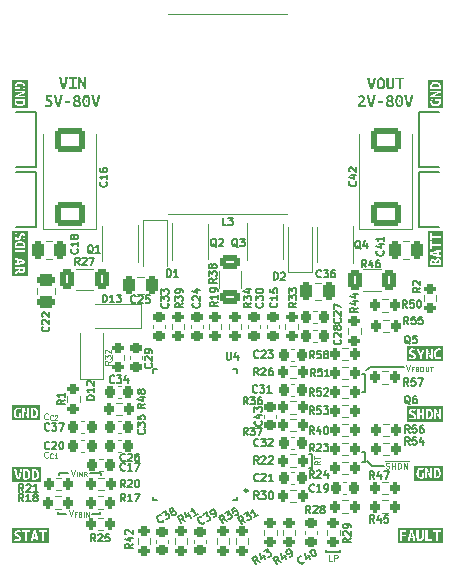
<source format=gto>
%TF.GenerationSoftware,KiCad,Pcbnew,(6.0.4)*%
%TF.CreationDate,2022-03-25T09:15:47-07:00*%
%TF.ProjectId,LT8490,4c543834-3930-42e6-9b69-6361645f7063,rev?*%
%TF.SameCoordinates,Original*%
%TF.FileFunction,Legend,Top*%
%TF.FilePolarity,Positive*%
%FSLAX46Y46*%
G04 Gerber Fmt 4.6, Leading zero omitted, Abs format (unit mm)*
G04 Created by KiCad (PCBNEW (6.0.4)) date 2022-03-25 09:15:47*
%MOMM*%
%LPD*%
G01*
G04 APERTURE LIST*
G04 Aperture macros list*
%AMRoundRect*
0 Rectangle with rounded corners*
0 $1 Rounding radius*
0 $2 $3 $4 $5 $6 $7 $8 $9 X,Y pos of 4 corners*
0 Add a 4 corners polygon primitive as box body*
4,1,4,$2,$3,$4,$5,$6,$7,$8,$9,$2,$3,0*
0 Add four circle primitives for the rounded corners*
1,1,$1+$1,$2,$3*
1,1,$1+$1,$4,$5*
1,1,$1+$1,$6,$7*
1,1,$1+$1,$8,$9*
0 Add four rect primitives between the rounded corners*
20,1,$1+$1,$2,$3,$4,$5,0*
20,1,$1+$1,$4,$5,$6,$7,0*
20,1,$1+$1,$6,$7,$8,$9,0*
20,1,$1+$1,$8,$9,$2,$3,0*%
%AMFreePoly0*
4,1,19,-1.875000,5.500000,-1.859417,5.652090,-1.804731,5.816964,-1.713582,5.964834,-1.590861,6.087770,-1.443150,6.179177,-1.278372,6.234151,-1.125000,6.250000,1.875000,6.250000,1.875000,-6.250000,-1.125000,-6.250000,-1.277090,-6.234417,-1.441964,-6.179731,-1.589834,-6.088582,-1.712770,-5.965861,-1.804177,-5.818150,-1.859151,-5.653372,-1.875000,-5.500000,-1.875000,5.500000,-1.875000,5.500000,
$1*%
%AMFreePoly1*
4,1,19,-1.875000,6.250000,1.125000,6.250000,1.277090,6.234417,1.441964,6.179731,1.589834,6.088582,1.712770,5.965861,1.804177,5.818150,1.859151,5.653372,1.875000,5.500000,1.875000,-5.500000,1.859417,-5.652090,1.804731,-5.816964,1.713582,-5.964834,1.590861,-6.087770,1.443150,-6.179177,1.278372,-6.234151,1.125000,-6.250000,-1.875000,-6.250000,-1.875000,6.250000,-1.875000,6.250000,
$1*%
%AMFreePoly2*
4,1,8,1.575000,-4.690000,-2.025000,-4.690000,-2.025000,-0.860000,-1.575000,-0.860000,-1.575000,4.340000,-1.225000,4.690000,1.575000,4.690000,1.575000,-4.690000,1.575000,-4.690000,$1*%
G04 Aperture macros list end*
%ADD10C,0.150000*%
%ADD11C,0.101600*%
%ADD12C,0.127000*%
%ADD13C,0.120000*%
%ADD14C,0.100000*%
%ADD15C,0.250000*%
%ADD16C,0.010000*%
%ADD17RoundRect,0.200000X0.275000X-0.200000X0.275000X0.200000X-0.275000X0.200000X-0.275000X-0.200000X0*%
%ADD18C,1.400000*%
%ADD19R,1.400000X1.400000*%
%ADD20RoundRect,0.200000X-0.200000X-0.275000X0.200000X-0.275000X0.200000X0.275000X-0.200000X0.275000X0*%
%ADD21RoundRect,0.200000X-0.275000X0.200000X-0.275000X-0.200000X0.275000X-0.200000X0.275000X0.200000X0*%
%ADD22RoundRect,0.250000X0.250000X0.475000X-0.250000X0.475000X-0.250000X-0.475000X0.250000X-0.475000X0*%
%ADD23RoundRect,0.225000X-0.250000X0.225000X-0.250000X-0.225000X0.250000X-0.225000X0.250000X0.225000X0*%
%ADD24RoundRect,0.225000X-0.225000X-0.250000X0.225000X-0.250000X0.225000X0.250000X-0.225000X0.250000X0*%
%ADD25R,1.100000X1.100000*%
%ADD26C,1.500000*%
%ADD27R,0.650000X0.400000*%
%ADD28RoundRect,0.250000X-0.250000X-0.475000X0.250000X-0.475000X0.250000X0.475000X-0.250000X0.475000X0*%
%ADD29R,0.405000X0.990000*%
%ADD30R,0.405000X0.510000*%
%ADD31R,0.077000X0.250000*%
%ADD32R,2.235000X1.725000*%
%ADD33RoundRect,0.200000X0.200000X0.275000X-0.200000X0.275000X-0.200000X-0.275000X0.200000X-0.275000X0*%
%ADD34RoundRect,0.225000X0.250000X-0.225000X0.250000X0.225000X-0.250000X0.225000X-0.250000X-0.225000X0*%
%ADD35RoundRect,0.225000X0.225000X0.250000X-0.225000X0.250000X-0.225000X-0.250000X0.225000X-0.250000X0*%
%ADD36R,0.600000X0.400000*%
%ADD37FreePoly0,0.000000*%
%ADD38FreePoly1,0.000000*%
%ADD39RoundRect,0.250000X-0.312500X-0.625000X0.312500X-0.625000X0.312500X0.625000X-0.312500X0.625000X0*%
%ADD40R,0.700000X0.250000*%
%ADD41R,1.800000X0.250000*%
%ADD42R,0.250000X0.700000*%
%ADD43R,1.500000X0.250000*%
%ADD44FreePoly2,180.000000*%
%ADD45RoundRect,0.250000X-0.625000X0.312500X-0.625000X-0.312500X0.625000X-0.312500X0.625000X0.312500X0*%
%ADD46RoundRect,0.250000X1.025000X-0.787500X1.025000X0.787500X-1.025000X0.787500X-1.025000X-0.787500X0*%
%ADD47RoundRect,0.250000X-0.475000X0.250000X-0.475000X-0.250000X0.475000X-0.250000X0.475000X0.250000X0*%
G04 APERTURE END LIST*
D10*
X131700000Y-83300000D02*
X130000000Y-83300000D01*
X164100000Y-93100000D02*
X165800000Y-93100000D01*
X130000000Y-88000000D02*
X131700000Y-88000000D01*
X130000000Y-88400000D02*
X131700000Y-88400000D01*
X159500000Y-105500000D02*
X159500000Y-107000000D01*
X133500000Y-117400000D02*
X133500000Y-117200000D01*
X155000000Y-113441424D02*
X154800000Y-113441424D01*
X156237047Y-120600000D02*
X156237047Y-120400000D01*
X131700000Y-88000000D02*
X131700000Y-83300000D01*
X164100000Y-88400000D02*
X164100000Y-93100000D01*
X159500000Y-107000000D02*
X159300000Y-107000000D01*
X164100000Y-83300000D02*
X164100000Y-88000000D01*
X137100000Y-117400000D02*
X137100000Y-117200000D01*
X136400000Y-117400000D02*
X137100000Y-117400000D01*
X159300000Y-112100000D02*
X159500000Y-112100000D01*
X159300000Y-105500000D02*
X159500000Y-105500000D01*
X131700000Y-88400000D02*
X131700000Y-93100000D01*
X157437047Y-120600000D02*
X157437047Y-120400000D01*
X155000000Y-113441424D02*
X155000000Y-112241424D01*
X160100000Y-113300000D02*
X159700000Y-112900000D01*
X159500000Y-112100000D02*
X159500000Y-113000000D01*
X164100000Y-88000000D02*
X165800000Y-88000000D01*
X130000000Y-93100000D02*
X131700000Y-93100000D01*
X160000000Y-104900000D02*
X162800000Y-104900000D01*
X159500000Y-113000000D02*
X159300000Y-113000000D01*
X165800000Y-83300000D02*
X164100000Y-83300000D01*
X155000000Y-112241424D02*
X154800000Y-112241424D01*
X133600000Y-113900000D02*
X133600000Y-114100000D01*
X156237047Y-120600000D02*
X157437047Y-120600000D01*
X160000000Y-104900000D02*
X159600000Y-105200000D01*
X165800000Y-88400000D02*
X164100000Y-88400000D01*
X134200000Y-117400000D02*
X133500000Y-117400000D01*
X160100000Y-113300000D02*
X161100000Y-113300000D01*
X137200000Y-113900000D02*
X137200000Y-114100000D01*
X134400000Y-113900000D02*
X133600000Y-113900000D01*
X136200000Y-113900000D02*
X137200000Y-113900000D01*
D11*
X132660514Y-109301421D02*
X132636323Y-109325612D01*
X132563752Y-109349802D01*
X132515371Y-109349802D01*
X132442800Y-109325612D01*
X132394419Y-109277231D01*
X132370228Y-109228850D01*
X132346038Y-109132088D01*
X132346038Y-109059516D01*
X132370228Y-108962754D01*
X132394419Y-108914373D01*
X132442800Y-108865993D01*
X132515371Y-108841802D01*
X132563752Y-108841802D01*
X132636323Y-108865993D01*
X132660514Y-108890183D01*
X133086266Y-109366735D02*
X133066914Y-109386088D01*
X133008857Y-109405440D01*
X132970152Y-109405440D01*
X132912095Y-109386088D01*
X132873390Y-109347383D01*
X132854038Y-109308678D01*
X132834685Y-109231269D01*
X132834685Y-109173212D01*
X132854038Y-109095802D01*
X132873390Y-109057097D01*
X132912095Y-109018393D01*
X132970152Y-108999040D01*
X133008857Y-108999040D01*
X133066914Y-109018393D01*
X133086266Y-109037745D01*
X133241085Y-109037745D02*
X133260438Y-109018393D01*
X133299142Y-108999040D01*
X133395904Y-108999040D01*
X133434609Y-109018393D01*
X133453961Y-109037745D01*
X133473314Y-109076450D01*
X133473314Y-109115154D01*
X133453961Y-109173212D01*
X133221733Y-109405440D01*
X133473314Y-109405440D01*
X155729809Y-112877709D02*
X155487904Y-113047043D01*
X155729809Y-113167995D02*
X155221809Y-113167995D01*
X155221809Y-112974471D01*
X155246000Y-112926090D01*
X155270190Y-112901900D01*
X155318571Y-112877709D01*
X155391142Y-112877709D01*
X155439523Y-112901900D01*
X155463714Y-112926090D01*
X155487904Y-112974471D01*
X155487904Y-113167995D01*
X155221809Y-112732566D02*
X155221809Y-112442281D01*
X155729809Y-112587424D02*
X155221809Y-112587424D01*
X134443666Y-117021803D02*
X134612999Y-117529803D01*
X134782332Y-117021803D01*
X135062942Y-117372565D02*
X134927475Y-117372565D01*
X134927475Y-117585441D02*
X134927475Y-117179041D01*
X135120999Y-117179041D01*
X135411285Y-117372565D02*
X135469342Y-117391917D01*
X135488694Y-117411270D01*
X135508047Y-117449974D01*
X135508047Y-117508032D01*
X135488694Y-117546736D01*
X135469342Y-117566089D01*
X135430637Y-117585441D01*
X135275818Y-117585441D01*
X135275818Y-117179041D01*
X135411285Y-117179041D01*
X135449989Y-117198394D01*
X135469342Y-117217746D01*
X135488694Y-117256451D01*
X135488694Y-117295155D01*
X135469342Y-117333860D01*
X135449989Y-117353213D01*
X135411285Y-117372565D01*
X135275818Y-117372565D01*
X135682218Y-117585441D02*
X135682218Y-117179041D01*
X135875742Y-117585441D02*
X135875742Y-117179041D01*
X136107970Y-117585441D01*
X136107970Y-117179041D01*
X161171904Y-112878360D02*
X161655714Y-112878360D01*
X161268666Y-113505619D02*
X161341238Y-113529809D01*
X161462190Y-113529809D01*
X161510571Y-113505619D01*
X161534761Y-113481428D01*
X161558952Y-113433047D01*
X161558952Y-113384666D01*
X161534761Y-113336285D01*
X161510571Y-113312095D01*
X161462190Y-113287904D01*
X161365428Y-113263714D01*
X161317047Y-113239523D01*
X161292857Y-113215333D01*
X161268666Y-113166952D01*
X161268666Y-113118571D01*
X161292857Y-113070190D01*
X161317047Y-113046000D01*
X161365428Y-113021809D01*
X161486380Y-113021809D01*
X161558952Y-113046000D01*
X161655714Y-112878360D02*
X162187904Y-112878360D01*
X161776666Y-113529809D02*
X161776666Y-113021809D01*
X161776666Y-113263714D02*
X162066952Y-113263714D01*
X162066952Y-113529809D02*
X162066952Y-113021809D01*
X162187904Y-112878360D02*
X162695904Y-112878360D01*
X162308857Y-113529809D02*
X162308857Y-113021809D01*
X162429809Y-113021809D01*
X162502380Y-113046000D01*
X162550761Y-113094380D01*
X162574952Y-113142761D01*
X162599142Y-113239523D01*
X162599142Y-113312095D01*
X162574952Y-113408857D01*
X162550761Y-113457238D01*
X162502380Y-113505619D01*
X162429809Y-113529809D01*
X162308857Y-113529809D01*
X162695904Y-112878360D02*
X163228095Y-112878360D01*
X162816857Y-113529809D02*
X162816857Y-113021809D01*
X163107142Y-113529809D01*
X163107142Y-113021809D01*
X132660514Y-112541428D02*
X132636323Y-112565619D01*
X132563752Y-112589809D01*
X132515371Y-112589809D01*
X132442800Y-112565619D01*
X132394419Y-112517238D01*
X132370228Y-112468857D01*
X132346038Y-112372095D01*
X132346038Y-112299523D01*
X132370228Y-112202761D01*
X132394419Y-112154380D01*
X132442800Y-112106000D01*
X132515371Y-112081809D01*
X132563752Y-112081809D01*
X132636323Y-112106000D01*
X132660514Y-112130190D01*
X133086266Y-112606742D02*
X133066914Y-112626095D01*
X133008857Y-112645447D01*
X132970152Y-112645447D01*
X132912095Y-112626095D01*
X132873390Y-112587390D01*
X132854038Y-112548685D01*
X132834685Y-112471276D01*
X132834685Y-112413219D01*
X132854038Y-112335809D01*
X132873390Y-112297104D01*
X132912095Y-112258400D01*
X132970152Y-112239047D01*
X133008857Y-112239047D01*
X133066914Y-112258400D01*
X133086266Y-112277752D01*
X133473314Y-112645447D02*
X133241085Y-112645447D01*
X133357200Y-112645447D02*
X133357200Y-112239047D01*
X133318495Y-112297104D01*
X133279790Y-112335809D01*
X133241085Y-112355161D01*
X162972723Y-104721809D02*
X163142057Y-105229809D01*
X163311390Y-104721809D01*
X163592000Y-105072571D02*
X163456533Y-105072571D01*
X163456533Y-105285447D02*
X163456533Y-104879047D01*
X163650057Y-104879047D01*
X163940342Y-105072571D02*
X163998400Y-105091923D01*
X164017752Y-105111276D01*
X164037104Y-105149980D01*
X164037104Y-105208038D01*
X164017752Y-105246742D01*
X163998400Y-105266095D01*
X163959695Y-105285447D01*
X163804876Y-105285447D01*
X163804876Y-104879047D01*
X163940342Y-104879047D01*
X163979047Y-104898400D01*
X163998400Y-104917752D01*
X164017752Y-104956457D01*
X164017752Y-104995161D01*
X163998400Y-105033866D01*
X163979047Y-105053219D01*
X163940342Y-105072571D01*
X163804876Y-105072571D01*
X164288685Y-104879047D02*
X164366095Y-104879047D01*
X164404800Y-104898400D01*
X164443504Y-104937104D01*
X164462857Y-105014514D01*
X164462857Y-105149980D01*
X164443504Y-105227390D01*
X164404800Y-105266095D01*
X164366095Y-105285447D01*
X164288685Y-105285447D01*
X164249980Y-105266095D01*
X164211276Y-105227390D01*
X164191923Y-105149980D01*
X164191923Y-105014514D01*
X164211276Y-104937104D01*
X164249980Y-104898400D01*
X164288685Y-104879047D01*
X164637028Y-104879047D02*
X164637028Y-105208038D01*
X164656380Y-105246742D01*
X164675733Y-105266095D01*
X164714438Y-105285447D01*
X164791847Y-105285447D01*
X164830552Y-105266095D01*
X164849904Y-105246742D01*
X164869257Y-105208038D01*
X164869257Y-104879047D01*
X165004723Y-104879047D02*
X165236952Y-104879047D01*
X165120838Y-105285447D02*
X165120838Y-104879047D01*
X156740285Y-121329809D02*
X156498380Y-121329809D01*
X156498380Y-120821809D01*
X156909618Y-121329809D02*
X156909618Y-120821809D01*
X157103142Y-120821809D01*
X157151523Y-120846000D01*
X157175713Y-120870190D01*
X157199904Y-120918571D01*
X157199904Y-120991142D01*
X157175713Y-121039523D01*
X157151523Y-121063714D01*
X157103142Y-121087904D01*
X156909618Y-121087904D01*
X134617828Y-113621809D02*
X134787161Y-114129809D01*
X134956495Y-113621809D01*
X135101638Y-114185447D02*
X135101638Y-113779047D01*
X135295161Y-114185447D02*
X135295161Y-113779047D01*
X135527390Y-114185447D01*
X135527390Y-113779047D01*
X135953142Y-114185447D02*
X135817676Y-113991923D01*
X135720914Y-114185447D02*
X135720914Y-113779047D01*
X135875733Y-113779047D01*
X135914438Y-113798400D01*
X135933790Y-113817752D01*
X135953142Y-113856457D01*
X135953142Y-113914514D01*
X135933790Y-113953219D01*
X135914438Y-113972571D01*
X135875733Y-113991923D01*
X135720914Y-113991923D01*
D12*
X164187261Y-98205833D02*
X163884880Y-98417500D01*
X164187261Y-98568690D02*
X163552261Y-98568690D01*
X163552261Y-98326785D01*
X163582500Y-98266309D01*
X163612738Y-98236071D01*
X163673214Y-98205833D01*
X163763928Y-98205833D01*
X163824404Y-98236071D01*
X163854642Y-98266309D01*
X163884880Y-98326785D01*
X163884880Y-98568690D01*
X163612738Y-97963928D02*
X163582500Y-97933690D01*
X163552261Y-97873214D01*
X163552261Y-97722023D01*
X163582500Y-97661547D01*
X163612738Y-97631309D01*
X163673214Y-97601071D01*
X163733690Y-97601071D01*
X163824404Y-97631309D01*
X164187261Y-97994166D01*
X164187261Y-97601071D01*
X155191785Y-108887261D02*
X154980119Y-108584880D01*
X154828928Y-108887261D02*
X154828928Y-108252261D01*
X155070833Y-108252261D01*
X155131309Y-108282500D01*
X155161547Y-108312738D01*
X155191785Y-108373214D01*
X155191785Y-108463928D01*
X155161547Y-108524404D01*
X155131309Y-108554642D01*
X155070833Y-108584880D01*
X154828928Y-108584880D01*
X155766309Y-108252261D02*
X155463928Y-108252261D01*
X155433690Y-108554642D01*
X155463928Y-108524404D01*
X155524404Y-108494166D01*
X155675595Y-108494166D01*
X155736071Y-108524404D01*
X155766309Y-108554642D01*
X155796547Y-108615119D01*
X155796547Y-108766309D01*
X155766309Y-108826785D01*
X155736071Y-108857023D01*
X155675595Y-108887261D01*
X155524404Y-108887261D01*
X155463928Y-108857023D01*
X155433690Y-108826785D01*
X156008214Y-108252261D02*
X156401309Y-108252261D01*
X156189642Y-108494166D01*
X156280357Y-108494166D01*
X156340833Y-108524404D01*
X156371071Y-108554642D01*
X156401309Y-108615119D01*
X156401309Y-108766309D01*
X156371071Y-108826785D01*
X156340833Y-108857023D01*
X156280357Y-108887261D01*
X156098928Y-108887261D01*
X156038452Y-108857023D01*
X156008214Y-108826785D01*
X149390107Y-118052883D02*
X149055607Y-117896846D01*
X149075863Y-118234311D02*
X148758363Y-117684385D01*
X148967859Y-117563433D01*
X149035352Y-117559382D01*
X149076658Y-117570450D01*
X149133083Y-117607704D01*
X149178440Y-117686265D01*
X149182491Y-117753758D01*
X149171423Y-117795064D01*
X149134168Y-117851489D01*
X148924673Y-117972442D01*
X149255915Y-117397123D02*
X149596346Y-117200576D01*
X149533989Y-117515905D01*
X149612550Y-117470548D01*
X149680043Y-117466496D01*
X149721349Y-117477564D01*
X149777774Y-117514819D01*
X149853369Y-117645754D01*
X149857421Y-117713247D01*
X149846353Y-117754553D01*
X149809098Y-117810978D01*
X149651976Y-117901692D01*
X149584483Y-117905743D01*
X149543177Y-117894675D01*
X150437585Y-117448121D02*
X150123341Y-117629549D01*
X150280463Y-117538835D02*
X149962963Y-116988909D01*
X149955946Y-117097708D01*
X149933811Y-117180320D01*
X149896556Y-117236745D01*
X135156785Y-94928214D02*
X135187023Y-94958452D01*
X135217261Y-95049166D01*
X135217261Y-95109642D01*
X135187023Y-95200357D01*
X135126547Y-95260833D01*
X135066071Y-95291071D01*
X134945119Y-95321309D01*
X134854404Y-95321309D01*
X134733452Y-95291071D01*
X134672976Y-95260833D01*
X134612500Y-95200357D01*
X134582261Y-95109642D01*
X134582261Y-95049166D01*
X134612500Y-94958452D01*
X134642738Y-94928214D01*
X135217261Y-94323452D02*
X135217261Y-94686309D01*
X135217261Y-94504880D02*
X134582261Y-94504880D01*
X134672976Y-94565357D01*
X134733452Y-94625833D01*
X134763690Y-94686309D01*
X134854404Y-93960595D02*
X134824166Y-94021071D01*
X134793928Y-94051309D01*
X134733452Y-94081547D01*
X134703214Y-94081547D01*
X134642738Y-94051309D01*
X134612500Y-94021071D01*
X134582261Y-93960595D01*
X134582261Y-93839642D01*
X134612500Y-93779166D01*
X134642738Y-93748928D01*
X134703214Y-93718690D01*
X134733452Y-93718690D01*
X134793928Y-93748928D01*
X134824166Y-93779166D01*
X134854404Y-93839642D01*
X134854404Y-93960595D01*
X134884642Y-94021071D01*
X134914880Y-94051309D01*
X134975357Y-94081547D01*
X135096309Y-94081547D01*
X135156785Y-94051309D01*
X135187023Y-94021071D01*
X135217261Y-93960595D01*
X135217261Y-93839642D01*
X135187023Y-93779166D01*
X135156785Y-93748928D01*
X135096309Y-93718690D01*
X134975357Y-93718690D01*
X134914880Y-93748928D01*
X134884642Y-93779166D01*
X134854404Y-93839642D01*
X155791785Y-97276785D02*
X155761547Y-97307023D01*
X155670833Y-97337261D01*
X155610357Y-97337261D01*
X155519642Y-97307023D01*
X155459166Y-97246547D01*
X155428928Y-97186071D01*
X155398690Y-97065119D01*
X155398690Y-96974404D01*
X155428928Y-96853452D01*
X155459166Y-96792976D01*
X155519642Y-96732500D01*
X155610357Y-96702261D01*
X155670833Y-96702261D01*
X155761547Y-96732500D01*
X155791785Y-96762738D01*
X156003452Y-96702261D02*
X156396547Y-96702261D01*
X156184880Y-96944166D01*
X156275595Y-96944166D01*
X156336071Y-96974404D01*
X156366309Y-97004642D01*
X156396547Y-97065119D01*
X156396547Y-97216309D01*
X156366309Y-97276785D01*
X156336071Y-97307023D01*
X156275595Y-97337261D01*
X156094166Y-97337261D01*
X156033690Y-97307023D01*
X156003452Y-97276785D01*
X156940833Y-96702261D02*
X156819880Y-96702261D01*
X156759404Y-96732500D01*
X156729166Y-96762738D01*
X156668690Y-96853452D01*
X156638452Y-96974404D01*
X156638452Y-97216309D01*
X156668690Y-97276785D01*
X156698928Y-97307023D01*
X156759404Y-97337261D01*
X156880357Y-97337261D01*
X156940833Y-97307023D01*
X156971071Y-97276785D01*
X157001309Y-97216309D01*
X157001309Y-97065119D01*
X156971071Y-97004642D01*
X156940833Y-96974404D01*
X156880357Y-96944166D01*
X156759404Y-96944166D01*
X156698928Y-96974404D01*
X156668690Y-97004642D01*
X156638452Y-97065119D01*
X142459868Y-117900509D02*
X142448801Y-117941815D01*
X142385359Y-118013359D01*
X142332985Y-118043597D01*
X142239305Y-118062767D01*
X142156693Y-118040631D01*
X142100268Y-118003377D01*
X142013605Y-117913748D01*
X141968247Y-117835187D01*
X141933958Y-117715320D01*
X141929907Y-117647827D01*
X141952043Y-117565215D01*
X142015485Y-117493671D01*
X142067859Y-117463433D01*
X142161539Y-117444263D01*
X142202845Y-117455331D01*
X142355915Y-117297123D02*
X142696346Y-117100576D01*
X142633989Y-117415905D01*
X142712550Y-117370548D01*
X142780043Y-117366496D01*
X142821349Y-117377564D01*
X142877774Y-117414819D01*
X142953369Y-117545754D01*
X142957421Y-117613247D01*
X142946353Y-117654553D01*
X142909098Y-117710978D01*
X142751976Y-117801692D01*
X142684483Y-117805743D01*
X142643177Y-117794675D01*
X143146661Y-117154830D02*
X143079168Y-117158881D01*
X143037862Y-117147813D01*
X142981437Y-117110558D01*
X142966318Y-117084371D01*
X142962266Y-117016878D01*
X142973334Y-116975572D01*
X143010589Y-116919147D01*
X143115337Y-116858671D01*
X143182830Y-116854620D01*
X143224136Y-116865688D01*
X143280561Y-116902943D01*
X143295680Y-116929130D01*
X143299731Y-116996622D01*
X143288663Y-117037928D01*
X143251408Y-117094354D01*
X143146661Y-117154830D01*
X143109406Y-117211255D01*
X143098338Y-117252561D01*
X143102389Y-117320054D01*
X143162865Y-117424802D01*
X143219290Y-117462056D01*
X143260596Y-117473124D01*
X143328089Y-117469073D01*
X143432837Y-117408597D01*
X143470092Y-117352172D01*
X143481160Y-117310866D01*
X143477109Y-117243373D01*
X143416632Y-117138625D01*
X143360207Y-117101370D01*
X143318901Y-117090302D01*
X143251408Y-117094354D01*
X157426785Y-100808214D02*
X157457023Y-100838452D01*
X157487261Y-100929166D01*
X157487261Y-100989642D01*
X157457023Y-101080357D01*
X157396547Y-101140833D01*
X157336071Y-101171071D01*
X157215119Y-101201309D01*
X157124404Y-101201309D01*
X157003452Y-101171071D01*
X156942976Y-101140833D01*
X156882500Y-101080357D01*
X156852261Y-100989642D01*
X156852261Y-100929166D01*
X156882500Y-100838452D01*
X156912738Y-100808214D01*
X156912738Y-100566309D02*
X156882500Y-100536071D01*
X156852261Y-100475595D01*
X156852261Y-100324404D01*
X156882500Y-100263928D01*
X156912738Y-100233690D01*
X156973214Y-100203452D01*
X157033690Y-100203452D01*
X157124404Y-100233690D01*
X157487261Y-100596547D01*
X157487261Y-100203452D01*
X156852261Y-99991785D02*
X156852261Y-99568452D01*
X157487261Y-99840595D01*
X155191785Y-107346109D02*
X154980119Y-107043728D01*
X154828928Y-107346109D02*
X154828928Y-106711109D01*
X155070833Y-106711109D01*
X155131309Y-106741348D01*
X155161547Y-106771586D01*
X155191785Y-106832062D01*
X155191785Y-106922776D01*
X155161547Y-106983252D01*
X155131309Y-107013490D01*
X155070833Y-107043728D01*
X154828928Y-107043728D01*
X155766309Y-106711109D02*
X155463928Y-106711109D01*
X155433690Y-107013490D01*
X155463928Y-106983252D01*
X155524404Y-106953014D01*
X155675595Y-106953014D01*
X155736071Y-106983252D01*
X155766309Y-107013490D01*
X155796547Y-107073967D01*
X155796547Y-107225157D01*
X155766309Y-107285633D01*
X155736071Y-107315871D01*
X155675595Y-107346109D01*
X155524404Y-107346109D01*
X155463928Y-107315871D01*
X155433690Y-107285633D01*
X156038452Y-106771586D02*
X156068690Y-106741348D01*
X156129166Y-106711109D01*
X156280357Y-106711109D01*
X156340833Y-106741348D01*
X156371071Y-106771586D01*
X156401309Y-106832062D01*
X156401309Y-106892538D01*
X156371071Y-106983252D01*
X156008214Y-107346109D01*
X156401309Y-107346109D01*
X139191785Y-112826785D02*
X139161547Y-112857023D01*
X139070833Y-112887261D01*
X139010357Y-112887261D01*
X138919642Y-112857023D01*
X138859166Y-112796547D01*
X138828928Y-112736071D01*
X138798690Y-112615119D01*
X138798690Y-112524404D01*
X138828928Y-112403452D01*
X138859166Y-112342976D01*
X138919642Y-112282500D01*
X139010357Y-112252261D01*
X139070833Y-112252261D01*
X139161547Y-112282500D01*
X139191785Y-112312738D01*
X139433690Y-112312738D02*
X139463928Y-112282500D01*
X139524404Y-112252261D01*
X139675595Y-112252261D01*
X139736071Y-112282500D01*
X139766309Y-112312738D01*
X139796547Y-112373214D01*
X139796547Y-112433690D01*
X139766309Y-112524404D01*
X139403452Y-112887261D01*
X139796547Y-112887261D01*
X140340833Y-112252261D02*
X140219880Y-112252261D01*
X140159404Y-112282500D01*
X140129166Y-112312738D01*
X140068690Y-112403452D01*
X140038452Y-112524404D01*
X140038452Y-112766309D01*
X140068690Y-112826785D01*
X140098928Y-112857023D01*
X140159404Y-112887261D01*
X140280357Y-112887261D01*
X140340833Y-112857023D01*
X140371071Y-112826785D01*
X140401309Y-112766309D01*
X140401309Y-112615119D01*
X140371071Y-112554642D01*
X140340833Y-112524404D01*
X140280357Y-112494166D01*
X140159404Y-112494166D01*
X140098928Y-112524404D01*
X140068690Y-112554642D01*
X140038452Y-112615119D01*
X142731309Y-97287261D02*
X142731309Y-96652261D01*
X142882500Y-96652261D01*
X142973214Y-96682500D01*
X143033690Y-96742976D01*
X143063928Y-96803452D01*
X143094166Y-96924404D01*
X143094166Y-97015119D01*
X143063928Y-97136071D01*
X143033690Y-97196547D01*
X142973214Y-97257023D01*
X142882500Y-97287261D01*
X142731309Y-97287261D01*
X143698928Y-97287261D02*
X143336071Y-97287261D01*
X143517500Y-97287261D02*
X143517500Y-96652261D01*
X143457023Y-96742976D01*
X143396547Y-96803452D01*
X143336071Y-96833690D01*
X158287261Y-119408214D02*
X157984880Y-119619880D01*
X158287261Y-119771071D02*
X157652261Y-119771071D01*
X157652261Y-119529166D01*
X157682500Y-119468690D01*
X157712738Y-119438452D01*
X157773214Y-119408214D01*
X157863928Y-119408214D01*
X157924404Y-119438452D01*
X157954642Y-119468690D01*
X157984880Y-119529166D01*
X157984880Y-119771071D01*
X157712738Y-119166309D02*
X157682500Y-119136071D01*
X157652261Y-119075595D01*
X157652261Y-118924404D01*
X157682500Y-118863928D01*
X157712738Y-118833690D01*
X157773214Y-118803452D01*
X157833690Y-118803452D01*
X157924404Y-118833690D01*
X158287261Y-119196547D01*
X158287261Y-118803452D01*
X158287261Y-118501071D02*
X158287261Y-118380119D01*
X158257023Y-118319642D01*
X158226785Y-118289404D01*
X158136071Y-118228928D01*
X158015119Y-118198690D01*
X157773214Y-118198690D01*
X157712738Y-118228928D01*
X157682500Y-118259166D01*
X157652261Y-118319642D01*
X157652261Y-118440595D01*
X157682500Y-118501071D01*
X157712738Y-118531309D01*
X157773214Y-118561547D01*
X157924404Y-118561547D01*
X157984880Y-118531309D01*
X158015119Y-118501071D01*
X158045357Y-118440595D01*
X158045357Y-118319642D01*
X158015119Y-118259166D01*
X157984880Y-118228928D01*
X157924404Y-118198690D01*
X150504738Y-105628685D02*
X150293072Y-105326304D01*
X150141881Y-105628685D02*
X150141881Y-104993685D01*
X150383786Y-104993685D01*
X150444262Y-105023924D01*
X150474500Y-105054162D01*
X150504738Y-105114638D01*
X150504738Y-105205352D01*
X150474500Y-105265828D01*
X150444262Y-105296066D01*
X150383786Y-105326304D01*
X150141881Y-105326304D01*
X150746643Y-105054162D02*
X150776881Y-105023924D01*
X150837357Y-104993685D01*
X150988548Y-104993685D01*
X151049024Y-105023924D01*
X151079262Y-105054162D01*
X151109500Y-105114638D01*
X151109500Y-105175114D01*
X151079262Y-105265828D01*
X150716405Y-105628685D01*
X151109500Y-105628685D01*
X151653786Y-104993685D02*
X151532833Y-104993685D01*
X151472357Y-105023924D01*
X151442119Y-105054162D01*
X151381643Y-105144876D01*
X151351405Y-105265828D01*
X151351405Y-105507733D01*
X151381643Y-105568209D01*
X151411881Y-105598447D01*
X151472357Y-105628685D01*
X151593310Y-105628685D01*
X151653786Y-105598447D01*
X151684024Y-105568209D01*
X151714262Y-105507733D01*
X151714262Y-105356543D01*
X151684024Y-105296066D01*
X151653786Y-105265828D01*
X151593310Y-105235590D01*
X151472357Y-105235590D01*
X151411881Y-105265828D01*
X151381643Y-105296066D01*
X151351405Y-105356543D01*
X149591785Y-110687261D02*
X149380119Y-110384880D01*
X149228928Y-110687261D02*
X149228928Y-110052261D01*
X149470833Y-110052261D01*
X149531309Y-110082500D01*
X149561547Y-110112738D01*
X149591785Y-110173214D01*
X149591785Y-110263928D01*
X149561547Y-110324404D01*
X149531309Y-110354642D01*
X149470833Y-110384880D01*
X149228928Y-110384880D01*
X149803452Y-110052261D02*
X150196547Y-110052261D01*
X149984880Y-110294166D01*
X150075595Y-110294166D01*
X150136071Y-110324404D01*
X150166309Y-110354642D01*
X150196547Y-110415119D01*
X150196547Y-110566309D01*
X150166309Y-110626785D01*
X150136071Y-110657023D01*
X150075595Y-110687261D01*
X149894166Y-110687261D01*
X149833690Y-110657023D01*
X149803452Y-110626785D01*
X150408214Y-110052261D02*
X150831547Y-110052261D01*
X150559404Y-110687261D01*
X163339523Y-108047738D02*
X163279047Y-108017500D01*
X163218571Y-107957023D01*
X163127857Y-107866309D01*
X163067380Y-107836071D01*
X163006904Y-107836071D01*
X163037142Y-107987261D02*
X162976666Y-107957023D01*
X162916190Y-107896547D01*
X162885952Y-107775595D01*
X162885952Y-107563928D01*
X162916190Y-107442976D01*
X162976666Y-107382500D01*
X163037142Y-107352261D01*
X163158095Y-107352261D01*
X163218571Y-107382500D01*
X163279047Y-107442976D01*
X163309285Y-107563928D01*
X163309285Y-107775595D01*
X163279047Y-107896547D01*
X163218571Y-107957023D01*
X163158095Y-107987261D01*
X163037142Y-107987261D01*
X163853571Y-107352261D02*
X163732619Y-107352261D01*
X163672142Y-107382500D01*
X163641904Y-107412738D01*
X163581428Y-107503452D01*
X163551190Y-107624404D01*
X163551190Y-107866309D01*
X163581428Y-107926785D01*
X163611666Y-107957023D01*
X163672142Y-107987261D01*
X163793095Y-107987261D01*
X163853571Y-107957023D01*
X163883809Y-107926785D01*
X163914047Y-107866309D01*
X163914047Y-107715119D01*
X163883809Y-107654642D01*
X163853571Y-107624404D01*
X163793095Y-107594166D01*
X163672142Y-107594166D01*
X163611666Y-107624404D01*
X163581428Y-107654642D01*
X163551190Y-107715119D01*
X140091785Y-99426785D02*
X140061547Y-99457023D01*
X139970833Y-99487261D01*
X139910357Y-99487261D01*
X139819642Y-99457023D01*
X139759166Y-99396547D01*
X139728928Y-99336071D01*
X139698690Y-99215119D01*
X139698690Y-99124404D01*
X139728928Y-99003452D01*
X139759166Y-98942976D01*
X139819642Y-98882500D01*
X139910357Y-98852261D01*
X139970833Y-98852261D01*
X140061547Y-98882500D01*
X140091785Y-98912738D01*
X140333690Y-98912738D02*
X140363928Y-98882500D01*
X140424404Y-98852261D01*
X140575595Y-98852261D01*
X140636071Y-98882500D01*
X140666309Y-98912738D01*
X140696547Y-98973214D01*
X140696547Y-99033690D01*
X140666309Y-99124404D01*
X140303452Y-99487261D01*
X140696547Y-99487261D01*
X141271071Y-98852261D02*
X140968690Y-98852261D01*
X140938452Y-99154642D01*
X140968690Y-99124404D01*
X141029166Y-99094166D01*
X141180357Y-99094166D01*
X141240833Y-99124404D01*
X141271071Y-99154642D01*
X141301309Y-99215119D01*
X141301309Y-99366309D01*
X141271071Y-99426785D01*
X141240833Y-99457023D01*
X141180357Y-99487261D01*
X141029166Y-99487261D01*
X140968690Y-99457023D01*
X140938452Y-99426785D01*
X146939523Y-94747738D02*
X146879047Y-94717500D01*
X146818571Y-94657023D01*
X146727857Y-94566309D01*
X146667380Y-94536071D01*
X146606904Y-94536071D01*
X146637142Y-94687261D02*
X146576666Y-94657023D01*
X146516190Y-94596547D01*
X146485952Y-94475595D01*
X146485952Y-94263928D01*
X146516190Y-94142976D01*
X146576666Y-94082500D01*
X146637142Y-94052261D01*
X146758095Y-94052261D01*
X146818571Y-94082500D01*
X146879047Y-94142976D01*
X146909285Y-94263928D01*
X146909285Y-94475595D01*
X146879047Y-94596547D01*
X146818571Y-94657023D01*
X146758095Y-94687261D01*
X146637142Y-94687261D01*
X147151190Y-94112738D02*
X147181428Y-94082500D01*
X147241904Y-94052261D01*
X147393095Y-94052261D01*
X147453571Y-94082500D01*
X147483809Y-94112738D01*
X147514047Y-94173214D01*
X147514047Y-94233690D01*
X147483809Y-94324404D01*
X147120952Y-94687261D01*
X147514047Y-94687261D01*
X163291785Y-111487261D02*
X163080119Y-111184880D01*
X162928928Y-111487261D02*
X162928928Y-110852261D01*
X163170833Y-110852261D01*
X163231309Y-110882500D01*
X163261547Y-110912738D01*
X163291785Y-110973214D01*
X163291785Y-111063928D01*
X163261547Y-111124404D01*
X163231309Y-111154642D01*
X163170833Y-111184880D01*
X162928928Y-111184880D01*
X163866309Y-110852261D02*
X163563928Y-110852261D01*
X163533690Y-111154642D01*
X163563928Y-111124404D01*
X163624404Y-111094166D01*
X163775595Y-111094166D01*
X163836071Y-111124404D01*
X163866309Y-111154642D01*
X163896547Y-111215119D01*
X163896547Y-111366309D01*
X163866309Y-111426785D01*
X163836071Y-111457023D01*
X163775595Y-111487261D01*
X163624404Y-111487261D01*
X163563928Y-111457023D01*
X163533690Y-111426785D01*
X164440833Y-111063928D02*
X164440833Y-111487261D01*
X164289642Y-110822023D02*
X164138452Y-111275595D01*
X164531547Y-111275595D01*
X158887261Y-99908214D02*
X158584880Y-100119880D01*
X158887261Y-100271071D02*
X158252261Y-100271071D01*
X158252261Y-100029166D01*
X158282500Y-99968690D01*
X158312738Y-99938452D01*
X158373214Y-99908214D01*
X158463928Y-99908214D01*
X158524404Y-99938452D01*
X158554642Y-99968690D01*
X158584880Y-100029166D01*
X158584880Y-100271071D01*
X158463928Y-99363928D02*
X158887261Y-99363928D01*
X158222023Y-99515119D02*
X158675595Y-99666309D01*
X158675595Y-99273214D01*
X158463928Y-98759166D02*
X158887261Y-98759166D01*
X158222023Y-98910357D02*
X158675595Y-99061547D01*
X158675595Y-98668452D01*
X147790107Y-117952883D02*
X147455607Y-117796846D01*
X147475863Y-118134311D02*
X147158363Y-117584385D01*
X147367859Y-117463433D01*
X147435352Y-117459382D01*
X147476658Y-117470450D01*
X147533083Y-117507704D01*
X147578440Y-117586265D01*
X147582491Y-117653758D01*
X147571423Y-117695064D01*
X147534168Y-117751489D01*
X147324673Y-117872442D01*
X147655915Y-117297123D02*
X147996346Y-117100576D01*
X147933989Y-117415905D01*
X148012550Y-117370548D01*
X148080043Y-117366496D01*
X148121349Y-117377564D01*
X148177774Y-117414819D01*
X148253369Y-117545754D01*
X148257421Y-117613247D01*
X148246353Y-117654553D01*
X148209098Y-117710978D01*
X148051976Y-117801692D01*
X147984483Y-117805743D01*
X147943177Y-117794675D01*
X148493898Y-116813314D02*
X148232028Y-116964504D01*
X148357032Y-117241493D01*
X148368100Y-117200187D01*
X148405355Y-117143762D01*
X148536289Y-117068167D01*
X148603782Y-117064115D01*
X148645088Y-117075183D01*
X148701513Y-117112438D01*
X148777109Y-117243373D01*
X148781160Y-117310866D01*
X148770092Y-117352172D01*
X148732837Y-117408597D01*
X148601902Y-117484192D01*
X148534409Y-117488243D01*
X148493103Y-117477175D01*
X153700214Y-99466790D02*
X153397833Y-99678456D01*
X153700214Y-99829647D02*
X153065214Y-99829647D01*
X153065214Y-99587742D01*
X153095453Y-99527266D01*
X153125691Y-99497028D01*
X153186167Y-99466790D01*
X153276881Y-99466790D01*
X153337357Y-99497028D01*
X153367595Y-99527266D01*
X153397833Y-99587742D01*
X153397833Y-99829647D01*
X153065214Y-99255123D02*
X153065214Y-98862028D01*
X153307119Y-99073695D01*
X153307119Y-98982980D01*
X153337357Y-98922504D01*
X153367595Y-98892266D01*
X153428072Y-98862028D01*
X153579262Y-98862028D01*
X153639738Y-98892266D01*
X153669976Y-98922504D01*
X153700214Y-98982980D01*
X153700214Y-99164409D01*
X153669976Y-99224885D01*
X153639738Y-99255123D01*
X153065214Y-98650361D02*
X153065214Y-98257266D01*
X153307119Y-98468933D01*
X153307119Y-98378218D01*
X153337357Y-98317742D01*
X153367595Y-98287504D01*
X153428072Y-98257266D01*
X153579262Y-98257266D01*
X153639738Y-98287504D01*
X153669976Y-98317742D01*
X153700214Y-98378218D01*
X153700214Y-98559647D01*
X153669976Y-98620123D01*
X153639738Y-98650361D01*
X145922821Y-118025502D02*
X145911754Y-118066808D01*
X145848312Y-118138352D01*
X145795938Y-118168590D01*
X145702258Y-118187760D01*
X145619646Y-118165624D01*
X145563221Y-118128370D01*
X145476558Y-118038741D01*
X145431200Y-117960180D01*
X145396911Y-117840313D01*
X145392860Y-117772820D01*
X145414996Y-117690208D01*
X145478438Y-117618664D01*
X145530812Y-117588426D01*
X145624492Y-117569256D01*
X145665798Y-117580324D01*
X145818868Y-117422116D02*
X146159299Y-117225569D01*
X146096942Y-117540898D01*
X146175503Y-117495541D01*
X146242996Y-117491489D01*
X146284302Y-117502557D01*
X146340727Y-117539812D01*
X146416322Y-117670747D01*
X146420374Y-117738240D01*
X146409306Y-117779546D01*
X146372051Y-117835971D01*
X146214929Y-117926685D01*
X146147436Y-117930736D01*
X146106130Y-117919668D01*
X146738668Y-117624304D02*
X146843416Y-117563828D01*
X146880671Y-117507403D01*
X146891739Y-117466097D01*
X146898756Y-117357298D01*
X146864466Y-117237431D01*
X146743514Y-117027936D01*
X146687089Y-116990681D01*
X146645783Y-116979613D01*
X146578290Y-116983664D01*
X146473542Y-117044140D01*
X146436287Y-117100565D01*
X146425219Y-117141871D01*
X146429271Y-117209364D01*
X146504866Y-117340299D01*
X146561291Y-117377554D01*
X146602597Y-117388622D01*
X146670090Y-117384571D01*
X146774838Y-117324094D01*
X146812093Y-117267669D01*
X146823160Y-117226363D01*
X146819109Y-117158870D01*
X163191785Y-106487261D02*
X162980119Y-106184880D01*
X162828928Y-106487261D02*
X162828928Y-105852261D01*
X163070833Y-105852261D01*
X163131309Y-105882500D01*
X163161547Y-105912738D01*
X163191785Y-105973214D01*
X163191785Y-106063928D01*
X163161547Y-106124404D01*
X163131309Y-106154642D01*
X163070833Y-106184880D01*
X162828928Y-106184880D01*
X163766309Y-105852261D02*
X163463928Y-105852261D01*
X163433690Y-106154642D01*
X163463928Y-106124404D01*
X163524404Y-106094166D01*
X163675595Y-106094166D01*
X163736071Y-106124404D01*
X163766309Y-106154642D01*
X163796547Y-106215119D01*
X163796547Y-106366309D01*
X163766309Y-106426785D01*
X163736071Y-106457023D01*
X163675595Y-106487261D01*
X163524404Y-106487261D01*
X163463928Y-106457023D01*
X163433690Y-106426785D01*
X164008214Y-105852261D02*
X164431547Y-105852261D01*
X164159404Y-106487261D01*
X155191785Y-115426785D02*
X155161547Y-115457023D01*
X155070833Y-115487261D01*
X155010357Y-115487261D01*
X154919642Y-115457023D01*
X154859166Y-115396547D01*
X154828928Y-115336071D01*
X154798690Y-115215119D01*
X154798690Y-115124404D01*
X154828928Y-115003452D01*
X154859166Y-114942976D01*
X154919642Y-114882500D01*
X155010357Y-114852261D01*
X155070833Y-114852261D01*
X155161547Y-114882500D01*
X155191785Y-114912738D01*
X155796547Y-115487261D02*
X155433690Y-115487261D01*
X155615119Y-115487261D02*
X155615119Y-114852261D01*
X155554642Y-114942976D01*
X155494166Y-115003452D01*
X155433690Y-115033690D01*
X156098928Y-115487261D02*
X156219880Y-115487261D01*
X156280357Y-115457023D01*
X156310595Y-115426785D01*
X156371071Y-115336071D01*
X156401309Y-115215119D01*
X156401309Y-114973214D01*
X156371071Y-114912738D01*
X156340833Y-114882500D01*
X156280357Y-114852261D01*
X156159404Y-114852261D01*
X156098928Y-114882500D01*
X156068690Y-114912738D01*
X156038452Y-114973214D01*
X156038452Y-115124404D01*
X156068690Y-115184880D01*
X156098928Y-115215119D01*
X156159404Y-115245357D01*
X156280357Y-115245357D01*
X156340833Y-115215119D01*
X156371071Y-115184880D01*
X156401309Y-115124404D01*
X139837261Y-119908214D02*
X139534880Y-120119880D01*
X139837261Y-120271071D02*
X139202261Y-120271071D01*
X139202261Y-120029166D01*
X139232500Y-119968690D01*
X139262738Y-119938452D01*
X139323214Y-119908214D01*
X139413928Y-119908214D01*
X139474404Y-119938452D01*
X139504642Y-119968690D01*
X139534880Y-120029166D01*
X139534880Y-120271071D01*
X139413928Y-119363928D02*
X139837261Y-119363928D01*
X139172023Y-119515119D02*
X139625595Y-119666309D01*
X139625595Y-119273214D01*
X139262738Y-119061547D02*
X139232500Y-119031309D01*
X139202261Y-118970833D01*
X139202261Y-118819642D01*
X139232500Y-118759166D01*
X139262738Y-118728928D01*
X139323214Y-118698690D01*
X139383690Y-118698690D01*
X139474404Y-118728928D01*
X139837261Y-119091785D01*
X139837261Y-118698690D01*
X141426785Y-104608214D02*
X141457023Y-104638452D01*
X141487261Y-104729166D01*
X141487261Y-104789642D01*
X141457023Y-104880357D01*
X141396547Y-104940833D01*
X141336071Y-104971071D01*
X141215119Y-105001309D01*
X141124404Y-105001309D01*
X141003452Y-104971071D01*
X140942976Y-104940833D01*
X140882500Y-104880357D01*
X140852261Y-104789642D01*
X140852261Y-104729166D01*
X140882500Y-104638452D01*
X140912738Y-104608214D01*
X140912738Y-104366309D02*
X140882500Y-104336071D01*
X140852261Y-104275595D01*
X140852261Y-104124404D01*
X140882500Y-104063928D01*
X140912738Y-104033690D01*
X140973214Y-104003452D01*
X141033690Y-104003452D01*
X141124404Y-104033690D01*
X141487261Y-104396547D01*
X141487261Y-104003452D01*
X141487261Y-103701071D02*
X141487261Y-103580119D01*
X141457023Y-103519642D01*
X141426785Y-103489404D01*
X141336071Y-103428928D01*
X141215119Y-103398690D01*
X140973214Y-103398690D01*
X140912738Y-103428928D01*
X140882500Y-103459166D01*
X140852261Y-103519642D01*
X140852261Y-103640595D01*
X140882500Y-103701071D01*
X140912738Y-103731309D01*
X140973214Y-103761547D01*
X141124404Y-103761547D01*
X141184880Y-103731309D01*
X141215119Y-103701071D01*
X141245357Y-103640595D01*
X141245357Y-103519642D01*
X141215119Y-103459166D01*
X141184880Y-103428928D01*
X141124404Y-103398690D01*
X150504738Y-113087261D02*
X150293072Y-112784880D01*
X150141881Y-113087261D02*
X150141881Y-112452261D01*
X150383786Y-112452261D01*
X150444262Y-112482500D01*
X150474500Y-112512738D01*
X150504738Y-112573214D01*
X150504738Y-112663928D01*
X150474500Y-112724404D01*
X150444262Y-112754642D01*
X150383786Y-112784880D01*
X150141881Y-112784880D01*
X150746643Y-112512738D02*
X150776881Y-112482500D01*
X150837357Y-112452261D01*
X150988548Y-112452261D01*
X151049024Y-112482500D01*
X151079262Y-112512738D01*
X151109500Y-112573214D01*
X151109500Y-112633690D01*
X151079262Y-112724404D01*
X150716405Y-113087261D01*
X151109500Y-113087261D01*
X151351405Y-112512738D02*
X151381643Y-112482500D01*
X151442119Y-112452261D01*
X151593310Y-112452261D01*
X151653786Y-112482500D01*
X151684024Y-112512738D01*
X151714262Y-112573214D01*
X151714262Y-112633690D01*
X151684024Y-112724404D01*
X151321167Y-113087261D01*
X151714262Y-113087261D01*
X155191785Y-112037261D02*
X154980119Y-111734880D01*
X154828928Y-112037261D02*
X154828928Y-111402261D01*
X155070833Y-111402261D01*
X155131309Y-111432500D01*
X155161547Y-111462738D01*
X155191785Y-111523214D01*
X155191785Y-111613928D01*
X155161547Y-111674404D01*
X155131309Y-111704642D01*
X155070833Y-111734880D01*
X154828928Y-111734880D01*
X155433690Y-111462738D02*
X155463928Y-111432500D01*
X155524404Y-111402261D01*
X155675595Y-111402261D01*
X155736071Y-111432500D01*
X155766309Y-111462738D01*
X155796547Y-111523214D01*
X155796547Y-111583690D01*
X155766309Y-111674404D01*
X155403452Y-112037261D01*
X155796547Y-112037261D01*
X156008214Y-111402261D02*
X156401309Y-111402261D01*
X156189642Y-111644166D01*
X156280357Y-111644166D01*
X156340833Y-111674404D01*
X156371071Y-111704642D01*
X156401309Y-111765119D01*
X156401309Y-111916309D01*
X156371071Y-111976785D01*
X156340833Y-112007023D01*
X156280357Y-112037261D01*
X156098928Y-112037261D01*
X156038452Y-112007023D01*
X156008214Y-111976785D01*
X163051785Y-99887261D02*
X162840119Y-99584880D01*
X162688928Y-99887261D02*
X162688928Y-99252261D01*
X162930833Y-99252261D01*
X162991309Y-99282500D01*
X163021547Y-99312738D01*
X163051785Y-99373214D01*
X163051785Y-99463928D01*
X163021547Y-99524404D01*
X162991309Y-99554642D01*
X162930833Y-99584880D01*
X162688928Y-99584880D01*
X163626309Y-99252261D02*
X163323928Y-99252261D01*
X163293690Y-99554642D01*
X163323928Y-99524404D01*
X163384404Y-99494166D01*
X163535595Y-99494166D01*
X163596071Y-99524404D01*
X163626309Y-99554642D01*
X163656547Y-99615119D01*
X163656547Y-99766309D01*
X163626309Y-99826785D01*
X163596071Y-99857023D01*
X163535595Y-99887261D01*
X163384404Y-99887261D01*
X163323928Y-99857023D01*
X163293690Y-99826785D01*
X164049642Y-99252261D02*
X164110119Y-99252261D01*
X164170595Y-99282500D01*
X164200833Y-99312738D01*
X164231071Y-99373214D01*
X164261309Y-99494166D01*
X164261309Y-99645357D01*
X164231071Y-99766309D01*
X164200833Y-99826785D01*
X164170595Y-99857023D01*
X164110119Y-99887261D01*
X164049642Y-99887261D01*
X163989166Y-99857023D01*
X163958928Y-99826785D01*
X163928690Y-99766309D01*
X163898452Y-99645357D01*
X163898452Y-99494166D01*
X163928690Y-99373214D01*
X163958928Y-99312738D01*
X163989166Y-99282500D01*
X164049642Y-99252261D01*
X140826785Y-110208214D02*
X140857023Y-110238452D01*
X140887261Y-110329166D01*
X140887261Y-110389642D01*
X140857023Y-110480357D01*
X140796547Y-110540833D01*
X140736071Y-110571071D01*
X140615119Y-110601309D01*
X140524404Y-110601309D01*
X140403452Y-110571071D01*
X140342976Y-110540833D01*
X140282500Y-110480357D01*
X140252261Y-110389642D01*
X140252261Y-110329166D01*
X140282500Y-110238452D01*
X140312738Y-110208214D01*
X140252261Y-109996547D02*
X140252261Y-109603452D01*
X140494166Y-109815119D01*
X140494166Y-109724404D01*
X140524404Y-109663928D01*
X140554642Y-109633690D01*
X140615119Y-109603452D01*
X140766309Y-109603452D01*
X140826785Y-109633690D01*
X140857023Y-109663928D01*
X140887261Y-109724404D01*
X140887261Y-109905833D01*
X140857023Y-109966309D01*
X140826785Y-109996547D01*
X140252261Y-109028928D02*
X140252261Y-109331309D01*
X140554642Y-109361547D01*
X140524404Y-109331309D01*
X140494166Y-109270833D01*
X140494166Y-109119642D01*
X140524404Y-109059166D01*
X140554642Y-109028928D01*
X140615119Y-108998690D01*
X140766309Y-108998690D01*
X140826785Y-109028928D01*
X140857023Y-109059166D01*
X140887261Y-109119642D01*
X140887261Y-109270833D01*
X140857023Y-109331309D01*
X140826785Y-109361547D01*
X149591785Y-108087261D02*
X149380119Y-107784880D01*
X149228928Y-108087261D02*
X149228928Y-107452261D01*
X149470833Y-107452261D01*
X149531309Y-107482500D01*
X149561547Y-107512738D01*
X149591785Y-107573214D01*
X149591785Y-107663928D01*
X149561547Y-107724404D01*
X149531309Y-107754642D01*
X149470833Y-107784880D01*
X149228928Y-107784880D01*
X149803452Y-107452261D02*
X150196547Y-107452261D01*
X149984880Y-107694166D01*
X150075595Y-107694166D01*
X150136071Y-107724404D01*
X150166309Y-107754642D01*
X150196547Y-107815119D01*
X150196547Y-107966309D01*
X150166309Y-108026785D01*
X150136071Y-108057023D01*
X150075595Y-108087261D01*
X149894166Y-108087261D01*
X149833690Y-108057023D01*
X149803452Y-108026785D01*
X150740833Y-107452261D02*
X150619880Y-107452261D01*
X150559404Y-107482500D01*
X150529166Y-107512738D01*
X150468690Y-107603452D01*
X150438452Y-107724404D01*
X150438452Y-107966309D01*
X150468690Y-108026785D01*
X150498928Y-108057023D01*
X150559404Y-108087261D01*
X150680357Y-108087261D01*
X150740833Y-108057023D01*
X150771071Y-108026785D01*
X150801309Y-107966309D01*
X150801309Y-107815119D01*
X150771071Y-107754642D01*
X150740833Y-107724404D01*
X150680357Y-107694166D01*
X150559404Y-107694166D01*
X150498928Y-107724404D01*
X150468690Y-107754642D01*
X150438452Y-107815119D01*
X155191785Y-110587261D02*
X154980119Y-110284880D01*
X154828928Y-110587261D02*
X154828928Y-109952261D01*
X155070833Y-109952261D01*
X155131309Y-109982500D01*
X155161547Y-110012738D01*
X155191785Y-110073214D01*
X155191785Y-110163928D01*
X155161547Y-110224404D01*
X155131309Y-110254642D01*
X155070833Y-110284880D01*
X154828928Y-110284880D01*
X155736071Y-110163928D02*
X155736071Y-110587261D01*
X155584880Y-109922023D02*
X155433690Y-110375595D01*
X155826785Y-110375595D01*
X156189642Y-109952261D02*
X156250119Y-109952261D01*
X156310595Y-109982500D01*
X156340833Y-110012738D01*
X156371071Y-110073214D01*
X156401309Y-110194166D01*
X156401309Y-110345357D01*
X156371071Y-110466309D01*
X156340833Y-110526785D01*
X156310595Y-110557023D01*
X156250119Y-110587261D01*
X156189642Y-110587261D01*
X156129166Y-110557023D01*
X156098928Y-110526785D01*
X156068690Y-110466309D01*
X156038452Y-110345357D01*
X156038452Y-110194166D01*
X156068690Y-110073214D01*
X156098928Y-110012738D01*
X156129166Y-109982500D01*
X156189642Y-109952261D01*
X150504738Y-114526785D02*
X150474500Y-114557023D01*
X150383786Y-114587261D01*
X150323310Y-114587261D01*
X150232595Y-114557023D01*
X150172119Y-114496547D01*
X150141881Y-114436071D01*
X150111643Y-114315119D01*
X150111643Y-114224404D01*
X150141881Y-114103452D01*
X150172119Y-114042976D01*
X150232595Y-113982500D01*
X150323310Y-113952261D01*
X150383786Y-113952261D01*
X150474500Y-113982500D01*
X150504738Y-114012738D01*
X150746643Y-114012738D02*
X150776881Y-113982500D01*
X150837357Y-113952261D01*
X150988548Y-113952261D01*
X151049024Y-113982500D01*
X151079262Y-114012738D01*
X151109500Y-114073214D01*
X151109500Y-114133690D01*
X151079262Y-114224404D01*
X150716405Y-114587261D01*
X151109500Y-114587261D01*
X151714262Y-114587261D02*
X151351405Y-114587261D01*
X151532833Y-114587261D02*
X151532833Y-113952261D01*
X151472357Y-114042976D01*
X151411881Y-114103452D01*
X151351405Y-114133690D01*
X132776023Y-111811785D02*
X132745785Y-111842023D01*
X132655071Y-111872261D01*
X132594595Y-111872261D01*
X132503880Y-111842023D01*
X132443404Y-111781547D01*
X132413166Y-111721071D01*
X132382928Y-111600119D01*
X132382928Y-111509404D01*
X132413166Y-111388452D01*
X132443404Y-111327976D01*
X132503880Y-111267500D01*
X132594595Y-111237261D01*
X132655071Y-111237261D01*
X132745785Y-111267500D01*
X132776023Y-111297738D01*
X133017928Y-111297738D02*
X133048166Y-111267500D01*
X133108642Y-111237261D01*
X133259833Y-111237261D01*
X133320309Y-111267500D01*
X133350547Y-111297738D01*
X133380785Y-111358214D01*
X133380785Y-111418690D01*
X133350547Y-111509404D01*
X132987690Y-111872261D01*
X133380785Y-111872261D01*
X133773880Y-111237261D02*
X133834357Y-111237261D01*
X133894833Y-111267500D01*
X133925071Y-111297738D01*
X133955309Y-111358214D01*
X133985547Y-111479166D01*
X133985547Y-111630357D01*
X133955309Y-111751309D01*
X133925071Y-111811785D01*
X133894833Y-111842023D01*
X133834357Y-111872261D01*
X133773880Y-111872261D01*
X133713404Y-111842023D01*
X133683166Y-111811785D01*
X133652928Y-111751309D01*
X133622690Y-111630357D01*
X133622690Y-111479166D01*
X133652928Y-111358214D01*
X133683166Y-111297738D01*
X133713404Y-111267500D01*
X133773880Y-111237261D01*
X150826785Y-99491790D02*
X150857023Y-99522028D01*
X150887261Y-99612742D01*
X150887261Y-99673218D01*
X150857023Y-99763933D01*
X150796547Y-99824409D01*
X150736071Y-99854647D01*
X150615119Y-99884885D01*
X150524404Y-99884885D01*
X150403452Y-99854647D01*
X150342976Y-99824409D01*
X150282500Y-99763933D01*
X150252261Y-99673218D01*
X150252261Y-99612742D01*
X150282500Y-99522028D01*
X150312738Y-99491790D01*
X150252261Y-99280123D02*
X150252261Y-98887028D01*
X150494166Y-99098695D01*
X150494166Y-99007980D01*
X150524404Y-98947504D01*
X150554642Y-98917266D01*
X150615119Y-98887028D01*
X150766309Y-98887028D01*
X150826785Y-98917266D01*
X150857023Y-98947504D01*
X150887261Y-99007980D01*
X150887261Y-99189409D01*
X150857023Y-99249885D01*
X150826785Y-99280123D01*
X150252261Y-98493933D02*
X150252261Y-98433456D01*
X150282500Y-98372980D01*
X150312738Y-98342742D01*
X150373214Y-98312504D01*
X150494166Y-98282266D01*
X150645357Y-98282266D01*
X150766309Y-98312504D01*
X150826785Y-98342742D01*
X150857023Y-98372980D01*
X150887261Y-98433456D01*
X150887261Y-98493933D01*
X150857023Y-98554409D01*
X150826785Y-98584647D01*
X150766309Y-98614885D01*
X150645357Y-98645123D01*
X150494166Y-98645123D01*
X150373214Y-98614885D01*
X150312738Y-98584647D01*
X150282500Y-98554409D01*
X150252261Y-98493933D01*
X163339523Y-102947738D02*
X163279047Y-102917500D01*
X163218571Y-102857023D01*
X163127857Y-102766309D01*
X163067380Y-102736071D01*
X163006904Y-102736071D01*
X163037142Y-102887261D02*
X162976666Y-102857023D01*
X162916190Y-102796547D01*
X162885952Y-102675595D01*
X162885952Y-102463928D01*
X162916190Y-102342976D01*
X162976666Y-102282500D01*
X163037142Y-102252261D01*
X163158095Y-102252261D01*
X163218571Y-102282500D01*
X163279047Y-102342976D01*
X163309285Y-102463928D01*
X163309285Y-102675595D01*
X163279047Y-102796547D01*
X163218571Y-102857023D01*
X163158095Y-102887261D01*
X163037142Y-102887261D01*
X163883809Y-102252261D02*
X163581428Y-102252261D01*
X163551190Y-102554642D01*
X163581428Y-102524404D01*
X163641904Y-102494166D01*
X163793095Y-102494166D01*
X163853571Y-102524404D01*
X163883809Y-102554642D01*
X163914047Y-102615119D01*
X163914047Y-102766309D01*
X163883809Y-102826785D01*
X163853571Y-102857023D01*
X163793095Y-102887261D01*
X163641904Y-102887261D01*
X163581428Y-102857023D01*
X163551190Y-102826785D01*
X147764166Y-92897261D02*
X147461785Y-92897261D01*
X147461785Y-92262261D01*
X147915357Y-92262261D02*
X148308452Y-92262261D01*
X148096785Y-92504166D01*
X148187500Y-92504166D01*
X148247976Y-92534404D01*
X148278214Y-92564642D01*
X148308452Y-92625119D01*
X148308452Y-92776309D01*
X148278214Y-92836785D01*
X148247976Y-92867023D01*
X148187500Y-92897261D01*
X148006071Y-92897261D01*
X147945595Y-92867023D01*
X147915357Y-92836785D01*
X150491785Y-111568209D02*
X150461547Y-111598447D01*
X150370833Y-111628685D01*
X150310357Y-111628685D01*
X150219642Y-111598447D01*
X150159166Y-111537971D01*
X150128928Y-111477495D01*
X150098690Y-111356543D01*
X150098690Y-111265828D01*
X150128928Y-111144876D01*
X150159166Y-111084400D01*
X150219642Y-111023924D01*
X150310357Y-110993685D01*
X150370833Y-110993685D01*
X150461547Y-111023924D01*
X150491785Y-111054162D01*
X150703452Y-110993685D02*
X151096547Y-110993685D01*
X150884880Y-111235590D01*
X150975595Y-111235590D01*
X151036071Y-111265828D01*
X151066309Y-111296066D01*
X151096547Y-111356543D01*
X151096547Y-111507733D01*
X151066309Y-111568209D01*
X151036071Y-111598447D01*
X150975595Y-111628685D01*
X150794166Y-111628685D01*
X150733690Y-111598447D01*
X150703452Y-111568209D01*
X151338452Y-111054162D02*
X151368690Y-111023924D01*
X151429166Y-110993685D01*
X151580357Y-110993685D01*
X151640833Y-111023924D01*
X151671071Y-111054162D01*
X151701309Y-111114638D01*
X151701309Y-111175114D01*
X151671071Y-111265828D01*
X151308214Y-111628685D01*
X151701309Y-111628685D01*
X154891785Y-117287261D02*
X154680119Y-116984880D01*
X154528928Y-117287261D02*
X154528928Y-116652261D01*
X154770833Y-116652261D01*
X154831309Y-116682500D01*
X154861547Y-116712738D01*
X154891785Y-116773214D01*
X154891785Y-116863928D01*
X154861547Y-116924404D01*
X154831309Y-116954642D01*
X154770833Y-116984880D01*
X154528928Y-116984880D01*
X155133690Y-116712738D02*
X155163928Y-116682500D01*
X155224404Y-116652261D01*
X155375595Y-116652261D01*
X155436071Y-116682500D01*
X155466309Y-116712738D01*
X155496547Y-116773214D01*
X155496547Y-116833690D01*
X155466309Y-116924404D01*
X155103452Y-117287261D01*
X155496547Y-117287261D01*
X155859404Y-116924404D02*
X155798928Y-116894166D01*
X155768690Y-116863928D01*
X155738452Y-116803452D01*
X155738452Y-116773214D01*
X155768690Y-116712738D01*
X155798928Y-116682500D01*
X155859404Y-116652261D01*
X155980357Y-116652261D01*
X156040833Y-116682500D01*
X156071071Y-116712738D01*
X156101309Y-116773214D01*
X156101309Y-116803452D01*
X156071071Y-116863928D01*
X156040833Y-116894166D01*
X155980357Y-116924404D01*
X155859404Y-116924404D01*
X155798928Y-116954642D01*
X155768690Y-116984880D01*
X155738452Y-117045357D01*
X155738452Y-117166309D01*
X155768690Y-117226785D01*
X155798928Y-117257023D01*
X155859404Y-117287261D01*
X155980357Y-117287261D01*
X156040833Y-117257023D01*
X156071071Y-117226785D01*
X156101309Y-117166309D01*
X156101309Y-117045357D01*
X156071071Y-116984880D01*
X156040833Y-116954642D01*
X155980357Y-116924404D01*
X151781309Y-97537261D02*
X151781309Y-96902261D01*
X151932500Y-96902261D01*
X152023214Y-96932500D01*
X152083690Y-96992976D01*
X152113928Y-97053452D01*
X152144166Y-97174404D01*
X152144166Y-97265119D01*
X152113928Y-97386071D01*
X152083690Y-97446547D01*
X152023214Y-97507023D01*
X151932500Y-97537261D01*
X151781309Y-97537261D01*
X152386071Y-96962738D02*
X152416309Y-96932500D01*
X152476785Y-96902261D01*
X152627976Y-96902261D01*
X152688452Y-96932500D01*
X152718690Y-96962738D01*
X152748928Y-97023214D01*
X152748928Y-97083690D01*
X152718690Y-97174404D01*
X152355833Y-97537261D01*
X152748928Y-97537261D01*
X145476785Y-99508214D02*
X145507023Y-99538452D01*
X145537261Y-99629166D01*
X145537261Y-99689642D01*
X145507023Y-99780357D01*
X145446547Y-99840833D01*
X145386071Y-99871071D01*
X145265119Y-99901309D01*
X145174404Y-99901309D01*
X145053452Y-99871071D01*
X144992976Y-99840833D01*
X144932500Y-99780357D01*
X144902261Y-99689642D01*
X144902261Y-99629166D01*
X144932500Y-99538452D01*
X144962738Y-99508214D01*
X144962738Y-99266309D02*
X144932500Y-99236071D01*
X144902261Y-99175595D01*
X144902261Y-99024404D01*
X144932500Y-98963928D01*
X144962738Y-98933690D01*
X145023214Y-98903452D01*
X145083690Y-98903452D01*
X145174404Y-98933690D01*
X145537261Y-99296547D01*
X145537261Y-98903452D01*
X145113928Y-98359166D02*
X145537261Y-98359166D01*
X144872023Y-98510357D02*
X145325595Y-98661547D01*
X145325595Y-98268452D01*
X159591785Y-96487261D02*
X159380119Y-96184880D01*
X159228928Y-96487261D02*
X159228928Y-95852261D01*
X159470833Y-95852261D01*
X159531309Y-95882500D01*
X159561547Y-95912738D01*
X159591785Y-95973214D01*
X159591785Y-96063928D01*
X159561547Y-96124404D01*
X159531309Y-96154642D01*
X159470833Y-96184880D01*
X159228928Y-96184880D01*
X160136071Y-96063928D02*
X160136071Y-96487261D01*
X159984880Y-95822023D02*
X159833690Y-96275595D01*
X160226785Y-96275595D01*
X160740833Y-95852261D02*
X160619880Y-95852261D01*
X160559404Y-95882500D01*
X160529166Y-95912738D01*
X160468690Y-96003452D01*
X160438452Y-96124404D01*
X160438452Y-96366309D01*
X160468690Y-96426785D01*
X160498928Y-96457023D01*
X160559404Y-96487261D01*
X160680357Y-96487261D01*
X160740833Y-96457023D01*
X160771071Y-96426785D01*
X160801309Y-96366309D01*
X160801309Y-96215119D01*
X160771071Y-96154642D01*
X160740833Y-96124404D01*
X160680357Y-96094166D01*
X160559404Y-96094166D01*
X160498928Y-96124404D01*
X160468690Y-96154642D01*
X160438452Y-96215119D01*
X147798640Y-103652261D02*
X147798640Y-104166309D01*
X147828878Y-104226785D01*
X147859116Y-104257023D01*
X147919592Y-104287261D01*
X148040545Y-104287261D01*
X148101021Y-104257023D01*
X148131259Y-104226785D01*
X148161497Y-104166309D01*
X148161497Y-103652261D01*
X148736021Y-103863928D02*
X148736021Y-104287261D01*
X148584830Y-103622023D02*
X148433640Y-104075595D01*
X148826735Y-104075595D01*
X146950214Y-97408214D02*
X146647833Y-97619880D01*
X146950214Y-97771071D02*
X146315214Y-97771071D01*
X146315214Y-97529166D01*
X146345453Y-97468690D01*
X146375691Y-97438452D01*
X146436167Y-97408214D01*
X146526881Y-97408214D01*
X146587357Y-97438452D01*
X146617595Y-97468690D01*
X146647833Y-97529166D01*
X146647833Y-97771071D01*
X146315214Y-97196547D02*
X146315214Y-96803452D01*
X146557119Y-97015119D01*
X146557119Y-96924404D01*
X146587357Y-96863928D01*
X146617595Y-96833690D01*
X146678072Y-96803452D01*
X146829262Y-96803452D01*
X146889738Y-96833690D01*
X146919976Y-96863928D01*
X146950214Y-96924404D01*
X146950214Y-97105833D01*
X146919976Y-97166309D01*
X146889738Y-97196547D01*
X146587357Y-96440595D02*
X146557119Y-96501071D01*
X146526881Y-96531309D01*
X146466405Y-96561547D01*
X146436167Y-96561547D01*
X146375691Y-96531309D01*
X146345453Y-96501071D01*
X146315214Y-96440595D01*
X146315214Y-96319642D01*
X146345453Y-96259166D01*
X146375691Y-96228928D01*
X146436167Y-96198690D01*
X146466405Y-96198690D01*
X146526881Y-96228928D01*
X146557119Y-96259166D01*
X146587357Y-96319642D01*
X146587357Y-96440595D01*
X146617595Y-96501071D01*
X146647833Y-96531309D01*
X146708310Y-96561547D01*
X146829262Y-96561547D01*
X146889738Y-96531309D01*
X146919976Y-96501071D01*
X146950214Y-96440595D01*
X146950214Y-96319642D01*
X146919976Y-96259166D01*
X146889738Y-96228928D01*
X146829262Y-96198690D01*
X146708310Y-96198690D01*
X146647833Y-96228928D01*
X146617595Y-96259166D01*
X146587357Y-96319642D01*
X136587261Y-107671071D02*
X135952261Y-107671071D01*
X135952261Y-107519880D01*
X135982500Y-107429166D01*
X136042976Y-107368690D01*
X136103452Y-107338452D01*
X136224404Y-107308214D01*
X136315119Y-107308214D01*
X136436071Y-107338452D01*
X136496547Y-107368690D01*
X136557023Y-107429166D01*
X136587261Y-107519880D01*
X136587261Y-107671071D01*
X136587261Y-106703452D02*
X136587261Y-107066309D01*
X136587261Y-106884880D02*
X135952261Y-106884880D01*
X136042976Y-106945357D01*
X136103452Y-107005833D01*
X136133690Y-107066309D01*
X136012738Y-106461547D02*
X135982500Y-106431309D01*
X135952261Y-106370833D01*
X135952261Y-106219642D01*
X135982500Y-106159166D01*
X136012738Y-106128928D01*
X136073214Y-106098690D01*
X136133690Y-106098690D01*
X136224404Y-106128928D01*
X136587261Y-106491785D01*
X136587261Y-106098690D01*
X137298928Y-99417261D02*
X137298928Y-98782261D01*
X137450119Y-98782261D01*
X137540833Y-98812500D01*
X137601309Y-98872976D01*
X137631547Y-98933452D01*
X137661785Y-99054404D01*
X137661785Y-99145119D01*
X137631547Y-99266071D01*
X137601309Y-99326547D01*
X137540833Y-99387023D01*
X137450119Y-99417261D01*
X137298928Y-99417261D01*
X138266547Y-99417261D02*
X137903690Y-99417261D01*
X138085119Y-99417261D02*
X138085119Y-98782261D01*
X138024642Y-98872976D01*
X137964166Y-98933452D01*
X137903690Y-98963690D01*
X138478214Y-98782261D02*
X138871309Y-98782261D01*
X138659642Y-99024166D01*
X138750357Y-99024166D01*
X138810833Y-99054404D01*
X138841071Y-99084642D01*
X138871309Y-99145119D01*
X138871309Y-99296309D01*
X138841071Y-99356785D01*
X138810833Y-99387023D01*
X138750357Y-99417261D01*
X138568928Y-99417261D01*
X138508452Y-99387023D01*
X138478214Y-99356785D01*
X137626785Y-89258214D02*
X137657023Y-89288452D01*
X137687261Y-89379166D01*
X137687261Y-89439642D01*
X137657023Y-89530357D01*
X137596547Y-89590833D01*
X137536071Y-89621071D01*
X137415119Y-89651309D01*
X137324404Y-89651309D01*
X137203452Y-89621071D01*
X137142976Y-89590833D01*
X137082500Y-89530357D01*
X137052261Y-89439642D01*
X137052261Y-89379166D01*
X137082500Y-89288452D01*
X137112738Y-89258214D01*
X137687261Y-88653452D02*
X137687261Y-89016309D01*
X137687261Y-88834880D02*
X137052261Y-88834880D01*
X137142976Y-88895357D01*
X137203452Y-88955833D01*
X137233690Y-89016309D01*
X137052261Y-88109166D02*
X137052261Y-88230119D01*
X137082500Y-88290595D01*
X137112738Y-88320833D01*
X137203452Y-88381309D01*
X137324404Y-88411547D01*
X137566309Y-88411547D01*
X137626785Y-88381309D01*
X137657023Y-88351071D01*
X137687261Y-88290595D01*
X137687261Y-88169642D01*
X137657023Y-88109166D01*
X137626785Y-88078928D01*
X137566309Y-88048690D01*
X137415119Y-88048690D01*
X137354642Y-88078928D01*
X137324404Y-88109166D01*
X137294166Y-88169642D01*
X137294166Y-88290595D01*
X137324404Y-88351071D01*
X137354642Y-88381309D01*
X137415119Y-88411547D01*
X132726785Y-101508214D02*
X132757023Y-101538452D01*
X132787261Y-101629166D01*
X132787261Y-101689642D01*
X132757023Y-101780357D01*
X132696547Y-101840833D01*
X132636071Y-101871071D01*
X132515119Y-101901309D01*
X132424404Y-101901309D01*
X132303452Y-101871071D01*
X132242976Y-101840833D01*
X132182500Y-101780357D01*
X132152261Y-101689642D01*
X132152261Y-101629166D01*
X132182500Y-101538452D01*
X132212738Y-101508214D01*
X132212738Y-101266309D02*
X132182500Y-101236071D01*
X132152261Y-101175595D01*
X132152261Y-101024404D01*
X132182500Y-100963928D01*
X132212738Y-100933690D01*
X132273214Y-100903452D01*
X132333690Y-100903452D01*
X132424404Y-100933690D01*
X132787261Y-101296547D01*
X132787261Y-100903452D01*
X132212738Y-100661547D02*
X132182500Y-100631309D01*
X132152261Y-100570833D01*
X132152261Y-100419642D01*
X132182500Y-100359166D01*
X132212738Y-100328928D01*
X132273214Y-100298690D01*
X132333690Y-100298690D01*
X132424404Y-100328928D01*
X132787261Y-100691785D01*
X132787261Y-100298690D01*
X154359868Y-121400509D02*
X154348801Y-121441815D01*
X154285359Y-121513359D01*
X154232985Y-121543597D01*
X154139305Y-121562767D01*
X154056693Y-121540631D01*
X154000268Y-121503377D01*
X153913605Y-121413748D01*
X153868247Y-121335187D01*
X153833958Y-121215320D01*
X153829907Y-121147827D01*
X153852043Y-121065215D01*
X153915485Y-120993671D01*
X153967859Y-120963433D01*
X154061539Y-120944263D01*
X154102845Y-120955331D01*
X154649805Y-120814122D02*
X154861472Y-121180740D01*
X154397918Y-120680222D02*
X154493769Y-121148622D01*
X154834199Y-120952074D01*
X154936776Y-120404028D02*
X154989150Y-120373790D01*
X155056643Y-120369739D01*
X155097949Y-120380807D01*
X155154374Y-120418062D01*
X155241037Y-120507690D01*
X155316632Y-120638625D01*
X155350922Y-120758492D01*
X155354973Y-120825985D01*
X155343905Y-120867291D01*
X155306650Y-120923716D01*
X155254276Y-120953954D01*
X155186783Y-120958005D01*
X155145477Y-120946937D01*
X155089052Y-120909683D01*
X155002389Y-120820054D01*
X154926794Y-120689119D01*
X154892505Y-120569252D01*
X154888453Y-120501759D01*
X154899521Y-120460453D01*
X154936776Y-120404028D01*
X155191785Y-114287261D02*
X154980119Y-113984880D01*
X154828928Y-114287261D02*
X154828928Y-113652261D01*
X155070833Y-113652261D01*
X155131309Y-113682500D01*
X155161547Y-113712738D01*
X155191785Y-113773214D01*
X155191785Y-113863928D01*
X155161547Y-113924404D01*
X155131309Y-113954642D01*
X155070833Y-113984880D01*
X154828928Y-113984880D01*
X155433690Y-113712738D02*
X155463928Y-113682500D01*
X155524404Y-113652261D01*
X155675595Y-113652261D01*
X155736071Y-113682500D01*
X155766309Y-113712738D01*
X155796547Y-113773214D01*
X155796547Y-113833690D01*
X155766309Y-113924404D01*
X155403452Y-114287261D01*
X155796547Y-114287261D01*
X156340833Y-113863928D02*
X156340833Y-114287261D01*
X156189642Y-113622023D02*
X156038452Y-114075595D01*
X156431547Y-114075595D01*
X160291785Y-114387261D02*
X160080119Y-114084880D01*
X159928928Y-114387261D02*
X159928928Y-113752261D01*
X160170833Y-113752261D01*
X160231309Y-113782500D01*
X160261547Y-113812738D01*
X160291785Y-113873214D01*
X160291785Y-113963928D01*
X160261547Y-114024404D01*
X160231309Y-114054642D01*
X160170833Y-114084880D01*
X159928928Y-114084880D01*
X160836071Y-113963928D02*
X160836071Y-114387261D01*
X160684880Y-113722023D02*
X160533690Y-114175595D01*
X160926785Y-114175595D01*
X161108214Y-113752261D02*
X161531547Y-113752261D01*
X161259404Y-114387261D01*
X130591785Y-115487261D02*
X130380119Y-115184880D01*
X130228928Y-115487261D02*
X130228928Y-114852261D01*
X130470833Y-114852261D01*
X130531309Y-114882500D01*
X130561547Y-114912738D01*
X130591785Y-114973214D01*
X130591785Y-115063928D01*
X130561547Y-115124404D01*
X130531309Y-115154642D01*
X130470833Y-115184880D01*
X130228928Y-115184880D01*
X130833690Y-114912738D02*
X130863928Y-114882500D01*
X130924404Y-114852261D01*
X131075595Y-114852261D01*
X131136071Y-114882500D01*
X131166309Y-114912738D01*
X131196547Y-114973214D01*
X131196547Y-115033690D01*
X131166309Y-115124404D01*
X130803452Y-115487261D01*
X131196547Y-115487261D01*
X131801309Y-115487261D02*
X131438452Y-115487261D01*
X131619880Y-115487261D02*
X131619880Y-114852261D01*
X131559404Y-114942976D01*
X131498928Y-115003452D01*
X131438452Y-115033690D01*
X136479523Y-95297738D02*
X136419047Y-95267500D01*
X136358571Y-95207023D01*
X136267857Y-95116309D01*
X136207380Y-95086071D01*
X136146904Y-95086071D01*
X136177142Y-95237261D02*
X136116666Y-95207023D01*
X136056190Y-95146547D01*
X136025952Y-95025595D01*
X136025952Y-94813928D01*
X136056190Y-94692976D01*
X136116666Y-94632500D01*
X136177142Y-94602261D01*
X136298095Y-94602261D01*
X136358571Y-94632500D01*
X136419047Y-94692976D01*
X136449285Y-94813928D01*
X136449285Y-95025595D01*
X136419047Y-95146547D01*
X136358571Y-95207023D01*
X136298095Y-95237261D01*
X136177142Y-95237261D01*
X137054047Y-95237261D02*
X136691190Y-95237261D01*
X136872619Y-95237261D02*
X136872619Y-94602261D01*
X136812142Y-94692976D01*
X136751666Y-94753452D01*
X136691190Y-94783690D01*
X150590107Y-121452883D02*
X150255607Y-121296846D01*
X150275863Y-121634311D02*
X149958363Y-121084385D01*
X150167859Y-120963433D01*
X150235352Y-120959382D01*
X150276658Y-120970450D01*
X150333083Y-121007704D01*
X150378440Y-121086265D01*
X150382491Y-121153758D01*
X150371423Y-121195064D01*
X150334168Y-121251489D01*
X150124673Y-121372442D01*
X150849805Y-120814122D02*
X151061472Y-121180740D01*
X150597918Y-120680222D02*
X150693769Y-121148622D01*
X151034199Y-120952074D01*
X150979654Y-120494742D02*
X151320085Y-120298195D01*
X151257729Y-120613524D01*
X151336289Y-120568167D01*
X151403782Y-120564115D01*
X151445088Y-120575183D01*
X151501513Y-120612438D01*
X151577109Y-120743373D01*
X151581160Y-120810866D01*
X151570092Y-120852172D01*
X151532837Y-120908597D01*
X151375715Y-120999311D01*
X151308222Y-121003362D01*
X151266916Y-120992295D01*
X150391785Y-107026785D02*
X150361547Y-107057023D01*
X150270833Y-107087261D01*
X150210357Y-107087261D01*
X150119642Y-107057023D01*
X150059166Y-106996547D01*
X150028928Y-106936071D01*
X149998690Y-106815119D01*
X149998690Y-106724404D01*
X150028928Y-106603452D01*
X150059166Y-106542976D01*
X150119642Y-106482500D01*
X150210357Y-106452261D01*
X150270833Y-106452261D01*
X150361547Y-106482500D01*
X150391785Y-106512738D01*
X150603452Y-106452261D02*
X150996547Y-106452261D01*
X150784880Y-106694166D01*
X150875595Y-106694166D01*
X150936071Y-106724404D01*
X150966309Y-106754642D01*
X150996547Y-106815119D01*
X150996547Y-106966309D01*
X150966309Y-107026785D01*
X150936071Y-107057023D01*
X150875595Y-107087261D01*
X150694166Y-107087261D01*
X150633690Y-107057023D01*
X150603452Y-107026785D01*
X151601309Y-107087261D02*
X151238452Y-107087261D01*
X151419880Y-107087261D02*
X151419880Y-106452261D01*
X151359404Y-106542976D01*
X151298928Y-106603452D01*
X151238452Y-106633690D01*
X157426785Y-102608214D02*
X157457023Y-102638452D01*
X157487261Y-102729166D01*
X157487261Y-102789642D01*
X157457023Y-102880357D01*
X157396547Y-102940833D01*
X157336071Y-102971071D01*
X157215119Y-103001309D01*
X157124404Y-103001309D01*
X157003452Y-102971071D01*
X156942976Y-102940833D01*
X156882500Y-102880357D01*
X156852261Y-102789642D01*
X156852261Y-102729166D01*
X156882500Y-102638452D01*
X156912738Y-102608214D01*
X156912738Y-102366309D02*
X156882500Y-102336071D01*
X156852261Y-102275595D01*
X156852261Y-102124404D01*
X156882500Y-102063928D01*
X156912738Y-102033690D01*
X156973214Y-102003452D01*
X157033690Y-102003452D01*
X157124404Y-102033690D01*
X157487261Y-102396547D01*
X157487261Y-102003452D01*
X157124404Y-101640595D02*
X157094166Y-101701071D01*
X157063928Y-101731309D01*
X157003452Y-101761547D01*
X156973214Y-101761547D01*
X156912738Y-101731309D01*
X156882500Y-101701071D01*
X156852261Y-101640595D01*
X156852261Y-101519642D01*
X156882500Y-101459166D01*
X156912738Y-101428928D01*
X156973214Y-101398690D01*
X157003452Y-101398690D01*
X157063928Y-101428928D01*
X157094166Y-101459166D01*
X157124404Y-101519642D01*
X157124404Y-101640595D01*
X157154642Y-101701071D01*
X157184880Y-101731309D01*
X157245357Y-101761547D01*
X157366309Y-101761547D01*
X157426785Y-101731309D01*
X157457023Y-101701071D01*
X157487261Y-101640595D01*
X157487261Y-101519642D01*
X157457023Y-101459166D01*
X157426785Y-101428928D01*
X157366309Y-101398690D01*
X157245357Y-101398690D01*
X157184880Y-101428928D01*
X157154642Y-101459166D01*
X157124404Y-101519642D01*
X134087261Y-107705833D02*
X133784880Y-107917500D01*
X134087261Y-108068690D02*
X133452261Y-108068690D01*
X133452261Y-107826785D01*
X133482500Y-107766309D01*
X133512738Y-107736071D01*
X133573214Y-107705833D01*
X133663928Y-107705833D01*
X133724404Y-107736071D01*
X133754642Y-107766309D01*
X133784880Y-107826785D01*
X133784880Y-108068690D01*
X134087261Y-107101071D02*
X134087261Y-107463928D01*
X134087261Y-107282500D02*
X133452261Y-107282500D01*
X133542976Y-107342976D01*
X133603452Y-107403452D01*
X133633690Y-107463928D01*
X152390107Y-121452883D02*
X152055607Y-121296846D01*
X152075863Y-121634311D02*
X151758363Y-121084385D01*
X151967859Y-120963433D01*
X152035352Y-120959382D01*
X152076658Y-120970450D01*
X152133083Y-121007704D01*
X152178440Y-121086265D01*
X152182491Y-121153758D01*
X152171423Y-121195064D01*
X152134168Y-121251489D01*
X151924673Y-121372442D01*
X152649805Y-120814122D02*
X152861472Y-121180740D01*
X152397918Y-120680222D02*
X152493769Y-121148622D01*
X152834199Y-120952074D01*
X153175715Y-120999311D02*
X153280463Y-120938835D01*
X153317718Y-120882410D01*
X153328786Y-120841104D01*
X153335803Y-120732305D01*
X153301513Y-120612438D01*
X153180561Y-120402943D01*
X153124136Y-120365688D01*
X153082830Y-120354620D01*
X153015337Y-120358671D01*
X152910589Y-120419147D01*
X152873334Y-120475572D01*
X152862266Y-120516878D01*
X152866318Y-120584371D01*
X152941913Y-120715306D01*
X152998338Y-120752561D01*
X153039644Y-120763629D01*
X153107137Y-120759578D01*
X153211885Y-120699101D01*
X153249140Y-120642676D01*
X153260207Y-120601370D01*
X153256156Y-120533877D01*
X135341785Y-96287261D02*
X135130119Y-95984880D01*
X134978928Y-96287261D02*
X134978928Y-95652261D01*
X135220833Y-95652261D01*
X135281309Y-95682500D01*
X135311547Y-95712738D01*
X135341785Y-95773214D01*
X135341785Y-95863928D01*
X135311547Y-95924404D01*
X135281309Y-95954642D01*
X135220833Y-95984880D01*
X134978928Y-95984880D01*
X135583690Y-95712738D02*
X135613928Y-95682500D01*
X135674404Y-95652261D01*
X135825595Y-95652261D01*
X135886071Y-95682500D01*
X135916309Y-95712738D01*
X135946547Y-95773214D01*
X135946547Y-95833690D01*
X135916309Y-95924404D01*
X135553452Y-96287261D01*
X135946547Y-96287261D01*
X136158214Y-95652261D02*
X136581547Y-95652261D01*
X136309404Y-96287261D01*
X148739523Y-94747738D02*
X148679047Y-94717500D01*
X148618571Y-94657023D01*
X148527857Y-94566309D01*
X148467380Y-94536071D01*
X148406904Y-94536071D01*
X148437142Y-94687261D02*
X148376666Y-94657023D01*
X148316190Y-94596547D01*
X148285952Y-94475595D01*
X148285952Y-94263928D01*
X148316190Y-94142976D01*
X148376666Y-94082500D01*
X148437142Y-94052261D01*
X148558095Y-94052261D01*
X148618571Y-94082500D01*
X148679047Y-94142976D01*
X148709285Y-94263928D01*
X148709285Y-94475595D01*
X148679047Y-94596547D01*
X148618571Y-94657023D01*
X148558095Y-94687261D01*
X148437142Y-94687261D01*
X148920952Y-94052261D02*
X149314047Y-94052261D01*
X149102380Y-94294166D01*
X149193095Y-94294166D01*
X149253571Y-94324404D01*
X149283809Y-94354642D01*
X149314047Y-94415119D01*
X149314047Y-94566309D01*
X149283809Y-94626785D01*
X149253571Y-94657023D01*
X149193095Y-94687261D01*
X149011666Y-94687261D01*
X148951190Y-94657023D01*
X148920952Y-94626785D01*
X140887261Y-108008214D02*
X140584880Y-108219880D01*
X140887261Y-108371071D02*
X140252261Y-108371071D01*
X140252261Y-108129166D01*
X140282500Y-108068690D01*
X140312738Y-108038452D01*
X140373214Y-108008214D01*
X140463928Y-108008214D01*
X140524404Y-108038452D01*
X140554642Y-108068690D01*
X140584880Y-108129166D01*
X140584880Y-108371071D01*
X140463928Y-107463928D02*
X140887261Y-107463928D01*
X140222023Y-107615119D02*
X140675595Y-107766309D01*
X140675595Y-107373214D01*
X140524404Y-107040595D02*
X140494166Y-107101071D01*
X140463928Y-107131309D01*
X140403452Y-107161547D01*
X140373214Y-107161547D01*
X140312738Y-107131309D01*
X140282500Y-107101071D01*
X140252261Y-107040595D01*
X140252261Y-106919642D01*
X140282500Y-106859166D01*
X140312738Y-106828928D01*
X140373214Y-106798690D01*
X140403452Y-106798690D01*
X140463928Y-106828928D01*
X140494166Y-106859166D01*
X140524404Y-106919642D01*
X140524404Y-107040595D01*
X140554642Y-107101071D01*
X140584880Y-107131309D01*
X140645357Y-107161547D01*
X140766309Y-107161547D01*
X140826785Y-107131309D01*
X140857023Y-107101071D01*
X140887261Y-107040595D01*
X140887261Y-106919642D01*
X140857023Y-106859166D01*
X140826785Y-106828928D01*
X140766309Y-106798690D01*
X140645357Y-106798690D01*
X140584880Y-106828928D01*
X140554642Y-106859166D01*
X140524404Y-106919642D01*
X144290107Y-117952883D02*
X143955607Y-117796846D01*
X143975863Y-118134311D02*
X143658363Y-117584385D01*
X143867859Y-117463433D01*
X143935352Y-117459382D01*
X143976658Y-117470450D01*
X144033083Y-117507704D01*
X144078440Y-117586265D01*
X144082491Y-117653758D01*
X144071423Y-117695064D01*
X144034168Y-117751489D01*
X143824673Y-117872442D01*
X144549805Y-117314122D02*
X144761472Y-117680740D01*
X144297918Y-117180222D02*
X144393769Y-117648622D01*
X144734199Y-117452074D01*
X145337585Y-117348121D02*
X145023341Y-117529549D01*
X145180463Y-117438835D02*
X144862963Y-116888909D01*
X144855946Y-116997708D01*
X144833811Y-117080320D01*
X144796556Y-117136745D01*
X155191785Y-104187261D02*
X154980119Y-103884880D01*
X154828928Y-104187261D02*
X154828928Y-103552261D01*
X155070833Y-103552261D01*
X155131309Y-103582500D01*
X155161547Y-103612738D01*
X155191785Y-103673214D01*
X155191785Y-103763928D01*
X155161547Y-103824404D01*
X155131309Y-103854642D01*
X155070833Y-103884880D01*
X154828928Y-103884880D01*
X155766309Y-103552261D02*
X155463928Y-103552261D01*
X155433690Y-103854642D01*
X155463928Y-103824404D01*
X155524404Y-103794166D01*
X155675595Y-103794166D01*
X155736071Y-103824404D01*
X155766309Y-103854642D01*
X155796547Y-103915119D01*
X155796547Y-104066309D01*
X155766309Y-104126785D01*
X155736071Y-104157023D01*
X155675595Y-104187261D01*
X155524404Y-104187261D01*
X155463928Y-104157023D01*
X155433690Y-104126785D01*
X156159404Y-103824404D02*
X156098928Y-103794166D01*
X156068690Y-103763928D01*
X156038452Y-103703452D01*
X156038452Y-103673214D01*
X156068690Y-103612738D01*
X156098928Y-103582500D01*
X156159404Y-103552261D01*
X156280357Y-103552261D01*
X156340833Y-103582500D01*
X156371071Y-103612738D01*
X156401309Y-103673214D01*
X156401309Y-103703452D01*
X156371071Y-103763928D01*
X156340833Y-103794166D01*
X156280357Y-103824404D01*
X156159404Y-103824404D01*
X156098928Y-103854642D01*
X156068690Y-103884880D01*
X156038452Y-103945357D01*
X156038452Y-104066309D01*
X156068690Y-104126785D01*
X156098928Y-104157023D01*
X156159404Y-104187261D01*
X156280357Y-104187261D01*
X156340833Y-104157023D01*
X156371071Y-104126785D01*
X156401309Y-104066309D01*
X156401309Y-103945357D01*
X156371071Y-103884880D01*
X156340833Y-103854642D01*
X156280357Y-103824404D01*
X132776023Y-110236785D02*
X132745785Y-110267023D01*
X132655071Y-110297261D01*
X132594595Y-110297261D01*
X132503880Y-110267023D01*
X132443404Y-110206547D01*
X132413166Y-110146071D01*
X132382928Y-110025119D01*
X132382928Y-109934404D01*
X132413166Y-109813452D01*
X132443404Y-109752976D01*
X132503880Y-109692500D01*
X132594595Y-109662261D01*
X132655071Y-109662261D01*
X132745785Y-109692500D01*
X132776023Y-109722738D01*
X132987690Y-109662261D02*
X133380785Y-109662261D01*
X133169118Y-109904166D01*
X133259833Y-109904166D01*
X133320309Y-109934404D01*
X133350547Y-109964642D01*
X133380785Y-110025119D01*
X133380785Y-110176309D01*
X133350547Y-110236785D01*
X133320309Y-110267023D01*
X133259833Y-110297261D01*
X133078404Y-110297261D01*
X133017928Y-110267023D01*
X132987690Y-110236785D01*
X133592452Y-109662261D02*
X134015785Y-109662261D01*
X133743642Y-110297261D01*
X160291785Y-118087261D02*
X160080119Y-117784880D01*
X159928928Y-118087261D02*
X159928928Y-117452261D01*
X160170833Y-117452261D01*
X160231309Y-117482500D01*
X160261547Y-117512738D01*
X160291785Y-117573214D01*
X160291785Y-117663928D01*
X160261547Y-117724404D01*
X160231309Y-117754642D01*
X160170833Y-117784880D01*
X159928928Y-117784880D01*
X160836071Y-117663928D02*
X160836071Y-118087261D01*
X160684880Y-117422023D02*
X160533690Y-117875595D01*
X160926785Y-117875595D01*
X161471071Y-117452261D02*
X161168690Y-117452261D01*
X161138452Y-117754642D01*
X161168690Y-117724404D01*
X161229166Y-117694166D01*
X161380357Y-117694166D01*
X161440833Y-117724404D01*
X161471071Y-117754642D01*
X161501309Y-117815119D01*
X161501309Y-117966309D01*
X161471071Y-118026785D01*
X161440833Y-118057023D01*
X161380357Y-118087261D01*
X161229166Y-118087261D01*
X161168690Y-118057023D01*
X161138452Y-118026785D01*
D11*
X137979809Y-104416571D02*
X137737904Y-104585904D01*
X137979809Y-104706857D02*
X137471809Y-104706857D01*
X137471809Y-104513333D01*
X137496000Y-104464952D01*
X137520190Y-104440761D01*
X137568571Y-104416571D01*
X137641142Y-104416571D01*
X137689523Y-104440761D01*
X137713714Y-104464952D01*
X137737904Y-104513333D01*
X137737904Y-104706857D01*
X137471809Y-104247238D02*
X137471809Y-103932761D01*
X137665333Y-104102095D01*
X137665333Y-104029523D01*
X137689523Y-103981142D01*
X137713714Y-103956952D01*
X137762095Y-103932761D01*
X137883047Y-103932761D01*
X137931428Y-103956952D01*
X137955619Y-103981142D01*
X137979809Y-104029523D01*
X137979809Y-104174666D01*
X137955619Y-104223047D01*
X137931428Y-104247238D01*
X137520190Y-103739238D02*
X137496000Y-103715047D01*
X137471809Y-103666666D01*
X137471809Y-103545714D01*
X137496000Y-103497333D01*
X137520190Y-103473142D01*
X137568571Y-103448952D01*
X137616952Y-103448952D01*
X137689523Y-103473142D01*
X137979809Y-103763428D01*
X137979809Y-103448952D01*
D12*
X158726785Y-89208214D02*
X158757023Y-89238452D01*
X158787261Y-89329166D01*
X158787261Y-89389642D01*
X158757023Y-89480357D01*
X158696547Y-89540833D01*
X158636071Y-89571071D01*
X158515119Y-89601309D01*
X158424404Y-89601309D01*
X158303452Y-89571071D01*
X158242976Y-89540833D01*
X158182500Y-89480357D01*
X158152261Y-89389642D01*
X158152261Y-89329166D01*
X158182500Y-89238452D01*
X158212738Y-89208214D01*
X158363928Y-88663928D02*
X158787261Y-88663928D01*
X158122023Y-88815119D02*
X158575595Y-88966309D01*
X158575595Y-88573214D01*
X158212738Y-88361547D02*
X158182500Y-88331309D01*
X158152261Y-88270833D01*
X158152261Y-88119642D01*
X158182500Y-88059166D01*
X158212738Y-88028928D01*
X158273214Y-87998690D01*
X158333690Y-87998690D01*
X158424404Y-88028928D01*
X158787261Y-88391785D01*
X158787261Y-87998690D01*
X163191785Y-101287261D02*
X162980119Y-100984880D01*
X162828928Y-101287261D02*
X162828928Y-100652261D01*
X163070833Y-100652261D01*
X163131309Y-100682500D01*
X163161547Y-100712738D01*
X163191785Y-100773214D01*
X163191785Y-100863928D01*
X163161547Y-100924404D01*
X163131309Y-100954642D01*
X163070833Y-100984880D01*
X162828928Y-100984880D01*
X163766309Y-100652261D02*
X163463928Y-100652261D01*
X163433690Y-100954642D01*
X163463928Y-100924404D01*
X163524404Y-100894166D01*
X163675595Y-100894166D01*
X163736071Y-100924404D01*
X163766309Y-100954642D01*
X163796547Y-101015119D01*
X163796547Y-101166309D01*
X163766309Y-101226785D01*
X163736071Y-101257023D01*
X163675595Y-101287261D01*
X163524404Y-101287261D01*
X163463928Y-101257023D01*
X163433690Y-101226785D01*
X164371071Y-100652261D02*
X164068690Y-100652261D01*
X164038452Y-100954642D01*
X164068690Y-100924404D01*
X164129166Y-100894166D01*
X164280357Y-100894166D01*
X164340833Y-100924404D01*
X164371071Y-100954642D01*
X164401309Y-101015119D01*
X164401309Y-101166309D01*
X164371071Y-101226785D01*
X164340833Y-101257023D01*
X164280357Y-101287261D01*
X164129166Y-101287261D01*
X164068690Y-101257023D01*
X164038452Y-101226785D01*
X139191785Y-116287261D02*
X138980119Y-115984880D01*
X138828928Y-116287261D02*
X138828928Y-115652261D01*
X139070833Y-115652261D01*
X139131309Y-115682500D01*
X139161547Y-115712738D01*
X139191785Y-115773214D01*
X139191785Y-115863928D01*
X139161547Y-115924404D01*
X139131309Y-115954642D01*
X139070833Y-115984880D01*
X138828928Y-115984880D01*
X139796547Y-116287261D02*
X139433690Y-116287261D01*
X139615119Y-116287261D02*
X139615119Y-115652261D01*
X139554642Y-115742976D01*
X139494166Y-115803452D01*
X139433690Y-115833690D01*
X140008214Y-115652261D02*
X140431547Y-115652261D01*
X140159404Y-116287261D01*
X161046785Y-95088214D02*
X161077023Y-95118452D01*
X161107261Y-95209166D01*
X161107261Y-95269642D01*
X161077023Y-95360357D01*
X161016547Y-95420833D01*
X160956071Y-95451071D01*
X160835119Y-95481309D01*
X160744404Y-95481309D01*
X160623452Y-95451071D01*
X160562976Y-95420833D01*
X160502500Y-95360357D01*
X160472261Y-95269642D01*
X160472261Y-95209166D01*
X160502500Y-95118452D01*
X160532738Y-95088214D01*
X160683928Y-94543928D02*
X161107261Y-94543928D01*
X160442023Y-94695119D02*
X160895595Y-94846309D01*
X160895595Y-94453214D01*
X161107261Y-93878690D02*
X161107261Y-94241547D01*
X161107261Y-94060119D02*
X160472261Y-94060119D01*
X160562976Y-94120595D01*
X160623452Y-94181071D01*
X160653690Y-94241547D01*
X150504738Y-104085361D02*
X150474500Y-104115599D01*
X150383786Y-104145837D01*
X150323310Y-104145837D01*
X150232595Y-104115599D01*
X150172119Y-104055123D01*
X150141881Y-103994647D01*
X150111643Y-103873695D01*
X150111643Y-103782980D01*
X150141881Y-103662028D01*
X150172119Y-103601552D01*
X150232595Y-103541076D01*
X150323310Y-103510837D01*
X150383786Y-103510837D01*
X150474500Y-103541076D01*
X150504738Y-103571314D01*
X150746643Y-103571314D02*
X150776881Y-103541076D01*
X150837357Y-103510837D01*
X150988548Y-103510837D01*
X151049024Y-103541076D01*
X151079262Y-103571314D01*
X151109500Y-103631790D01*
X151109500Y-103692266D01*
X151079262Y-103782980D01*
X150716405Y-104145837D01*
X151109500Y-104145837D01*
X151321167Y-103510837D02*
X151714262Y-103510837D01*
X151502595Y-103752742D01*
X151593310Y-103752742D01*
X151653786Y-103782980D01*
X151684024Y-103813218D01*
X151714262Y-103873695D01*
X151714262Y-104024885D01*
X151684024Y-104085361D01*
X151653786Y-104115599D01*
X151593310Y-104145837D01*
X151411881Y-104145837D01*
X151351405Y-104115599D01*
X151321167Y-104085361D01*
X159139523Y-94902738D02*
X159079047Y-94872500D01*
X159018571Y-94812023D01*
X158927857Y-94721309D01*
X158867380Y-94691071D01*
X158806904Y-94691071D01*
X158837142Y-94842261D02*
X158776666Y-94812023D01*
X158716190Y-94751547D01*
X158685952Y-94630595D01*
X158685952Y-94418928D01*
X158716190Y-94297976D01*
X158776666Y-94237500D01*
X158837142Y-94207261D01*
X158958095Y-94207261D01*
X159018571Y-94237500D01*
X159079047Y-94297976D01*
X159109285Y-94418928D01*
X159109285Y-94630595D01*
X159079047Y-94751547D01*
X159018571Y-94812023D01*
X158958095Y-94842261D01*
X158837142Y-94842261D01*
X159653571Y-94418928D02*
X159653571Y-94842261D01*
X159502380Y-94177023D02*
X159351190Y-94630595D01*
X159744285Y-94630595D01*
X139191785Y-113626785D02*
X139161547Y-113657023D01*
X139070833Y-113687261D01*
X139010357Y-113687261D01*
X138919642Y-113657023D01*
X138859166Y-113596547D01*
X138828928Y-113536071D01*
X138798690Y-113415119D01*
X138798690Y-113324404D01*
X138828928Y-113203452D01*
X138859166Y-113142976D01*
X138919642Y-113082500D01*
X139010357Y-113052261D01*
X139070833Y-113052261D01*
X139161547Y-113082500D01*
X139191785Y-113112738D01*
X139796547Y-113687261D02*
X139433690Y-113687261D01*
X139615119Y-113687261D02*
X139615119Y-113052261D01*
X139554642Y-113142976D01*
X139494166Y-113203452D01*
X139433690Y-113233690D01*
X140008214Y-113052261D02*
X140431547Y-113052261D01*
X140159404Y-113687261D01*
X144087261Y-99508214D02*
X143784880Y-99719880D01*
X144087261Y-99871071D02*
X143452261Y-99871071D01*
X143452261Y-99629166D01*
X143482500Y-99568690D01*
X143512738Y-99538452D01*
X143573214Y-99508214D01*
X143663928Y-99508214D01*
X143724404Y-99538452D01*
X143754642Y-99568690D01*
X143784880Y-99629166D01*
X143784880Y-99871071D01*
X143452261Y-99296547D02*
X143452261Y-98903452D01*
X143694166Y-99115119D01*
X143694166Y-99024404D01*
X143724404Y-98963928D01*
X143754642Y-98933690D01*
X143815119Y-98903452D01*
X143966309Y-98903452D01*
X144026785Y-98933690D01*
X144057023Y-98963928D01*
X144087261Y-99024404D01*
X144087261Y-99205833D01*
X144057023Y-99266309D01*
X144026785Y-99296547D01*
X144087261Y-98601071D02*
X144087261Y-98480119D01*
X144057023Y-98419642D01*
X144026785Y-98389404D01*
X143936071Y-98328928D01*
X143815119Y-98298690D01*
X143573214Y-98298690D01*
X143512738Y-98328928D01*
X143482500Y-98359166D01*
X143452261Y-98419642D01*
X143452261Y-98540595D01*
X143482500Y-98601071D01*
X143512738Y-98631309D01*
X143573214Y-98661547D01*
X143724404Y-98661547D01*
X143784880Y-98631309D01*
X143815119Y-98601071D01*
X143845357Y-98540595D01*
X143845357Y-98419642D01*
X143815119Y-98359166D01*
X143784880Y-98328928D01*
X143724404Y-98298690D01*
X130591785Y-116287261D02*
X130380119Y-115984880D01*
X130228928Y-116287261D02*
X130228928Y-115652261D01*
X130470833Y-115652261D01*
X130531309Y-115682500D01*
X130561547Y-115712738D01*
X130591785Y-115773214D01*
X130591785Y-115863928D01*
X130561547Y-115924404D01*
X130531309Y-115954642D01*
X130470833Y-115984880D01*
X130228928Y-115984880D01*
X131196547Y-116287261D02*
X130833690Y-116287261D01*
X131015119Y-116287261D02*
X131015119Y-115652261D01*
X130954642Y-115742976D01*
X130894166Y-115803452D01*
X130833690Y-115833690D01*
X131559404Y-115924404D02*
X131498928Y-115894166D01*
X131468690Y-115863928D01*
X131438452Y-115803452D01*
X131438452Y-115773214D01*
X131468690Y-115712738D01*
X131498928Y-115682500D01*
X131559404Y-115652261D01*
X131680357Y-115652261D01*
X131740833Y-115682500D01*
X131771071Y-115712738D01*
X131801309Y-115773214D01*
X131801309Y-115803452D01*
X131771071Y-115863928D01*
X131740833Y-115894166D01*
X131680357Y-115924404D01*
X131559404Y-115924404D01*
X131498928Y-115954642D01*
X131468690Y-115984880D01*
X131438452Y-116045357D01*
X131438452Y-116166309D01*
X131468690Y-116226785D01*
X131498928Y-116257023D01*
X131559404Y-116287261D01*
X131680357Y-116287261D01*
X131740833Y-116257023D01*
X131771071Y-116226785D01*
X131801309Y-116166309D01*
X131801309Y-116045357D01*
X131771071Y-115984880D01*
X131740833Y-115954642D01*
X131680357Y-115924404D01*
X142826785Y-99516790D02*
X142857023Y-99547028D01*
X142887261Y-99637742D01*
X142887261Y-99698218D01*
X142857023Y-99788933D01*
X142796547Y-99849409D01*
X142736071Y-99879647D01*
X142615119Y-99909885D01*
X142524404Y-99909885D01*
X142403452Y-99879647D01*
X142342976Y-99849409D01*
X142282500Y-99788933D01*
X142252261Y-99698218D01*
X142252261Y-99637742D01*
X142282500Y-99547028D01*
X142312738Y-99516790D01*
X142252261Y-99305123D02*
X142252261Y-98912028D01*
X142494166Y-99123695D01*
X142494166Y-99032980D01*
X142524404Y-98972504D01*
X142554642Y-98942266D01*
X142615119Y-98912028D01*
X142766309Y-98912028D01*
X142826785Y-98942266D01*
X142857023Y-98972504D01*
X142887261Y-99032980D01*
X142887261Y-99214409D01*
X142857023Y-99274885D01*
X142826785Y-99305123D01*
X142252261Y-98700361D02*
X142252261Y-98307266D01*
X142494166Y-98518933D01*
X142494166Y-98428218D01*
X142524404Y-98367742D01*
X142554642Y-98337504D01*
X142615119Y-98307266D01*
X142766309Y-98307266D01*
X142826785Y-98337504D01*
X142857023Y-98367742D01*
X142887261Y-98428218D01*
X142887261Y-98609647D01*
X142857023Y-98670123D01*
X142826785Y-98700361D01*
X147037261Y-99408214D02*
X146734880Y-99619880D01*
X147037261Y-99771071D02*
X146402261Y-99771071D01*
X146402261Y-99529166D01*
X146432500Y-99468690D01*
X146462738Y-99438452D01*
X146523214Y-99408214D01*
X146613928Y-99408214D01*
X146674404Y-99438452D01*
X146704642Y-99468690D01*
X146734880Y-99529166D01*
X146734880Y-99771071D01*
X147037261Y-98803452D02*
X147037261Y-99166309D01*
X147037261Y-98984880D02*
X146402261Y-98984880D01*
X146492976Y-99045357D01*
X146553452Y-99105833D01*
X146583690Y-99166309D01*
X147037261Y-98501071D02*
X147037261Y-98380119D01*
X147007023Y-98319642D01*
X146976785Y-98289404D01*
X146886071Y-98228928D01*
X146765119Y-98198690D01*
X146523214Y-98198690D01*
X146462738Y-98228928D01*
X146432500Y-98259166D01*
X146402261Y-98319642D01*
X146402261Y-98440595D01*
X146432500Y-98501071D01*
X146462738Y-98531309D01*
X146523214Y-98561547D01*
X146674404Y-98561547D01*
X146734880Y-98531309D01*
X146765119Y-98501071D01*
X146795357Y-98440595D01*
X146795357Y-98319642D01*
X146765119Y-98259166D01*
X146734880Y-98228928D01*
X146674404Y-98198690D01*
X149887261Y-99491790D02*
X149584880Y-99703456D01*
X149887261Y-99854647D02*
X149252261Y-99854647D01*
X149252261Y-99612742D01*
X149282500Y-99552266D01*
X149312738Y-99522028D01*
X149373214Y-99491790D01*
X149463928Y-99491790D01*
X149524404Y-99522028D01*
X149554642Y-99552266D01*
X149584880Y-99612742D01*
X149584880Y-99854647D01*
X149252261Y-99280123D02*
X149252261Y-98887028D01*
X149494166Y-99098695D01*
X149494166Y-99007980D01*
X149524404Y-98947504D01*
X149554642Y-98917266D01*
X149615119Y-98887028D01*
X149766309Y-98887028D01*
X149826785Y-98917266D01*
X149857023Y-98947504D01*
X149887261Y-99007980D01*
X149887261Y-99189409D01*
X149857023Y-99249885D01*
X149826785Y-99280123D01*
X149463928Y-98342742D02*
X149887261Y-98342742D01*
X149222023Y-98493933D02*
X149675595Y-98645123D01*
X149675595Y-98252028D01*
X139191785Y-115087261D02*
X138980119Y-114784880D01*
X138828928Y-115087261D02*
X138828928Y-114452261D01*
X139070833Y-114452261D01*
X139131309Y-114482500D01*
X139161547Y-114512738D01*
X139191785Y-114573214D01*
X139191785Y-114663928D01*
X139161547Y-114724404D01*
X139131309Y-114754642D01*
X139070833Y-114784880D01*
X138828928Y-114784880D01*
X139433690Y-114512738D02*
X139463928Y-114482500D01*
X139524404Y-114452261D01*
X139675595Y-114452261D01*
X139736071Y-114482500D01*
X139766309Y-114512738D01*
X139796547Y-114573214D01*
X139796547Y-114633690D01*
X139766309Y-114724404D01*
X139403452Y-115087261D01*
X139796547Y-115087261D01*
X140189642Y-114452261D02*
X140250119Y-114452261D01*
X140310595Y-114482500D01*
X140340833Y-114512738D01*
X140371071Y-114573214D01*
X140401309Y-114694166D01*
X140401309Y-114845357D01*
X140371071Y-114966309D01*
X140340833Y-115026785D01*
X140310595Y-115057023D01*
X140250119Y-115087261D01*
X140189642Y-115087261D01*
X140129166Y-115057023D01*
X140098928Y-115026785D01*
X140068690Y-114966309D01*
X140038452Y-114845357D01*
X140038452Y-114694166D01*
X140068690Y-114573214D01*
X140098928Y-114512738D01*
X140129166Y-114482500D01*
X140189642Y-114452261D01*
X155291785Y-105687261D02*
X155080119Y-105384880D01*
X154928928Y-105687261D02*
X154928928Y-105052261D01*
X155170833Y-105052261D01*
X155231309Y-105082500D01*
X155261547Y-105112738D01*
X155291785Y-105173214D01*
X155291785Y-105263928D01*
X155261547Y-105324404D01*
X155231309Y-105354642D01*
X155170833Y-105384880D01*
X154928928Y-105384880D01*
X155866309Y-105052261D02*
X155563928Y-105052261D01*
X155533690Y-105354642D01*
X155563928Y-105324404D01*
X155624404Y-105294166D01*
X155775595Y-105294166D01*
X155836071Y-105324404D01*
X155866309Y-105354642D01*
X155896547Y-105415119D01*
X155896547Y-105566309D01*
X155866309Y-105626785D01*
X155836071Y-105657023D01*
X155775595Y-105687261D01*
X155624404Y-105687261D01*
X155563928Y-105657023D01*
X155533690Y-105626785D01*
X156501309Y-105687261D02*
X156138452Y-105687261D01*
X156319880Y-105687261D02*
X156319880Y-105052261D01*
X156259404Y-105142976D01*
X156198928Y-105203452D01*
X156138452Y-105233690D01*
X150504738Y-116087261D02*
X150293072Y-115784880D01*
X150141881Y-116087261D02*
X150141881Y-115452261D01*
X150383786Y-115452261D01*
X150444262Y-115482500D01*
X150474500Y-115512738D01*
X150504738Y-115573214D01*
X150504738Y-115663928D01*
X150474500Y-115724404D01*
X150444262Y-115754642D01*
X150383786Y-115784880D01*
X150141881Y-115784880D01*
X150716405Y-115452261D02*
X151109500Y-115452261D01*
X150897833Y-115694166D01*
X150988548Y-115694166D01*
X151049024Y-115724404D01*
X151079262Y-115754642D01*
X151109500Y-115815119D01*
X151109500Y-115966309D01*
X151079262Y-116026785D01*
X151049024Y-116057023D01*
X150988548Y-116087261D01*
X150807119Y-116087261D01*
X150746643Y-116057023D01*
X150716405Y-116026785D01*
X151502595Y-115452261D02*
X151563072Y-115452261D01*
X151623548Y-115482500D01*
X151653786Y-115512738D01*
X151684024Y-115573214D01*
X151714262Y-115694166D01*
X151714262Y-115845357D01*
X151684024Y-115966309D01*
X151653786Y-116026785D01*
X151623548Y-116057023D01*
X151563072Y-116087261D01*
X151502595Y-116087261D01*
X151442119Y-116057023D01*
X151411881Y-116026785D01*
X151381643Y-115966309D01*
X151351405Y-115845357D01*
X151351405Y-115694166D01*
X151381643Y-115573214D01*
X151411881Y-115512738D01*
X151442119Y-115482500D01*
X151502595Y-115452261D01*
X163291785Y-110487261D02*
X163080119Y-110184880D01*
X162928928Y-110487261D02*
X162928928Y-109852261D01*
X163170833Y-109852261D01*
X163231309Y-109882500D01*
X163261547Y-109912738D01*
X163291785Y-109973214D01*
X163291785Y-110063928D01*
X163261547Y-110124404D01*
X163231309Y-110154642D01*
X163170833Y-110184880D01*
X162928928Y-110184880D01*
X163866309Y-109852261D02*
X163563928Y-109852261D01*
X163533690Y-110154642D01*
X163563928Y-110124404D01*
X163624404Y-110094166D01*
X163775595Y-110094166D01*
X163836071Y-110124404D01*
X163866309Y-110154642D01*
X163896547Y-110215119D01*
X163896547Y-110366309D01*
X163866309Y-110426785D01*
X163836071Y-110457023D01*
X163775595Y-110487261D01*
X163624404Y-110487261D01*
X163563928Y-110457023D01*
X163533690Y-110426785D01*
X164440833Y-109852261D02*
X164319880Y-109852261D01*
X164259404Y-109882500D01*
X164229166Y-109912738D01*
X164168690Y-110003452D01*
X164138452Y-110124404D01*
X164138452Y-110366309D01*
X164168690Y-110426785D01*
X164198928Y-110457023D01*
X164259404Y-110487261D01*
X164380357Y-110487261D01*
X164440833Y-110457023D01*
X164471071Y-110426785D01*
X164501309Y-110366309D01*
X164501309Y-110215119D01*
X164471071Y-110154642D01*
X164440833Y-110124404D01*
X164380357Y-110094166D01*
X164259404Y-110094166D01*
X164198928Y-110124404D01*
X164168690Y-110154642D01*
X164138452Y-110215119D01*
X136691785Y-119687261D02*
X136480119Y-119384880D01*
X136328928Y-119687261D02*
X136328928Y-119052261D01*
X136570833Y-119052261D01*
X136631309Y-119082500D01*
X136661547Y-119112738D01*
X136691785Y-119173214D01*
X136691785Y-119263928D01*
X136661547Y-119324404D01*
X136631309Y-119354642D01*
X136570833Y-119384880D01*
X136328928Y-119384880D01*
X136933690Y-119112738D02*
X136963928Y-119082500D01*
X137024404Y-119052261D01*
X137175595Y-119052261D01*
X137236071Y-119082500D01*
X137266309Y-119112738D01*
X137296547Y-119173214D01*
X137296547Y-119233690D01*
X137266309Y-119324404D01*
X136903452Y-119687261D01*
X137296547Y-119687261D01*
X137871071Y-119052261D02*
X137568690Y-119052261D01*
X137538452Y-119354642D01*
X137568690Y-119324404D01*
X137629166Y-119294166D01*
X137780357Y-119294166D01*
X137840833Y-119324404D01*
X137871071Y-119354642D01*
X137901309Y-119415119D01*
X137901309Y-119566309D01*
X137871071Y-119626785D01*
X137840833Y-119657023D01*
X137780357Y-119687261D01*
X137629166Y-119687261D01*
X137568690Y-119657023D01*
X137538452Y-119626785D01*
X152039738Y-99466790D02*
X152069976Y-99497028D01*
X152100214Y-99587742D01*
X152100214Y-99648218D01*
X152069976Y-99738933D01*
X152009500Y-99799409D01*
X151949024Y-99829647D01*
X151828072Y-99859885D01*
X151737357Y-99859885D01*
X151616405Y-99829647D01*
X151555929Y-99799409D01*
X151495453Y-99738933D01*
X151465214Y-99648218D01*
X151465214Y-99587742D01*
X151495453Y-99497028D01*
X151525691Y-99466790D01*
X152100214Y-98862028D02*
X152100214Y-99224885D01*
X152100214Y-99043456D02*
X151465214Y-99043456D01*
X151555929Y-99103933D01*
X151616405Y-99164409D01*
X151646643Y-99224885D01*
X151465214Y-98287504D02*
X151465214Y-98589885D01*
X151767595Y-98620123D01*
X151737357Y-98589885D01*
X151707119Y-98529409D01*
X151707119Y-98378218D01*
X151737357Y-98317742D01*
X151767595Y-98287504D01*
X151828072Y-98257266D01*
X151979262Y-98257266D01*
X152039738Y-98287504D01*
X152069976Y-98317742D01*
X152100214Y-98378218D01*
X152100214Y-98529409D01*
X152069976Y-98589885D01*
X152039738Y-98620123D01*
X138291785Y-106206785D02*
X138261547Y-106237023D01*
X138170833Y-106267261D01*
X138110357Y-106267261D01*
X138019642Y-106237023D01*
X137959166Y-106176547D01*
X137928928Y-106116071D01*
X137898690Y-105995119D01*
X137898690Y-105904404D01*
X137928928Y-105783452D01*
X137959166Y-105722976D01*
X138019642Y-105662500D01*
X138110357Y-105632261D01*
X138170833Y-105632261D01*
X138261547Y-105662500D01*
X138291785Y-105692738D01*
X138503452Y-105632261D02*
X138896547Y-105632261D01*
X138684880Y-105874166D01*
X138775595Y-105874166D01*
X138836071Y-105904404D01*
X138866309Y-105934642D01*
X138896547Y-105995119D01*
X138896547Y-106146309D01*
X138866309Y-106206785D01*
X138836071Y-106237023D01*
X138775595Y-106267261D01*
X138594166Y-106267261D01*
X138533690Y-106237023D01*
X138503452Y-106206785D01*
X139440833Y-105843928D02*
X139440833Y-106267261D01*
X139289642Y-105602023D02*
X139138452Y-106055595D01*
X139531547Y-106055595D01*
X150726785Y-109508214D02*
X150757023Y-109538452D01*
X150787261Y-109629166D01*
X150787261Y-109689642D01*
X150757023Y-109780357D01*
X150696547Y-109840833D01*
X150636071Y-109871071D01*
X150515119Y-109901309D01*
X150424404Y-109901309D01*
X150303452Y-109871071D01*
X150242976Y-109840833D01*
X150182500Y-109780357D01*
X150152261Y-109689642D01*
X150152261Y-109629166D01*
X150182500Y-109538452D01*
X150212738Y-109508214D01*
X150363928Y-108963928D02*
X150787261Y-108963928D01*
X150122023Y-109115119D02*
X150575595Y-109266309D01*
X150575595Y-108873214D01*
X150152261Y-108691785D02*
X150152261Y-108298690D01*
X150394166Y-108510357D01*
X150394166Y-108419642D01*
X150424404Y-108359166D01*
X150454642Y-108328928D01*
X150515119Y-108298690D01*
X150666309Y-108298690D01*
X150726785Y-108328928D01*
X150757023Y-108359166D01*
X150787261Y-108419642D01*
X150787261Y-108601071D01*
X150757023Y-108661547D01*
X150726785Y-108691785D01*
G36*
X163043377Y-103159920D02*
G01*
X166156623Y-103159920D01*
X166156623Y-104440080D01*
X163043377Y-104440080D01*
X163043377Y-104194335D01*
X163221971Y-104194335D01*
X163320554Y-104237912D01*
X163397350Y-104255593D01*
X163496291Y-104261486D01*
X163596541Y-104253946D01*
X163678218Y-104231324D01*
X163741321Y-104193621D01*
X163801865Y-104111646D01*
X163822046Y-104001454D01*
X163815973Y-103934838D01*
X163797757Y-103880724D01*
X163735606Y-103800714D01*
X163652739Y-103749279D01*
X163566299Y-103714275D01*
X163511292Y-103692844D01*
X163461286Y-103666412D01*
X163424853Y-103632122D01*
X163410566Y-103587116D01*
X163426123Y-103530760D01*
X163472796Y-103496946D01*
X163550583Y-103485675D01*
X163651310Y-103499962D01*
X163730606Y-103534252D01*
X163782041Y-103398521D01*
X163683408Y-103358516D01*
X163897769Y-103358516D01*
X163934520Y-103454163D01*
X163972382Y-103546794D01*
X164011355Y-103636408D01*
X164053027Y-103725229D01*
X164098985Y-103815478D01*
X164149229Y-103907156D01*
X164149229Y-104242913D01*
X164326394Y-104242913D01*
X164659293Y-104242913D01*
X164817884Y-104242913D01*
X164817884Y-103655696D01*
X164870986Y-103753724D01*
X164921707Y-103851594D01*
X164970046Y-103949304D01*
X165016004Y-104047015D01*
X165059581Y-104144884D01*
X165100777Y-104242913D01*
X165242223Y-104242913D01*
X165242223Y-103800000D01*
X165346522Y-103800000D01*
X165352683Y-103904388D01*
X165371168Y-103996096D01*
X165401975Y-104075124D01*
X165445106Y-104141471D01*
X165520671Y-104208146D01*
X165615921Y-104248151D01*
X165730856Y-104261486D01*
X165808901Y-104256664D01*
X165877303Y-104242198D01*
X165978029Y-104200050D01*
X165933738Y-104061461D01*
X165861586Y-104092894D01*
X165748001Y-104108610D01*
X165646024Y-104088429D01*
X165577265Y-104027886D01*
X165548293Y-103966211D01*
X165530910Y-103888821D01*
X165525116Y-103795714D01*
X165529938Y-103715704D01*
X165544404Y-103649981D01*
X165594410Y-103556398D01*
X165664419Y-103506392D01*
X165745143Y-103491390D01*
X165851585Y-103506392D01*
X165930881Y-103542825D01*
X165976601Y-103402807D01*
X165947311Y-103385662D01*
X165899448Y-103364231D01*
X165833011Y-103346372D01*
X165748001Y-103338514D01*
X165664240Y-103346193D01*
X165587266Y-103369232D01*
X165518686Y-103407094D01*
X165460108Y-103459243D01*
X165412423Y-103525144D01*
X165376526Y-103604261D01*
X165354023Y-103696058D01*
X165346522Y-103800000D01*
X165242223Y-103800000D01*
X165242223Y-103358516D01*
X165083632Y-103358516D01*
X165083632Y-103902870D01*
X165058450Y-103847149D01*
X165028625Y-103782855D01*
X164995049Y-103713203D01*
X164958616Y-103641409D01*
X164920219Y-103568364D01*
X164880749Y-103494962D01*
X164840744Y-103424060D01*
X164800739Y-103358516D01*
X164659293Y-103358516D01*
X164659293Y-104242913D01*
X164326394Y-104242913D01*
X164326394Y-103905728D01*
X164364971Y-103836612D01*
X164400689Y-103769282D01*
X164433908Y-103702666D01*
X164464983Y-103635694D01*
X164494272Y-103568185D01*
X164522133Y-103499962D01*
X164549279Y-103430311D01*
X164576426Y-103358516D01*
X164394974Y-103358516D01*
X164359970Y-103461386D01*
X164340325Y-103518179D01*
X164319965Y-103574257D01*
X164278531Y-103679985D01*
X164242098Y-103762852D01*
X164199950Y-103669805D01*
X164159231Y-103567828D01*
X164121012Y-103462279D01*
X164086364Y-103358516D01*
X163897769Y-103358516D01*
X163683408Y-103358516D01*
X163679885Y-103357087D01*
X163613984Y-103343157D01*
X163537724Y-103338514D01*
X163450174Y-103346292D01*
X163376117Y-103369629D01*
X163315554Y-103408522D01*
X163255010Y-103492104D01*
X163234829Y-103602832D01*
X163257689Y-103707846D01*
X163315554Y-103778569D01*
X163393421Y-103825718D01*
X163476288Y-103858579D01*
X163536296Y-103883582D01*
X163590588Y-103913586D01*
X163630593Y-103951448D01*
X163646309Y-104000025D01*
X163639880Y-104042173D01*
X163616306Y-104079321D01*
X163569871Y-104105038D01*
X163496291Y-104114325D01*
X163425032Y-104109324D01*
X163365560Y-104094323D01*
X163273406Y-104051460D01*
X163221971Y-104194335D01*
X163043377Y-104194335D01*
X163043377Y-103159920D01*
G37*
D13*
X164477500Y-99337258D02*
X164477500Y-98862742D01*
X165522500Y-99337258D02*
X165522500Y-98862742D01*
X157562742Y-108118924D02*
X158037258Y-108118924D01*
X157562742Y-109163924D02*
X158037258Y-109163924D01*
X149598500Y-119429166D02*
X149598500Y-119903682D01*
X148553500Y-119429166D02*
X148553500Y-119903682D01*
X133011252Y-95735000D02*
X132488748Y-95735000D01*
X133011252Y-94265000D02*
X132488748Y-94265000D01*
X155761252Y-99235000D02*
X155238748Y-99235000D01*
X155761252Y-97765000D02*
X155238748Y-97765000D01*
X142860000Y-119525844D02*
X142860000Y-119807004D01*
X141840000Y-119525844D02*
X141840000Y-119807004D01*
X155134420Y-101210000D02*
X155415580Y-101210000D01*
X155134420Y-100190000D02*
X155415580Y-100190000D01*
X157562742Y-106518924D02*
X158037258Y-106518924D01*
X157562742Y-107563924D02*
X158037258Y-107563924D01*
X138559420Y-112110000D02*
X138840580Y-112110000D01*
X138559420Y-111090000D02*
X138840580Y-111090000D01*
G36*
X135406431Y-82256330D02*
G01*
X135363569Y-82316854D01*
X135301656Y-82366662D01*
X135378848Y-82421431D01*
X135429450Y-82480962D01*
X135457430Y-82546049D01*
X135466756Y-82617487D01*
X135448500Y-82714324D01*
X135389763Y-82802431D01*
X135284194Y-82866724D01*
X135211566Y-82885774D01*
X135123856Y-82892124D01*
X135052617Y-82887560D01*
X134988125Y-82873868D01*
X134883350Y-82821481D01*
X134815881Y-82737343D01*
X134792069Y-82625424D01*
X134794939Y-82601612D01*
X134974631Y-82601612D01*
X135019875Y-82697656D01*
X135127031Y-82730199D01*
X135240538Y-82696068D01*
X135282606Y-82614312D01*
X135270700Y-82558749D01*
X135232600Y-82515093D01*
X135165131Y-82475406D01*
X135066706Y-82433337D01*
X134998444Y-82515093D01*
X134974631Y-82601612D01*
X134794939Y-82601612D01*
X134800800Y-82552995D01*
X134826994Y-82484931D01*
X134871841Y-82422820D01*
X134936531Y-82368249D01*
X134877794Y-82319037D01*
X134841281Y-82266649D01*
X134815881Y-82152349D01*
X134818015Y-82139649D01*
X135000031Y-82139649D01*
X135036544Y-82230137D01*
X135086947Y-82265855D01*
X135165131Y-82303162D01*
X135234981Y-82222993D01*
X135255619Y-82138062D01*
X135218313Y-82054718D01*
X135128619Y-82026937D01*
X135038925Y-82055512D01*
X135000031Y-82139649D01*
X134818015Y-82139649D01*
X134832550Y-82053130D01*
X134885731Y-81960262D01*
X134982569Y-81891999D01*
X135050038Y-81871759D01*
X135131794Y-81865012D01*
X135258595Y-81882474D01*
X135356425Y-81934862D01*
X135418933Y-82016618D01*
X135439769Y-82122187D01*
X135431434Y-82189854D01*
X135406431Y-82256330D01*
G37*
G36*
X136241853Y-82604787D02*
G01*
X136214568Y-82693290D01*
X136176369Y-82765124D01*
X136109341Y-82835680D01*
X136024674Y-82878013D01*
X135922369Y-82892124D01*
X135820063Y-82878013D01*
X135735397Y-82835680D01*
X135668369Y-82765124D01*
X135630170Y-82693290D01*
X135602884Y-82604787D01*
X135586513Y-82499615D01*
X135581056Y-82377774D01*
X135757269Y-82377774D01*
X135762031Y-82481932D01*
X135776319Y-82567921D01*
X135800131Y-82635743D01*
X135852122Y-82701823D01*
X135922369Y-82723849D01*
X135993608Y-82701823D01*
X136045400Y-82635743D01*
X136068772Y-82567921D01*
X136082794Y-82481932D01*
X136087469Y-82377774D01*
X136082794Y-82274499D01*
X136068772Y-82189038D01*
X136045400Y-82121393D01*
X135993608Y-82055313D01*
X135922369Y-82033287D01*
X135852122Y-82055313D01*
X135800131Y-82121393D01*
X135776319Y-82189038D01*
X135762031Y-82274499D01*
X135757269Y-82377774D01*
X135581056Y-82377774D01*
X135586613Y-82257323D01*
X135603281Y-82153143D01*
X135631063Y-82065235D01*
X135669956Y-81993599D01*
X135737513Y-81923044D01*
X135821651Y-81880710D01*
X135922369Y-81866599D01*
X136024674Y-81880622D01*
X136109341Y-81922691D01*
X136176369Y-81992805D01*
X136214568Y-82064193D01*
X136241853Y-82152151D01*
X136258224Y-82256678D01*
X136263681Y-82377774D01*
X136258224Y-82499615D01*
X136241853Y-82604787D01*
G37*
G36*
X136558163Y-81971176D02*
G01*
X136574831Y-82065830D01*
X136594873Y-82168224D01*
X136616900Y-82273793D01*
X136640713Y-82380156D01*
X136666113Y-82484931D01*
X136692108Y-82583554D01*
X136717706Y-82671462D01*
X136743106Y-82584745D01*
X136768506Y-82486518D01*
X136793113Y-82381743D01*
X136816131Y-82275380D01*
X136837563Y-82169613D01*
X136857406Y-82066624D01*
X136874869Y-81971374D01*
X136889156Y-81888824D01*
X137093944Y-81888824D01*
X137072711Y-81989630D01*
X137047113Y-82101549D01*
X137017347Y-82222001D01*
X136983613Y-82348405D01*
X136959006Y-82435189D01*
X136932813Y-82523031D01*
X136905031Y-82611931D01*
X136876103Y-82700390D01*
X136846470Y-82786908D01*
X136816131Y-82871487D01*
X136614519Y-82871487D01*
X136575228Y-82754806D01*
X136533556Y-82623837D01*
X136505510Y-82531850D01*
X136478523Y-82440040D01*
X136452594Y-82348405D01*
X136428076Y-82258535D01*
X136405322Y-82172017D01*
X136384331Y-82088849D01*
X136358138Y-81977724D01*
X136339881Y-81888824D01*
X136546256Y-81888824D01*
X136558163Y-81971176D01*
G37*
G36*
X133383162Y-81971176D02*
G01*
X133399831Y-82065830D01*
X133419873Y-82168224D01*
X133441900Y-82273793D01*
X133465712Y-82380156D01*
X133491112Y-82484931D01*
X133517108Y-82583554D01*
X133542706Y-82671462D01*
X133568106Y-82584745D01*
X133593506Y-82486518D01*
X133618112Y-82381743D01*
X133641131Y-82275380D01*
X133662562Y-82169613D01*
X133682406Y-82066624D01*
X133699869Y-81971374D01*
X133714156Y-81888824D01*
X133918944Y-81888824D01*
X133897711Y-81989630D01*
X133872112Y-82101549D01*
X133842347Y-82222001D01*
X133808612Y-82348405D01*
X133784006Y-82435189D01*
X133757812Y-82523031D01*
X133730031Y-82611931D01*
X133701103Y-82700390D01*
X133671470Y-82786908D01*
X133641131Y-82871487D01*
X133439519Y-82871487D01*
X133400228Y-82754806D01*
X133358556Y-82623837D01*
X133330510Y-82531850D01*
X133303523Y-82440040D01*
X133277594Y-82348405D01*
X133253076Y-82258535D01*
X133230322Y-82172017D01*
X133209331Y-82088849D01*
X133183137Y-81977724D01*
X133164881Y-81888824D01*
X133371256Y-81888824D01*
X133383162Y-81971176D01*
G37*
G36*
X133023594Y-82050749D02*
G01*
X132685456Y-82050749D01*
X132677519Y-82157112D01*
X132669581Y-82247599D01*
X132789702Y-82263827D01*
X132887598Y-82295577D01*
X132963269Y-82342849D01*
X133017067Y-82405291D01*
X133049347Y-82482549D01*
X133060106Y-82574624D01*
X133036294Y-82700831D01*
X132963269Y-82801637D01*
X132908103Y-82839737D01*
X132841031Y-82868312D01*
X132762053Y-82886171D01*
X132671169Y-82892124D01*
X132593381Y-82887362D01*
X132517181Y-82875456D01*
X132451300Y-82858787D01*
X132406056Y-82841324D01*
X132445744Y-82679399D01*
X132534644Y-82711149D01*
X132595366Y-82721865D01*
X132669581Y-82725437D01*
X132764037Y-82712737D01*
X132822775Y-82680193D01*
X132852144Y-82634949D01*
X132860081Y-82582562D01*
X132846587Y-82507156D01*
X132792612Y-82448418D01*
X132677519Y-82410318D01*
X132591397Y-82400198D01*
X132482256Y-82396824D01*
X132496544Y-82264863D01*
X132507656Y-82135680D01*
X132515991Y-82010070D01*
X132521944Y-81888824D01*
X133023594Y-81888824D01*
X133023594Y-82050749D01*
G37*
G36*
X134552356Y-82560337D02*
G01*
X134117381Y-82560337D01*
X134117381Y-82368249D01*
X134552356Y-82368249D01*
X134552356Y-82560337D01*
G37*
G36*
X135986663Y-82287287D02*
G01*
X136011269Y-82361899D01*
X135986663Y-82435718D01*
X135923956Y-82466674D01*
X135858869Y-82435718D01*
X135835056Y-82361899D01*
X135858869Y-82287287D01*
X135923956Y-82255537D01*
X135986663Y-82287287D01*
G37*
X142750000Y-92500000D02*
X140750000Y-92500000D01*
X140750000Y-92500000D02*
X140750000Y-96350000D01*
X142750000Y-92500000D02*
X142750000Y-96350000D01*
X157359547Y-119162258D02*
X157359547Y-118687742D01*
X156314547Y-119162258D02*
X156314547Y-118687742D01*
G36*
X160532053Y-80677155D02*
G01*
X160561323Y-80589098D01*
X160602300Y-80516619D01*
X160672856Y-80444740D01*
X160759639Y-80401613D01*
X160862650Y-80387237D01*
X160968836Y-80401613D01*
X161056678Y-80444740D01*
X161126175Y-80516619D01*
X161165763Y-80589098D01*
X161194041Y-80677155D01*
X161211007Y-80780789D01*
X161216662Y-80900000D01*
X161210908Y-81019211D01*
X161193644Y-81122845D01*
X161164870Y-81210902D01*
X161124587Y-81283381D01*
X161054737Y-81355260D01*
X160967954Y-81398387D01*
X160864237Y-81412763D01*
X160757963Y-81398387D01*
X160669857Y-81355260D01*
X160599919Y-81283381D01*
X160559983Y-81210902D01*
X160531458Y-81122845D01*
X160514343Y-81019211D01*
X160508637Y-80900000D01*
X160707075Y-80900000D01*
X160708464Y-80969255D01*
X160712631Y-81034144D01*
X160734856Y-81142888D01*
X160781687Y-81215913D01*
X160862650Y-81242900D01*
X160942819Y-81215913D01*
X160990444Y-81142094D01*
X161012669Y-81033350D01*
X161016836Y-80969056D01*
X161018225Y-80900000D01*
X161016836Y-80830745D01*
X161012669Y-80765856D01*
X160990444Y-80657112D01*
X160943612Y-80584087D01*
X160862650Y-80557100D01*
X160781687Y-80584087D01*
X160734856Y-80657906D01*
X160712631Y-80766650D01*
X160708464Y-80830944D01*
X160707075Y-80900000D01*
X160508637Y-80900000D01*
X160514491Y-80780789D01*
X160532053Y-80677155D01*
G37*
G36*
X161518288Y-81023825D02*
G01*
X161524638Y-81127806D01*
X161546069Y-81195275D01*
X161588138Y-81231788D01*
X161656400Y-81242900D01*
X161724663Y-81231788D01*
X161767525Y-81194481D01*
X161789750Y-81126219D01*
X161796100Y-81022238D01*
X161796100Y-80409462D01*
X161991363Y-80409462D01*
X161991363Y-81036525D01*
X161987394Y-81118281D01*
X161975488Y-81192100D01*
X161953659Y-81256791D01*
X161919925Y-81311163D01*
X161873888Y-81354620D01*
X161815150Y-81386569D01*
X161742125Y-81406214D01*
X161653225Y-81412763D01*
X161565714Y-81406214D01*
X161493681Y-81386569D01*
X161391288Y-81311163D01*
X161358744Y-81256791D01*
X161337313Y-81192100D01*
X161325406Y-81118281D01*
X161321438Y-81036525D01*
X161321438Y-80409462D01*
X161518288Y-80409462D01*
X161518288Y-81023825D01*
G37*
G36*
X162807338Y-80571387D02*
G01*
X162548575Y-80571387D01*
X162548575Y-81392125D01*
X162351725Y-81392125D01*
X162351725Y-80571387D01*
X162092963Y-80571387D01*
X162092963Y-80409462D01*
X162807338Y-80409462D01*
X162807338Y-80571387D01*
G37*
G36*
X159910944Y-80491814D02*
G01*
X159927612Y-80586469D01*
X159947655Y-80688862D01*
X159969681Y-80794431D01*
X159993494Y-80900794D01*
X160018894Y-81005569D01*
X160044889Y-81104192D01*
X160070487Y-81192100D01*
X160095887Y-81105383D01*
X160121287Y-81007156D01*
X160145894Y-80902381D01*
X160168912Y-80796019D01*
X160190344Y-80690252D01*
X160210187Y-80587262D01*
X160227650Y-80492012D01*
X160241937Y-80409462D01*
X160446725Y-80409462D01*
X160425492Y-80510269D01*
X160399894Y-80622187D01*
X160370128Y-80742639D01*
X160336394Y-80869044D01*
X160311787Y-80955827D01*
X160285594Y-81043669D01*
X160257812Y-81132569D01*
X160228885Y-81221028D01*
X160199251Y-81307547D01*
X160168912Y-81392125D01*
X159967300Y-81392125D01*
X159928009Y-81275444D01*
X159886337Y-81144475D01*
X159858292Y-81052488D01*
X159831304Y-80960678D01*
X159805375Y-80869044D01*
X159780857Y-80779174D01*
X159758103Y-80692655D01*
X159737112Y-80609487D01*
X159710919Y-80498362D01*
X159692662Y-80409462D01*
X159899037Y-80409462D01*
X159910944Y-80491814D01*
G37*
X153162742Y-105863924D02*
X153637258Y-105863924D01*
X153162742Y-104818924D02*
X153637258Y-104818924D01*
X153162742Y-109318924D02*
X153637258Y-109318924D01*
X153162742Y-110363924D02*
X153637258Y-110363924D01*
G36*
X165379271Y-95949367D02*
G01*
X165408560Y-96050808D01*
X165408560Y-96119388D01*
X165205677Y-96119388D01*
X165201391Y-96080812D01*
X165199962Y-96039378D01*
X165203534Y-95992229D01*
X165217822Y-95952224D01*
X165247826Y-95925078D01*
X165298546Y-95915077D01*
X165379271Y-95949367D01*
G37*
G36*
X166131508Y-93371902D02*
G01*
X166131508Y-96473718D01*
X164868492Y-96473718D01*
X164868492Y-96066524D01*
X165047086Y-96066524D01*
X165053516Y-96185111D01*
X165068517Y-96295124D01*
X165927196Y-96295124D01*
X165938448Y-96233331D01*
X165946484Y-96170823D01*
X165951306Y-96109030D01*
X165952914Y-96049379D01*
X165949520Y-95978835D01*
X165939341Y-95912934D01*
X165921124Y-95853641D01*
X165893621Y-95802920D01*
X165807896Y-95729339D01*
X165747710Y-95708980D01*
X165674308Y-95702193D01*
X165614300Y-95710230D01*
X165557150Y-95734340D01*
X165507144Y-95780953D01*
X165468567Y-95856498D01*
X165391415Y-95774345D01*
X165339266Y-95751306D01*
X165279972Y-95743627D01*
X165197105Y-95756486D01*
X165122096Y-95805063D01*
X165067803Y-95903647D01*
X165052265Y-95975799D01*
X165047086Y-96066524D01*
X164868492Y-96066524D01*
X164868492Y-95393583D01*
X165057087Y-95393583D01*
X165154912Y-95423855D01*
X165255505Y-95454662D01*
X165358866Y-95486005D01*
X165464996Y-95517884D01*
X165552864Y-95543545D01*
X165644447Y-95569091D01*
X165739744Y-95594523D01*
X165838757Y-95619840D01*
X165941484Y-95645043D01*
X165941484Y-95462163D01*
X165737173Y-95422158D01*
X165737173Y-95186414D01*
X165941484Y-95144981D01*
X165941484Y-94956386D01*
X165841214Y-94979960D01*
X165743859Y-95003820D01*
X165649419Y-95027966D01*
X165557893Y-95052398D01*
X165469282Y-95077115D01*
X165361813Y-95108235D01*
X165257291Y-95139444D01*
X165155716Y-95170743D01*
X165057087Y-95202131D01*
X165057087Y-95393583D01*
X164868492Y-95393583D01*
X164868492Y-94907808D01*
X165057087Y-94907808D01*
X165202820Y-94907808D01*
X165202820Y-94674922D01*
X165941484Y-94674922D01*
X165941484Y-94497757D01*
X165202820Y-94497757D01*
X165202820Y-94264871D01*
X165057087Y-94264871D01*
X165057087Y-94907808D01*
X164868492Y-94907808D01*
X164868492Y-93550496D01*
X165057087Y-93550496D01*
X165057087Y-94193433D01*
X165202820Y-94193433D01*
X165202820Y-93960547D01*
X165941484Y-93960547D01*
X165941484Y-93783382D01*
X165202820Y-93783382D01*
X165202820Y-93550496D01*
X165057087Y-93550496D01*
X164868492Y-93550496D01*
X164868492Y-93371902D01*
X166131508Y-93371902D01*
G37*
G36*
X165591440Y-95389297D02*
G01*
X165500000Y-95371438D01*
X165412132Y-95351435D01*
X165323549Y-95328575D01*
X165228537Y-95302143D01*
X165323549Y-95275711D01*
X165412132Y-95252851D01*
X165500000Y-95233563D01*
X165591440Y-95216418D01*
X165591440Y-95389297D01*
G37*
G36*
X165737887Y-95889359D02*
G01*
X165776463Y-95925793D01*
X165795037Y-95976513D01*
X165800038Y-96035092D01*
X165798609Y-96078669D01*
X165794323Y-96119388D01*
X165554293Y-96119388D01*
X165554293Y-96025091D01*
X165582153Y-95915791D01*
X165674308Y-95875072D01*
X165737887Y-95889359D01*
G37*
X140238748Y-97265000D02*
X140761252Y-97265000D01*
X140238748Y-98735000D02*
X140761252Y-98735000D01*
D14*
X146225000Y-95800000D02*
X146225000Y-92775000D01*
X143175000Y-95825000D02*
X143175000Y-92745000D01*
D13*
X161512258Y-112363924D02*
X161037742Y-112363924D01*
X161512258Y-111318924D02*
X161037742Y-111318924D01*
X159142500Y-102107258D02*
X159142500Y-101632742D01*
X158097500Y-102107258D02*
X158097500Y-101632742D01*
X147998500Y-119429166D02*
X147998500Y-119903682D01*
X146953500Y-119429166D02*
X146953500Y-119903682D01*
G36*
X163688420Y-113259920D02*
G01*
X166111580Y-113259920D01*
X166111580Y-114540080D01*
X163688420Y-114540080D01*
X163688420Y-113900000D01*
X163867014Y-113900000D01*
X163873443Y-114007335D01*
X163892731Y-114100739D01*
X163923807Y-114180035D01*
X163965597Y-114245043D01*
X164017568Y-114295764D01*
X164079183Y-114332197D01*
X164149728Y-114354164D01*
X164228487Y-114361486D01*
X164315820Y-114357914D01*
X164389222Y-114347199D01*
X164405532Y-114342913D01*
X164608535Y-114342913D01*
X164767126Y-114342913D01*
X164767126Y-113755696D01*
X164820228Y-113853724D01*
X164870949Y-113951594D01*
X164919288Y-114049304D01*
X164965246Y-114147015D01*
X165008823Y-114244884D01*
X165050019Y-114342913D01*
X165191465Y-114342913D01*
X165191465Y-114332911D01*
X165334340Y-114332911D01*
X165430781Y-114349342D01*
X165522935Y-114354343D01*
X165609196Y-114348092D01*
X165687956Y-114329339D01*
X165757786Y-114297014D01*
X165817258Y-114250044D01*
X165865656Y-114187715D01*
X165902268Y-114109312D01*
X165925307Y-114013764D01*
X165932986Y-113900000D01*
X165926021Y-113788736D01*
X165905126Y-113694974D01*
X165871729Y-113617465D01*
X165827259Y-113554957D01*
X165771716Y-113507272D01*
X165705101Y-113474232D01*
X165629198Y-113454944D01*
X165545795Y-113448515D01*
X165447211Y-113452801D01*
X165334340Y-113469946D01*
X165334340Y-114332911D01*
X165191465Y-114332911D01*
X165191465Y-113458516D01*
X165032874Y-113458516D01*
X165032874Y-114002870D01*
X165007692Y-113947149D01*
X164977867Y-113882855D01*
X164944291Y-113813203D01*
X164907858Y-113741409D01*
X164869460Y-113668364D01*
X164829991Y-113594962D01*
X164789986Y-113524060D01*
X164749981Y-113458516D01*
X164608535Y-113458516D01*
X164608535Y-114342913D01*
X164405532Y-114342913D01*
X164487091Y-114321481D01*
X164487091Y-113879997D01*
X164311355Y-113879997D01*
X164311355Y-114202895D01*
X164277065Y-114207181D01*
X164242775Y-114208610D01*
X164157407Y-114189858D01*
X164095614Y-114133601D01*
X164067833Y-114074308D01*
X164051164Y-113996441D01*
X164045607Y-113900000D01*
X164048644Y-113834456D01*
X164057752Y-113774984D01*
X164097757Y-113677829D01*
X164168480Y-113614250D01*
X164274207Y-113591390D01*
X164368505Y-113607106D01*
X164445657Y-113642825D01*
X164491377Y-113502807D01*
X164462088Y-113485662D01*
X164412796Y-113464231D01*
X164342073Y-113446372D01*
X164249919Y-113438514D01*
X164172409Y-113445836D01*
X164099900Y-113467803D01*
X164034535Y-113504415D01*
X163978456Y-113555671D01*
X163932379Y-113621215D01*
X163897017Y-113700689D01*
X163874515Y-113793737D01*
X163867014Y-113900000D01*
X163688420Y-113900000D01*
X163688420Y-113259920D01*
G37*
G36*
X165657238Y-113626394D02*
G01*
X165715816Y-113692831D01*
X165745820Y-113788557D01*
X165754393Y-113900000D01*
X165751714Y-113963044D01*
X165743677Y-114020729D01*
X165707958Y-114115741D01*
X165642236Y-114178606D01*
X165541509Y-114201466D01*
X165525793Y-114201466D01*
X165510076Y-114200038D01*
X165510076Y-113605677D01*
X165535794Y-113602106D01*
X165561511Y-113601391D01*
X165657238Y-113626394D01*
G37*
X152777500Y-101262742D02*
X152777500Y-101737258D01*
X153822500Y-101262742D02*
X153822500Y-101737258D01*
X146060000Y-119807004D02*
X146060000Y-119525844D01*
X145040000Y-119807004D02*
X145040000Y-119525844D01*
X161437258Y-105277500D02*
X160962742Y-105277500D01*
X161437258Y-106322500D02*
X160962742Y-106322500D01*
X157940580Y-114631424D02*
X157659420Y-114631424D01*
X157940580Y-115651424D02*
X157659420Y-115651424D01*
X141322500Y-119429166D02*
X141322500Y-119903682D01*
X140277500Y-119429166D02*
X140277500Y-119903682D01*
X139590000Y-103959420D02*
X139590000Y-104240580D01*
X140610000Y-103959420D02*
X140610000Y-104240580D01*
G36*
X166145908Y-108259920D02*
G01*
X166145908Y-109540080D01*
X163054092Y-109540080D01*
X163054092Y-109294335D01*
X163232686Y-109294335D01*
X163331270Y-109337912D01*
X163408065Y-109355593D01*
X163507006Y-109361486D01*
X163607257Y-109353946D01*
X163647092Y-109342913D01*
X163954205Y-109342913D01*
X164129941Y-109342913D01*
X164129941Y-108952864D01*
X164364256Y-108952864D01*
X164364256Y-109342913D01*
X164539992Y-109342913D01*
X164539992Y-109332911D01*
X164681439Y-109332911D01*
X164777879Y-109349342D01*
X164870034Y-109354343D01*
X164956295Y-109348092D01*
X164978046Y-109342913D01*
X165384384Y-109342913D01*
X165542975Y-109342913D01*
X165542975Y-108755696D01*
X165596077Y-108853724D01*
X165646798Y-108951594D01*
X165695137Y-109049304D01*
X165741095Y-109147015D01*
X165784672Y-109244884D01*
X165825868Y-109342913D01*
X165967314Y-109342913D01*
X165967314Y-108458516D01*
X165808723Y-108458516D01*
X165808723Y-109002870D01*
X165783541Y-108947149D01*
X165753716Y-108882855D01*
X165720140Y-108813203D01*
X165683707Y-108741409D01*
X165645309Y-108668364D01*
X165605840Y-108594962D01*
X165565835Y-108524060D01*
X165525830Y-108458516D01*
X165384384Y-108458516D01*
X165384384Y-109342913D01*
X164978046Y-109342913D01*
X165035054Y-109329339D01*
X165104885Y-109297014D01*
X165164356Y-109250044D01*
X165212755Y-109187715D01*
X165249367Y-109109312D01*
X165272405Y-109013764D01*
X165280085Y-108900000D01*
X165273120Y-108788736D01*
X165252224Y-108694974D01*
X165218827Y-108617465D01*
X165174358Y-108554957D01*
X165118815Y-108507272D01*
X165052199Y-108474232D01*
X164976297Y-108454944D01*
X164892894Y-108448515D01*
X164794310Y-108452801D01*
X164681439Y-108469946D01*
X164681439Y-109332911D01*
X164539992Y-109332911D01*
X164539992Y-108458516D01*
X164364256Y-108458516D01*
X164364256Y-108807131D01*
X164129941Y-108807131D01*
X164129941Y-108458516D01*
X163954205Y-108458516D01*
X163954205Y-109342913D01*
X163647092Y-109342913D01*
X163688934Y-109331324D01*
X163752037Y-109293621D01*
X163812580Y-109211646D01*
X163832761Y-109101454D01*
X163826689Y-109034838D01*
X163808472Y-108980724D01*
X163746322Y-108900714D01*
X163663454Y-108849279D01*
X163577015Y-108814275D01*
X163522008Y-108792844D01*
X163472002Y-108766412D01*
X163435569Y-108732122D01*
X163421281Y-108687116D01*
X163436839Y-108630760D01*
X163483511Y-108596946D01*
X163561299Y-108585675D01*
X163662026Y-108599962D01*
X163741321Y-108634252D01*
X163792756Y-108498521D01*
X163690601Y-108457087D01*
X163624700Y-108443157D01*
X163548440Y-108438514D01*
X163460889Y-108446292D01*
X163386833Y-108469629D01*
X163326269Y-108508522D01*
X163265726Y-108592104D01*
X163245545Y-108702832D01*
X163268405Y-108807846D01*
X163326269Y-108878569D01*
X163404136Y-108925718D01*
X163487004Y-108958579D01*
X163547011Y-108983582D01*
X163601304Y-109013586D01*
X163641309Y-109051448D01*
X163657025Y-109100025D01*
X163650596Y-109142173D01*
X163627021Y-109179321D01*
X163580587Y-109205038D01*
X163507006Y-109214325D01*
X163435747Y-109209324D01*
X163376276Y-109194323D01*
X163284121Y-109151460D01*
X163232686Y-109294335D01*
X163054092Y-109294335D01*
X163054092Y-108259920D01*
X166145908Y-108259920D01*
G37*
G36*
X165004336Y-108626394D02*
G01*
X165062915Y-108692831D01*
X165092919Y-108788557D01*
X165101491Y-108900000D01*
X165098812Y-108963044D01*
X165090776Y-109020729D01*
X165055057Y-109115741D01*
X164989334Y-109178606D01*
X164888608Y-109201466D01*
X164872891Y-109201466D01*
X164857175Y-109200038D01*
X164857175Y-108605677D01*
X164882893Y-108602106D01*
X164908610Y-108601391D01*
X165004336Y-108626394D01*
G37*
X153162742Y-112318924D02*
X153637258Y-112318924D01*
X153162742Y-113363924D02*
X153637258Y-113363924D01*
X158037258Y-112363924D02*
X157562742Y-112363924D01*
X158037258Y-111318924D02*
X157562742Y-111318924D01*
X161437258Y-100222500D02*
X160962742Y-100222500D01*
X161437258Y-99177500D02*
X160962742Y-99177500D01*
X138840580Y-110510000D02*
X138559420Y-110510000D01*
X138840580Y-109490000D02*
X138559420Y-109490000D01*
G36*
X130597894Y-82435794D02*
G01*
X130598609Y-82461511D01*
X130573606Y-82557238D01*
X130507169Y-82615816D01*
X130411443Y-82645820D01*
X130300000Y-82654393D01*
X130236956Y-82651714D01*
X130179271Y-82643677D01*
X130084259Y-82607958D01*
X130021394Y-82542236D01*
X129998534Y-82441509D01*
X129998534Y-82425793D01*
X129999962Y-82410076D01*
X130594323Y-82410076D01*
X130597894Y-82435794D01*
G37*
G36*
X129659920Y-83011580D02*
G01*
X129659920Y-82422935D01*
X129845657Y-82422935D01*
X129851908Y-82509196D01*
X129870661Y-82587956D01*
X129902986Y-82657786D01*
X129949956Y-82717258D01*
X130012285Y-82765656D01*
X130090688Y-82802268D01*
X130186236Y-82825307D01*
X130300000Y-82832986D01*
X130411264Y-82826021D01*
X130505026Y-82805126D01*
X130582535Y-82771729D01*
X130645043Y-82727259D01*
X130692728Y-82671716D01*
X130725768Y-82605101D01*
X130745056Y-82529198D01*
X130751485Y-82445795D01*
X130747199Y-82347211D01*
X130730054Y-82234340D01*
X129867089Y-82234340D01*
X129850658Y-82330781D01*
X129845657Y-82422935D01*
X129659920Y-82422935D01*
X129659920Y-81667126D01*
X129857087Y-81667126D01*
X130444304Y-81667126D01*
X130346276Y-81720228D01*
X130248406Y-81770949D01*
X130150696Y-81819288D01*
X130052985Y-81865246D01*
X129955116Y-81908823D01*
X129857087Y-81950019D01*
X129857087Y-82091465D01*
X130741484Y-82091465D01*
X130741484Y-81932874D01*
X130197130Y-81932874D01*
X130252851Y-81907692D01*
X130317145Y-81877867D01*
X130386797Y-81844291D01*
X130458591Y-81807858D01*
X130531636Y-81769460D01*
X130605038Y-81729991D01*
X130675940Y-81689986D01*
X130741484Y-81649981D01*
X130741484Y-81508535D01*
X129857087Y-81508535D01*
X129857087Y-81667126D01*
X129659920Y-81667126D01*
X129659920Y-81128487D01*
X129838514Y-81128487D01*
X129842086Y-81215820D01*
X129852801Y-81289222D01*
X129878519Y-81387091D01*
X130320003Y-81387091D01*
X130320003Y-81211355D01*
X129997105Y-81211355D01*
X129992819Y-81177065D01*
X129991390Y-81142775D01*
X130010142Y-81057407D01*
X130066399Y-80995614D01*
X130125692Y-80967833D01*
X130203559Y-80951164D01*
X130300000Y-80945607D01*
X130365544Y-80948644D01*
X130425016Y-80957752D01*
X130522171Y-80997757D01*
X130585750Y-81068480D01*
X130608610Y-81174207D01*
X130592894Y-81268505D01*
X130557175Y-81345657D01*
X130697193Y-81391377D01*
X130714338Y-81362088D01*
X130735769Y-81312796D01*
X130753628Y-81242073D01*
X130761486Y-81149919D01*
X130754164Y-81072409D01*
X130732197Y-80999900D01*
X130695585Y-80934535D01*
X130644329Y-80878456D01*
X130578785Y-80832379D01*
X130499311Y-80797017D01*
X130406263Y-80774515D01*
X130300000Y-80767014D01*
X130192665Y-80773443D01*
X130099261Y-80792731D01*
X130019965Y-80823807D01*
X129954957Y-80865597D01*
X129904236Y-80917568D01*
X129867803Y-80979183D01*
X129845836Y-81049728D01*
X129838514Y-81128487D01*
X129659920Y-81128487D01*
X129659920Y-80588420D01*
X130940080Y-80588420D01*
X130940080Y-83011580D01*
X129659920Y-83011580D01*
G37*
X153637258Y-108863924D02*
X153162742Y-108863924D01*
X153637258Y-107818924D02*
X153162742Y-107818924D01*
G36*
X159341031Y-81884062D02*
G01*
X159439456Y-81936449D01*
X159507719Y-82024555D01*
X159533119Y-82147587D01*
X159514069Y-82245218D01*
X159463269Y-82336499D01*
X159391831Y-82422224D01*
X159310869Y-82501599D01*
X159263244Y-82546843D01*
X159212444Y-82600818D01*
X159171962Y-82657174D01*
X159155294Y-82709562D01*
X159577569Y-82709562D01*
X159577569Y-82871487D01*
X158936219Y-82871487D01*
X158932250Y-82831799D01*
X158933044Y-82798462D01*
X158940386Y-82722262D01*
X158962412Y-82652412D01*
X158995750Y-82588316D01*
X159037025Y-82529381D01*
X159083856Y-82475009D01*
X159133862Y-82424606D01*
X159183869Y-82377179D01*
X159230700Y-82331737D01*
X159305312Y-82246012D01*
X159334681Y-82161874D01*
X159298169Y-82069005D01*
X159206094Y-82036462D01*
X159109256Y-82058687D01*
X159009244Y-82133299D01*
X158912406Y-81996774D01*
X158980867Y-81938830D01*
X159059250Y-81898349D01*
X159142395Y-81874537D01*
X159225144Y-81866599D01*
X159341031Y-81884062D01*
G37*
G36*
X161900081Y-82256330D02*
G01*
X161857219Y-82316854D01*
X161795306Y-82366662D01*
X161872498Y-82421431D01*
X161923100Y-82480962D01*
X161951080Y-82546049D01*
X161960406Y-82617487D01*
X161942150Y-82714324D01*
X161883413Y-82802431D01*
X161777844Y-82866724D01*
X161705216Y-82885774D01*
X161617506Y-82892124D01*
X161546267Y-82887560D01*
X161481775Y-82873868D01*
X161377000Y-82821481D01*
X161309531Y-82737343D01*
X161285719Y-82625424D01*
X161288589Y-82601612D01*
X161468281Y-82601612D01*
X161513525Y-82697656D01*
X161620681Y-82730199D01*
X161734188Y-82696068D01*
X161776256Y-82614312D01*
X161764350Y-82558749D01*
X161726250Y-82515093D01*
X161658781Y-82475406D01*
X161560356Y-82433337D01*
X161492094Y-82515093D01*
X161468281Y-82601612D01*
X161288589Y-82601612D01*
X161294450Y-82552995D01*
X161320644Y-82484931D01*
X161365491Y-82422820D01*
X161430181Y-82368249D01*
X161371444Y-82319037D01*
X161334931Y-82266649D01*
X161309531Y-82152349D01*
X161311665Y-82139649D01*
X161493681Y-82139649D01*
X161530194Y-82230137D01*
X161580597Y-82265855D01*
X161658781Y-82303162D01*
X161728631Y-82222993D01*
X161749269Y-82138062D01*
X161711963Y-82054718D01*
X161622269Y-82026937D01*
X161532575Y-82055512D01*
X161493681Y-82139649D01*
X161311665Y-82139649D01*
X161326200Y-82053130D01*
X161379381Y-81960262D01*
X161476219Y-81891999D01*
X161543688Y-81871759D01*
X161625444Y-81865012D01*
X161752245Y-81882474D01*
X161850075Y-81934862D01*
X161912583Y-82016618D01*
X161933419Y-82122187D01*
X161925084Y-82189854D01*
X161900081Y-82256330D01*
G37*
G36*
X162480313Y-82287287D02*
G01*
X162504919Y-82361899D01*
X162480313Y-82435718D01*
X162417606Y-82466674D01*
X162352519Y-82435718D01*
X162328706Y-82361899D01*
X162352519Y-82287287D01*
X162417606Y-82255537D01*
X162480313Y-82287287D01*
G37*
G36*
X159876812Y-81971176D02*
G01*
X159893481Y-82065830D01*
X159913523Y-82168224D01*
X159935550Y-82273793D01*
X159959362Y-82380156D01*
X159984762Y-82484931D01*
X160010758Y-82583554D01*
X160036356Y-82671462D01*
X160061756Y-82584745D01*
X160087156Y-82486518D01*
X160111762Y-82381743D01*
X160134781Y-82275380D01*
X160156212Y-82169613D01*
X160176056Y-82066624D01*
X160193519Y-81971374D01*
X160207806Y-81888824D01*
X160412594Y-81888824D01*
X160391361Y-81989630D01*
X160365762Y-82101549D01*
X160335997Y-82222001D01*
X160302262Y-82348405D01*
X160277656Y-82435189D01*
X160251462Y-82523031D01*
X160223681Y-82611931D01*
X160194753Y-82700390D01*
X160165120Y-82786908D01*
X160134781Y-82871487D01*
X159933169Y-82871487D01*
X159893878Y-82754806D01*
X159852206Y-82623837D01*
X159824160Y-82531850D01*
X159797173Y-82440040D01*
X159771244Y-82348405D01*
X159746726Y-82258535D01*
X159723972Y-82172017D01*
X159702981Y-82088849D01*
X159676787Y-81977724D01*
X159658531Y-81888824D01*
X159864906Y-81888824D01*
X159876812Y-81971176D01*
G37*
G36*
X161046006Y-82560337D02*
G01*
X160611031Y-82560337D01*
X160611031Y-82368249D01*
X161046006Y-82368249D01*
X161046006Y-82560337D01*
G37*
G36*
X162735503Y-82604787D02*
G01*
X162708218Y-82693290D01*
X162670019Y-82765124D01*
X162602991Y-82835680D01*
X162518324Y-82878013D01*
X162416019Y-82892124D01*
X162313713Y-82878013D01*
X162229047Y-82835680D01*
X162162019Y-82765124D01*
X162123820Y-82693290D01*
X162096534Y-82604787D01*
X162080163Y-82499615D01*
X162074706Y-82377774D01*
X162250919Y-82377774D01*
X162255681Y-82481932D01*
X162269969Y-82567921D01*
X162293781Y-82635743D01*
X162345772Y-82701823D01*
X162416019Y-82723849D01*
X162487258Y-82701823D01*
X162539050Y-82635743D01*
X162562422Y-82567921D01*
X162576444Y-82481932D01*
X162581119Y-82377774D01*
X162576444Y-82274499D01*
X162562422Y-82189038D01*
X162539050Y-82121393D01*
X162487258Y-82055313D01*
X162416019Y-82033287D01*
X162345772Y-82055313D01*
X162293781Y-82121393D01*
X162269969Y-82189038D01*
X162255681Y-82274499D01*
X162250919Y-82377774D01*
X162074706Y-82377774D01*
X162080263Y-82257323D01*
X162096931Y-82153143D01*
X162124713Y-82065235D01*
X162163606Y-81993599D01*
X162231163Y-81923044D01*
X162315301Y-81880710D01*
X162416019Y-81866599D01*
X162518324Y-81880622D01*
X162602991Y-81922691D01*
X162670019Y-81992805D01*
X162708218Y-82064193D01*
X162735503Y-82152151D01*
X162751874Y-82256678D01*
X162757331Y-82377774D01*
X162751874Y-82499615D01*
X162735503Y-82604787D01*
G37*
G36*
X163051813Y-81971176D02*
G01*
X163068481Y-82065830D01*
X163088523Y-82168224D01*
X163110550Y-82273793D01*
X163134363Y-82380156D01*
X163159763Y-82484931D01*
X163185758Y-82583554D01*
X163211356Y-82671462D01*
X163236756Y-82584745D01*
X163262156Y-82486518D01*
X163286763Y-82381743D01*
X163309781Y-82275380D01*
X163331213Y-82169613D01*
X163351056Y-82066624D01*
X163368519Y-81971374D01*
X163382806Y-81888824D01*
X163587594Y-81888824D01*
X163566361Y-81989630D01*
X163540763Y-82101549D01*
X163510997Y-82222001D01*
X163477263Y-82348405D01*
X163452656Y-82435189D01*
X163426463Y-82523031D01*
X163398681Y-82611931D01*
X163369753Y-82700390D01*
X163340120Y-82786908D01*
X163309781Y-82871487D01*
X163108169Y-82871487D01*
X163068878Y-82754806D01*
X163027206Y-82623837D01*
X162999160Y-82531850D01*
X162972173Y-82440040D01*
X162946244Y-82348405D01*
X162921726Y-82258535D01*
X162898972Y-82172017D01*
X162877981Y-82088849D01*
X162851788Y-81977724D01*
X162833531Y-81888824D01*
X163039906Y-81888824D01*
X163051813Y-81971176D01*
G37*
G36*
X163483482Y-119004976D02*
G01*
X163506342Y-119093558D01*
X163525630Y-119181426D01*
X163542775Y-119272867D01*
X163369896Y-119272867D01*
X163387756Y-119181426D01*
X163407758Y-119093558D01*
X163430618Y-119004976D01*
X163457050Y-118909964D01*
X163483482Y-119004976D01*
G37*
G36*
X162298334Y-118559920D02*
G01*
X166101666Y-118559920D01*
X166101666Y-119820078D01*
X162298334Y-119820078D01*
X162298334Y-119622910D01*
X162476927Y-119622910D01*
X162652664Y-119622910D01*
X163114150Y-119622910D01*
X163297030Y-119622910D01*
X163337035Y-119418599D01*
X163572779Y-119418599D01*
X163614212Y-119622910D01*
X163802807Y-119622910D01*
X163779233Y-119522641D01*
X163755373Y-119425286D01*
X163731227Y-119330845D01*
X163723759Y-119302870D01*
X163871387Y-119302870D01*
X163874959Y-119376451D01*
X163885675Y-119442888D01*
X163904963Y-119501109D01*
X163934252Y-119550044D01*
X164026407Y-119617910D01*
X164091236Y-119635590D01*
X164169996Y-119641484D01*
X164250006Y-119635590D01*
X164297142Y-119622910D01*
X164631483Y-119622910D01*
X165187266Y-119622910D01*
X165187266Y-119477178D01*
X164808648Y-119477178D01*
X164808648Y-118738514D01*
X165280135Y-118738514D01*
X165280135Y-118884246D01*
X165513021Y-118884246D01*
X165513021Y-119622910D01*
X165690186Y-119622910D01*
X165690186Y-118884246D01*
X165923073Y-118884246D01*
X165923073Y-118738514D01*
X165280135Y-118738514D01*
X164808648Y-118738514D01*
X164631483Y-118738514D01*
X164631483Y-119622910D01*
X164297142Y-119622910D01*
X164315729Y-119617910D01*
X164368593Y-119589156D01*
X164410026Y-119550044D01*
X164440387Y-119501109D01*
X164460033Y-119442888D01*
X164470748Y-119376451D01*
X164474320Y-119302870D01*
X164474320Y-118738514D01*
X164298584Y-118738514D01*
X164298584Y-119290012D01*
X164292869Y-119383595D01*
X164272866Y-119445031D01*
X164234290Y-119478607D01*
X164172854Y-119488608D01*
X164111417Y-119478607D01*
X164073556Y-119445745D01*
X164054267Y-119385023D01*
X164048552Y-119291440D01*
X164048552Y-118738514D01*
X163871387Y-118738514D01*
X163871387Y-119302870D01*
X163723759Y-119302870D01*
X163706795Y-119239319D01*
X163682078Y-119150708D01*
X163650958Y-119043240D01*
X163619749Y-118938718D01*
X163588450Y-118837142D01*
X163557062Y-118738514D01*
X163365610Y-118738514D01*
X163335338Y-118836339D01*
X163304531Y-118936932D01*
X163273188Y-119040293D01*
X163241309Y-119146422D01*
X163215648Y-119234290D01*
X163190102Y-119325873D01*
X163164671Y-119421171D01*
X163139353Y-119520183D01*
X163114150Y-119622910D01*
X162652664Y-119622910D01*
X162652664Y-119244292D01*
X162972704Y-119244292D01*
X162972704Y-119098559D01*
X162652664Y-119098559D01*
X162652664Y-118884246D01*
X163018424Y-118884246D01*
X163018424Y-118738514D01*
X162476927Y-118738514D01*
X162476927Y-119622910D01*
X162298334Y-119622910D01*
X162298334Y-118559920D01*
G37*
X157562742Y-110763924D02*
X158037258Y-110763924D01*
X157562742Y-109718924D02*
X158037258Y-109718924D01*
G36*
X129639091Y-118559920D02*
G01*
X132760909Y-118559920D01*
X132760909Y-119840080D01*
X129639091Y-119840080D01*
X129639091Y-119594335D01*
X129817684Y-119594335D01*
X129916268Y-119637912D01*
X129993063Y-119655593D01*
X130092004Y-119661486D01*
X130192255Y-119653946D01*
X130273932Y-119631324D01*
X130337035Y-119593621D01*
X130397578Y-119511646D01*
X130417759Y-119401454D01*
X130411687Y-119334838D01*
X130393471Y-119280724D01*
X130331320Y-119200714D01*
X130248452Y-119149279D01*
X130162013Y-119114275D01*
X130107006Y-119092844D01*
X130057000Y-119066412D01*
X130020567Y-119032122D01*
X130006279Y-118987116D01*
X130021837Y-118930760D01*
X130068509Y-118896946D01*
X130146297Y-118885675D01*
X130247024Y-118899962D01*
X130326319Y-118934252D01*
X130337689Y-118904249D01*
X130510628Y-118904249D01*
X130743514Y-118904249D01*
X130743514Y-119642913D01*
X130920679Y-119642913D01*
X131202143Y-119642913D01*
X131385023Y-119642913D01*
X131425028Y-119438601D01*
X131660772Y-119438601D01*
X131702206Y-119642913D01*
X131890801Y-119642913D01*
X131867226Y-119542643D01*
X131843366Y-119445288D01*
X131819220Y-119350847D01*
X131794789Y-119259322D01*
X131770071Y-119170711D01*
X131738951Y-119063242D01*
X131707742Y-118958720D01*
X131690957Y-118904249D01*
X131939378Y-118904249D01*
X132172264Y-118904249D01*
X132172264Y-119642913D01*
X132349429Y-119642913D01*
X132349429Y-118904249D01*
X132582316Y-118904249D01*
X132582316Y-118758516D01*
X131939378Y-118758516D01*
X131939378Y-118904249D01*
X131690957Y-118904249D01*
X131676443Y-118857145D01*
X131645056Y-118758516D01*
X131453603Y-118758516D01*
X131423331Y-118856341D01*
X131392524Y-118956934D01*
X131361181Y-119060295D01*
X131329302Y-119166424D01*
X131303642Y-119254293D01*
X131278095Y-119345875D01*
X131252664Y-119441173D01*
X131227346Y-119540185D01*
X131202143Y-119642913D01*
X130920679Y-119642913D01*
X130920679Y-118904249D01*
X131153566Y-118904249D01*
X131153566Y-118758516D01*
X130510628Y-118758516D01*
X130510628Y-118904249D01*
X130337689Y-118904249D01*
X130377754Y-118798521D01*
X130275599Y-118757087D01*
X130209698Y-118743157D01*
X130133438Y-118738514D01*
X130045888Y-118746292D01*
X129971831Y-118769629D01*
X129911267Y-118808522D01*
X129850724Y-118892104D01*
X129830543Y-119002832D01*
X129853403Y-119107846D01*
X129911267Y-119178569D01*
X129989134Y-119225718D01*
X130072002Y-119258579D01*
X130132009Y-119283582D01*
X130186302Y-119313586D01*
X130226307Y-119351448D01*
X130242023Y-119400025D01*
X130235594Y-119442173D01*
X130212019Y-119479321D01*
X130165585Y-119505038D01*
X130092004Y-119514325D01*
X130020745Y-119509324D01*
X129961274Y-119494323D01*
X129869119Y-119451460D01*
X129817684Y-119594335D01*
X129639091Y-119594335D01*
X129639091Y-118559920D01*
G37*
G36*
X131571475Y-119024978D02*
G01*
X131594335Y-119113561D01*
X131613623Y-119201429D01*
X131630768Y-119292869D01*
X131457889Y-119292869D01*
X131475749Y-119201429D01*
X131495751Y-119113561D01*
X131518611Y-119024978D01*
X131545043Y-118929966D01*
X131571475Y-119024978D01*
G37*
X153540580Y-113831424D02*
X153259420Y-113831424D01*
X153540580Y-114851424D02*
X153259420Y-114851424D01*
X135740580Y-112085000D02*
X135459420Y-112085000D01*
X135740580Y-111065000D02*
X135459420Y-111065000D01*
X149590000Y-101640580D02*
X149590000Y-101359420D01*
X150610000Y-101640580D02*
X150610000Y-101359420D01*
G36*
X129588420Y-108159920D02*
G01*
X132011580Y-108159920D01*
X132011580Y-109440080D01*
X129588420Y-109440080D01*
X129588420Y-108800000D01*
X129767014Y-108800000D01*
X129773443Y-108907335D01*
X129792731Y-109000739D01*
X129823807Y-109080035D01*
X129865597Y-109145043D01*
X129917568Y-109195764D01*
X129979183Y-109232197D01*
X130049728Y-109254164D01*
X130128487Y-109261486D01*
X130215820Y-109257914D01*
X130289222Y-109247199D01*
X130305532Y-109242913D01*
X130508535Y-109242913D01*
X130667126Y-109242913D01*
X130667126Y-108655696D01*
X130720228Y-108753724D01*
X130770949Y-108851594D01*
X130819288Y-108949304D01*
X130865246Y-109047015D01*
X130908823Y-109144884D01*
X130950019Y-109242913D01*
X131091465Y-109242913D01*
X131091465Y-109232911D01*
X131234340Y-109232911D01*
X131330781Y-109249342D01*
X131422935Y-109254343D01*
X131509196Y-109248092D01*
X131587956Y-109229339D01*
X131657786Y-109197014D01*
X131717258Y-109150044D01*
X131765656Y-109087715D01*
X131802268Y-109009312D01*
X131825307Y-108913764D01*
X131832986Y-108800000D01*
X131826021Y-108688736D01*
X131805126Y-108594974D01*
X131771729Y-108517465D01*
X131727259Y-108454957D01*
X131671716Y-108407272D01*
X131605101Y-108374232D01*
X131529198Y-108354944D01*
X131445795Y-108348515D01*
X131347211Y-108352801D01*
X131234340Y-108369946D01*
X131234340Y-109232911D01*
X131091465Y-109232911D01*
X131091465Y-108358516D01*
X130932874Y-108358516D01*
X130932874Y-108902870D01*
X130907692Y-108847149D01*
X130877867Y-108782855D01*
X130844291Y-108713203D01*
X130807858Y-108641409D01*
X130769460Y-108568364D01*
X130729991Y-108494962D01*
X130689986Y-108424060D01*
X130649981Y-108358516D01*
X130508535Y-108358516D01*
X130508535Y-109242913D01*
X130305532Y-109242913D01*
X130387091Y-109221481D01*
X130387091Y-108779997D01*
X130211355Y-108779997D01*
X130211355Y-109102895D01*
X130177065Y-109107181D01*
X130142775Y-109108610D01*
X130057407Y-109089858D01*
X129995614Y-109033601D01*
X129967833Y-108974308D01*
X129951164Y-108896441D01*
X129945607Y-108800000D01*
X129948644Y-108734456D01*
X129957752Y-108674984D01*
X129997757Y-108577829D01*
X130068480Y-108514250D01*
X130174207Y-108491390D01*
X130268505Y-108507106D01*
X130345657Y-108542825D01*
X130391377Y-108402807D01*
X130362088Y-108385662D01*
X130312796Y-108364231D01*
X130242073Y-108346372D01*
X130149919Y-108338514D01*
X130072409Y-108345836D01*
X129999900Y-108367803D01*
X129934535Y-108404415D01*
X129878456Y-108455671D01*
X129832379Y-108521215D01*
X129797017Y-108600689D01*
X129774515Y-108693737D01*
X129767014Y-108800000D01*
X129588420Y-108800000D01*
X129588420Y-108159920D01*
G37*
G36*
X131557238Y-108526394D02*
G01*
X131615816Y-108592831D01*
X131645820Y-108688557D01*
X131654393Y-108800000D01*
X131651714Y-108863044D01*
X131643677Y-108920729D01*
X131607958Y-109015741D01*
X131542236Y-109078606D01*
X131441509Y-109101466D01*
X131425793Y-109101466D01*
X131410076Y-109100038D01*
X131410076Y-108505677D01*
X131435794Y-108502106D01*
X131461511Y-108501391D01*
X131557238Y-108526394D01*
G37*
X142875000Y-91950000D02*
X152875000Y-91950000D01*
X142875000Y-75050000D02*
X152875000Y-75050000D01*
X153540580Y-110831424D02*
X153259420Y-110831424D01*
X153540580Y-111851424D02*
X153259420Y-111851424D01*
X158037258Y-117263924D02*
X157562742Y-117263924D01*
X158037258Y-116218924D02*
X157562742Y-116218924D01*
X155000000Y-96900000D02*
X155000000Y-93050000D01*
X153000000Y-96900000D02*
X155000000Y-96900000D01*
X153000000Y-96900000D02*
X153000000Y-93050000D01*
X145810000Y-101359420D02*
X145810000Y-101640580D01*
X144790000Y-101359420D02*
X144790000Y-101640580D01*
X159372936Y-98481064D02*
X160827064Y-98481064D01*
X159372936Y-96661064D02*
X160827064Y-96661064D01*
D10*
X148674547Y-115891424D02*
X148674547Y-116191424D01*
X141874547Y-116191424D02*
X141574547Y-116191424D01*
X148674547Y-116191424D02*
X148374547Y-116191424D01*
X148674547Y-105091424D02*
X148374547Y-105091424D01*
X141574547Y-105091424D02*
X141574547Y-105391424D01*
X141874547Y-105091424D02*
X141574547Y-105091424D01*
X141574547Y-115891424D02*
X141574547Y-116191424D01*
X148674547Y-105091424D02*
X148674547Y-105391424D01*
D15*
X149574547Y-115391424D02*
G75*
G03*
X149574547Y-115391424I-125000J0D01*
G01*
D13*
X149010000Y-96772936D02*
X149010000Y-98227064D01*
X147190000Y-96772936D02*
X147190000Y-98227064D01*
X137360000Y-105930000D02*
X137360000Y-102080000D01*
X135360000Y-105930000D02*
X135360000Y-102080000D01*
X135360000Y-105930000D02*
X137360000Y-105930000D01*
X140540000Y-99580000D02*
X136690000Y-99580000D01*
X140540000Y-101580000D02*
X140540000Y-99580000D01*
X140540000Y-101580000D02*
X136690000Y-101580000D01*
X132240000Y-85200000D02*
X132240000Y-93260000D01*
X132240000Y-93260000D02*
X136760000Y-93260000D01*
X136760000Y-93260000D02*
X136760000Y-85200000D01*
G36*
X130298571Y-95922935D02*
G01*
X130386439Y-95942938D01*
X130475022Y-95965798D01*
X130570034Y-95992229D01*
X130475022Y-96018661D01*
X130386439Y-96041521D01*
X130298571Y-96060809D01*
X130207131Y-96077954D01*
X130207131Y-95905076D01*
X130298571Y-95922935D01*
G37*
G36*
X130362151Y-94426141D02*
G01*
X130420015Y-94429891D01*
X130517884Y-94449894D01*
X130584321Y-94492042D01*
X130608610Y-94564908D01*
X130584321Y-94637774D01*
X130518599Y-94679922D01*
X130420729Y-94699925D01*
X130362329Y-94703675D01*
X130300000Y-94704926D01*
X130237849Y-94703675D01*
X130179985Y-94699925D01*
X130082116Y-94679922D01*
X130015679Y-94637060D01*
X129991390Y-94564908D01*
X130015679Y-94492042D01*
X130081401Y-94449894D01*
X130179271Y-94429891D01*
X130237671Y-94426141D01*
X130300000Y-94424891D01*
X130362151Y-94426141D01*
G37*
G36*
X130597894Y-96632309D02*
G01*
X130598609Y-96656598D01*
X130590393Y-96719820D01*
X130565748Y-96769469D01*
X130523599Y-96801616D01*
X130462878Y-96812332D01*
X130363579Y-96772327D01*
X130337326Y-96719820D01*
X130328575Y-96642311D01*
X130328575Y-96603734D01*
X130594323Y-96603734D01*
X130597894Y-96632309D01*
G37*
G36*
X129659920Y-97228098D02*
G01*
X129659920Y-97049504D01*
X129857087Y-97049504D01*
X129950671Y-97008785D01*
X130049254Y-96959493D01*
X130143552Y-96906629D01*
X130225705Y-96855194D01*
X130266067Y-96917702D01*
X130321431Y-96959493D01*
X130387868Y-96983068D01*
X130461449Y-96990926D01*
X130530922Y-96985032D01*
X130590751Y-96967351D01*
X130681476Y-96899486D01*
X130712552Y-96850908D01*
X130734340Y-96793758D01*
X130747199Y-96728750D01*
X130751485Y-96656598D01*
X130750056Y-96606592D01*
X130746484Y-96546584D01*
X130739341Y-96484434D01*
X130728625Y-96427998D01*
X129857087Y-96427998D01*
X129857087Y-96603734D01*
X130182842Y-96603734D01*
X130182842Y-96695174D01*
X130101940Y-96743573D01*
X130022108Y-96788758D01*
X129941205Y-96829655D01*
X129857087Y-96865196D01*
X129857087Y-97049504D01*
X129659920Y-97049504D01*
X129659920Y-96149392D01*
X129857087Y-96149392D01*
X129857087Y-96337987D01*
X129957357Y-96314412D01*
X130054712Y-96290552D01*
X130149153Y-96266407D01*
X130240678Y-96241975D01*
X130329289Y-96217258D01*
X130436758Y-96186138D01*
X130541280Y-96154928D01*
X130642855Y-96123630D01*
X130741484Y-96092242D01*
X130741484Y-95900789D01*
X130643659Y-95870518D01*
X130543066Y-95839710D01*
X130439705Y-95808367D01*
X130333576Y-95776488D01*
X130245707Y-95750828D01*
X130154125Y-95725282D01*
X130058827Y-95699850D01*
X129959815Y-95674533D01*
X129857087Y-95649329D01*
X129857087Y-95832209D01*
X130061399Y-95872214D01*
X130061399Y-96107958D01*
X129857087Y-96149392D01*
X129659920Y-96149392D01*
X129659920Y-95579321D01*
X129857087Y-95579321D01*
X130002820Y-95579321D01*
X130002820Y-95200702D01*
X130741484Y-95200702D01*
X130741484Y-95023537D01*
X129857087Y-95023537D01*
X129857087Y-95579321D01*
X129659920Y-95579321D01*
X129659920Y-94566337D01*
X129838514Y-94566337D01*
X129851452Y-94659682D01*
X129890266Y-94737787D01*
X129954957Y-94800652D01*
X130020188Y-94836906D01*
X130099439Y-94862802D01*
X130192710Y-94878340D01*
X130300000Y-94883519D01*
X130407290Y-94878429D01*
X130500561Y-94863160D01*
X130579812Y-94837710D01*
X130645043Y-94802081D01*
X130709734Y-94739533D01*
X130748548Y-94660476D01*
X130761486Y-94564908D01*
X130748548Y-94472198D01*
X130709734Y-94394093D01*
X130645043Y-94330593D01*
X130579812Y-94293714D01*
X130500561Y-94267371D01*
X130407290Y-94251565D01*
X130300000Y-94246297D01*
X130192710Y-94251431D01*
X130099439Y-94266835D01*
X130020188Y-94292508D01*
X129954957Y-94328450D01*
X129890266Y-94391394D01*
X129851452Y-94470690D01*
X129838514Y-94566337D01*
X129659920Y-94566337D01*
X129659920Y-93824816D01*
X129838514Y-93824816D01*
X129846054Y-93925066D01*
X129868676Y-94006743D01*
X129906379Y-94069846D01*
X129988354Y-94130390D01*
X130098546Y-94150571D01*
X130165162Y-94144498D01*
X130219276Y-94126282D01*
X130299286Y-94064131D01*
X130350721Y-93981264D01*
X130385725Y-93894824D01*
X130407156Y-93839817D01*
X130433588Y-93789811D01*
X130467878Y-93753378D01*
X130512884Y-93739091D01*
X130569240Y-93754648D01*
X130603054Y-93801321D01*
X130614325Y-93879108D01*
X130600038Y-93979835D01*
X130565748Y-94059131D01*
X130701479Y-94110566D01*
X130742913Y-94008410D01*
X130756843Y-93942509D01*
X130761486Y-93866249D01*
X130753708Y-93778699D01*
X130730371Y-93704642D01*
X130691478Y-93644079D01*
X130607896Y-93583535D01*
X130497168Y-93563354D01*
X130392154Y-93586214D01*
X130321431Y-93644079D01*
X130274282Y-93721946D01*
X130241421Y-93804813D01*
X130216418Y-93864821D01*
X130186414Y-93919113D01*
X130148552Y-93959118D01*
X130099975Y-93974834D01*
X130057827Y-93968405D01*
X130020679Y-93944831D01*
X129994962Y-93898396D01*
X129985675Y-93824816D01*
X129990676Y-93753557D01*
X130005677Y-93694085D01*
X130048540Y-93601931D01*
X129905665Y-93550496D01*
X129862088Y-93649079D01*
X129844407Y-93725875D01*
X129838514Y-93824816D01*
X129659920Y-93824816D01*
X129659920Y-93371902D01*
X130940080Y-93371902D01*
X130940080Y-97228098D01*
X129659920Y-97228098D01*
G37*
X133235000Y-98238748D02*
X133235000Y-98761252D01*
X131765000Y-98238748D02*
X131765000Y-98761252D01*
X154427047Y-118784420D02*
X154427047Y-119065580D01*
X155447047Y-118784420D02*
X155447047Y-119065580D01*
X157562742Y-113963924D02*
X158037258Y-113963924D01*
X157562742Y-112918924D02*
X158037258Y-112918924D01*
X161437258Y-114618924D02*
X160962742Y-114618924D01*
X161437258Y-115663924D02*
X160962742Y-115663924D01*
G36*
X165563044Y-80948286D02*
G01*
X165620729Y-80956323D01*
X165715741Y-80992042D01*
X165778606Y-81057764D01*
X165801466Y-81158491D01*
X165801466Y-81174207D01*
X165800038Y-81189924D01*
X165205677Y-81189924D01*
X165202106Y-81164206D01*
X165201391Y-81138489D01*
X165226394Y-81042762D01*
X165292831Y-80984184D01*
X165388557Y-80954180D01*
X165500000Y-80945607D01*
X165563044Y-80948286D01*
G37*
G36*
X166140080Y-80588420D02*
G01*
X166140080Y-83011580D01*
X164859920Y-83011580D01*
X164859920Y-82450081D01*
X165038514Y-82450081D01*
X165045836Y-82527591D01*
X165067803Y-82600100D01*
X165104415Y-82665465D01*
X165155671Y-82721544D01*
X165221215Y-82767621D01*
X165300689Y-82802983D01*
X165393737Y-82825485D01*
X165500000Y-82832986D01*
X165607335Y-82826557D01*
X165700739Y-82807269D01*
X165780035Y-82776193D01*
X165845043Y-82734403D01*
X165895764Y-82682432D01*
X165932197Y-82620817D01*
X165954164Y-82550272D01*
X165961486Y-82471513D01*
X165957914Y-82384180D01*
X165947199Y-82310778D01*
X165921481Y-82212909D01*
X165479997Y-82212909D01*
X165479997Y-82388645D01*
X165802895Y-82388645D01*
X165807181Y-82422935D01*
X165808610Y-82457225D01*
X165789858Y-82542593D01*
X165733601Y-82604386D01*
X165674308Y-82632167D01*
X165596441Y-82648836D01*
X165500000Y-82654393D01*
X165434456Y-82651356D01*
X165374984Y-82642248D01*
X165277829Y-82602243D01*
X165214250Y-82531520D01*
X165191390Y-82425793D01*
X165207106Y-82331495D01*
X165242825Y-82254343D01*
X165102807Y-82208623D01*
X165085662Y-82237912D01*
X165064231Y-82287204D01*
X165046372Y-82357927D01*
X165038514Y-82450081D01*
X164859920Y-82450081D01*
X164859920Y-82091465D01*
X165058516Y-82091465D01*
X165942913Y-82091465D01*
X165942913Y-81932874D01*
X165355696Y-81932874D01*
X165453724Y-81879772D01*
X165551594Y-81829051D01*
X165649304Y-81780712D01*
X165747015Y-81734754D01*
X165844884Y-81691177D01*
X165942913Y-81649981D01*
X165942913Y-81508535D01*
X165058516Y-81508535D01*
X165058516Y-81667126D01*
X165602870Y-81667126D01*
X165547149Y-81692308D01*
X165482855Y-81722133D01*
X165413203Y-81755709D01*
X165341409Y-81792142D01*
X165268364Y-81830540D01*
X165194962Y-81870009D01*
X165124060Y-81910014D01*
X165058516Y-81950019D01*
X165058516Y-82091465D01*
X164859920Y-82091465D01*
X164859920Y-81154205D01*
X165048515Y-81154205D01*
X165052801Y-81252789D01*
X165069946Y-81365660D01*
X165932911Y-81365660D01*
X165949342Y-81269219D01*
X165954343Y-81177065D01*
X165948092Y-81090804D01*
X165929339Y-81012044D01*
X165897014Y-80942214D01*
X165850044Y-80882742D01*
X165787715Y-80834344D01*
X165709312Y-80797732D01*
X165613764Y-80774693D01*
X165500000Y-80767014D01*
X165388736Y-80773979D01*
X165294974Y-80794874D01*
X165217465Y-80828271D01*
X165154957Y-80872741D01*
X165107272Y-80928284D01*
X165074232Y-80994899D01*
X165054944Y-81070802D01*
X165048515Y-81154205D01*
X164859920Y-81154205D01*
X164859920Y-80588420D01*
X166140080Y-80588420D01*
G37*
X133787258Y-115322500D02*
X133312742Y-115322500D01*
X133787258Y-114277500D02*
X133312742Y-114277500D01*
D14*
X137225000Y-92950000D02*
X137225000Y-95975000D01*
X140275000Y-92925000D02*
X140275000Y-96005000D01*
D13*
X152022500Y-119162258D02*
X152022500Y-118687742D01*
X150977500Y-119162258D02*
X150977500Y-118687742D01*
X153259420Y-107351424D02*
X153540580Y-107351424D01*
X153259420Y-106331424D02*
X153540580Y-106331424D01*
X155415580Y-102810000D02*
X155134420Y-102810000D01*
X155415580Y-101790000D02*
X155134420Y-101790000D01*
X135347500Y-107382742D02*
X135347500Y-107857258D01*
X134302500Y-107382742D02*
X134302500Y-107857258D01*
X152577500Y-118687742D02*
X152577500Y-119162258D01*
X153622500Y-118687742D02*
X153622500Y-119162258D01*
X135022936Y-98410000D02*
X136477064Y-98410000D01*
X135022936Y-96590000D02*
X136477064Y-96590000D01*
D14*
X149527000Y-95825000D02*
X149527000Y-92745000D01*
X152577000Y-95800000D02*
X152577000Y-92775000D01*
D13*
X138462742Y-107977500D02*
X138937258Y-107977500D01*
X138462742Y-109022500D02*
X138937258Y-109022500D01*
X143427500Y-119429166D02*
X143427500Y-119903682D01*
X144472500Y-119429166D02*
X144472500Y-119903682D01*
X158037258Y-104363924D02*
X157562742Y-104363924D01*
X158037258Y-103318924D02*
X157562742Y-103318924D01*
X135740580Y-110510000D02*
X135459420Y-110510000D01*
X135740580Y-109490000D02*
X135459420Y-109490000D01*
X160962742Y-117263924D02*
X161437258Y-117263924D01*
X160962742Y-116218924D02*
X161437258Y-116218924D01*
X138077500Y-104337258D02*
X138077500Y-103862742D01*
X139122500Y-104337258D02*
X139122500Y-103862742D01*
X158990000Y-93260000D02*
X163510000Y-93260000D01*
X163510000Y-93260000D02*
X163510000Y-85200000D01*
X158990000Y-85200000D02*
X158990000Y-93260000D01*
G36*
X129639091Y-113368492D02*
G01*
X132082253Y-113368492D01*
X132082253Y-114631508D01*
X129639091Y-114631508D01*
X129639091Y-113557087D01*
X129817684Y-113557087D01*
X129834115Y-113637097D01*
X129857689Y-113737110D01*
X129876581Y-113811961D01*
X129897060Y-113889828D01*
X129919126Y-113970711D01*
X129942462Y-114053181D01*
X129966751Y-114135811D01*
X129991992Y-114218599D01*
X130029497Y-114336471D01*
X130064858Y-114441484D01*
X130246309Y-114441484D01*
X130249896Y-114431483D01*
X130590638Y-114431483D01*
X130687079Y-114447913D01*
X130779233Y-114452914D01*
X130865494Y-114446663D01*
X130929251Y-114431483D01*
X131305013Y-114431483D01*
X131401454Y-114447913D01*
X131493608Y-114452914D01*
X131579869Y-114446663D01*
X131658629Y-114427911D01*
X131728459Y-114395585D01*
X131787931Y-114348615D01*
X131836330Y-114286286D01*
X131872941Y-114207883D01*
X131895980Y-114112335D01*
X131903660Y-113998571D01*
X131896694Y-113887307D01*
X131875799Y-113793546D01*
X131842402Y-113716036D01*
X131797932Y-113653528D01*
X131742389Y-113605844D01*
X131675774Y-113572804D01*
X131599872Y-113553516D01*
X131516468Y-113547086D01*
X131417885Y-113551372D01*
X131305013Y-113568517D01*
X131305013Y-114431483D01*
X130929251Y-114431483D01*
X130944254Y-114427911D01*
X131014084Y-114395585D01*
X131073556Y-114348615D01*
X131121955Y-114286286D01*
X131158566Y-114207883D01*
X131181605Y-114112335D01*
X131189285Y-113998571D01*
X131182319Y-113887307D01*
X131161424Y-113793546D01*
X131128027Y-113716036D01*
X131083557Y-113653528D01*
X131028014Y-113605844D01*
X130961399Y-113572804D01*
X130885497Y-113553516D01*
X130802093Y-113547086D01*
X130703509Y-113551372D01*
X130590638Y-113568517D01*
X130590638Y-114431483D01*
X130249896Y-114431483D01*
X130273614Y-114365363D01*
X130300284Y-114287496D01*
X130326319Y-114207883D01*
X130351323Y-114127873D01*
X130374897Y-114048816D01*
X130397043Y-113970711D01*
X130427404Y-113856946D01*
X130454193Y-113748540D01*
X130477231Y-113647813D01*
X130496341Y-113557087D01*
X130312032Y-113557087D01*
X130299173Y-113631382D01*
X130283457Y-113717107D01*
X130265598Y-113809798D01*
X130246309Y-113904988D01*
X130225593Y-114000714D01*
X130203447Y-114095012D01*
X130180587Y-114183416D01*
X130157727Y-114261461D01*
X130134688Y-114182344D01*
X130111293Y-114093583D01*
X130088433Y-113999286D01*
X130067001Y-113903559D01*
X130047177Y-113808547D01*
X130029139Y-113716393D01*
X130014138Y-113631204D01*
X130003422Y-113557087D01*
X129817684Y-113557087D01*
X129639091Y-113557087D01*
X129639091Y-113368492D01*
G37*
G36*
X130913536Y-113724966D02*
G01*
X130972115Y-113791402D01*
X131002118Y-113887129D01*
X131010691Y-113998571D01*
X131008012Y-114061615D01*
X130999975Y-114119301D01*
X130964256Y-114214313D01*
X130898534Y-114277178D01*
X130797807Y-114300038D01*
X130782091Y-114300038D01*
X130766374Y-114298609D01*
X130766374Y-113704249D01*
X130792092Y-113700677D01*
X130817809Y-113699962D01*
X130913536Y-113724966D01*
G37*
G36*
X131627911Y-113724966D02*
G01*
X131686490Y-113791402D01*
X131716493Y-113887129D01*
X131725066Y-113998571D01*
X131722387Y-114061615D01*
X131714350Y-114119301D01*
X131678631Y-114214313D01*
X131612909Y-114277178D01*
X131512182Y-114300038D01*
X131496466Y-114300038D01*
X131480750Y-114298609D01*
X131480750Y-113704249D01*
X131506467Y-113700677D01*
X131532185Y-113699962D01*
X131627911Y-113724966D01*
G37*
X161512258Y-100902500D02*
X161037742Y-100902500D01*
X161512258Y-101947500D02*
X161037742Y-101947500D01*
X137370834Y-115877500D02*
X136896318Y-115877500D01*
X137370834Y-116922500D02*
X136896318Y-116922500D01*
X162738748Y-95735000D02*
X163261252Y-95735000D01*
X162738748Y-94265000D02*
X163261252Y-94265000D01*
X153259420Y-104410000D02*
X153540580Y-104410000D01*
X153259420Y-103390000D02*
X153540580Y-103390000D01*
D14*
X155469000Y-93040000D02*
X155469000Y-96065000D01*
X158519000Y-93015000D02*
X158519000Y-96095000D01*
D13*
X137290580Y-113710000D02*
X137009420Y-113710000D01*
X137290580Y-112690000D02*
X137009420Y-112690000D01*
X144222500Y-101262742D02*
X144222500Y-101737258D01*
X143177500Y-101262742D02*
X143177500Y-101737258D01*
G36*
X135447706Y-80460063D02*
G01*
X135492156Y-80538843D01*
X135536011Y-80620401D01*
X135578675Y-80701562D01*
X135619156Y-80781334D01*
X135656463Y-80858724D01*
X135689602Y-80930162D01*
X135717581Y-80992074D01*
X135717581Y-80387237D01*
X135893794Y-80387237D01*
X135893794Y-81369899D01*
X135736631Y-81369899D01*
X135690858Y-81260979D01*
X135642440Y-81152235D01*
X135591375Y-81043668D01*
X135537665Y-80935101D01*
X135481308Y-80826357D01*
X135422306Y-80717437D01*
X135422306Y-81369899D01*
X135246094Y-81369899D01*
X135246094Y-80387237D01*
X135403256Y-80387237D01*
X135447706Y-80460063D01*
G37*
G36*
X135088931Y-80549162D02*
G01*
X134876206Y-80549162D01*
X134876206Y-81207974D01*
X135088931Y-81207974D01*
X135088931Y-81369899D01*
X134465044Y-81369899D01*
X134465044Y-81207974D01*
X134679356Y-81207974D01*
X134679356Y-80549162D01*
X134465044Y-80549162D01*
X134465044Y-80387237D01*
X135088931Y-80387237D01*
X135088931Y-80549162D01*
G37*
G36*
X133824487Y-80469588D02*
G01*
X133841156Y-80564243D01*
X133861198Y-80666637D01*
X133883225Y-80772205D01*
X133907037Y-80878568D01*
X133932437Y-80983343D01*
X133958433Y-81081966D01*
X133984031Y-81169874D01*
X134009431Y-81083157D01*
X134034831Y-80984931D01*
X134059437Y-80880156D01*
X134082456Y-80773793D01*
X134103887Y-80668026D01*
X134123731Y-80565037D01*
X134141194Y-80469787D01*
X134155481Y-80387237D01*
X134360269Y-80387237D01*
X134339036Y-80488043D01*
X134313437Y-80599962D01*
X134283672Y-80720413D01*
X134249938Y-80846818D01*
X134225331Y-80933601D01*
X134199137Y-81021443D01*
X134171356Y-81110343D01*
X134142428Y-81198802D01*
X134112795Y-81285321D01*
X134082456Y-81369899D01*
X133880844Y-81369899D01*
X133841553Y-81253218D01*
X133799881Y-81122249D01*
X133771835Y-81030262D01*
X133744848Y-80938452D01*
X133718919Y-80846818D01*
X133694401Y-80756948D01*
X133671647Y-80670429D01*
X133650656Y-80587262D01*
X133624462Y-80476137D01*
X133606206Y-80387237D01*
X133812581Y-80387237D01*
X133824487Y-80469588D01*
G37*
X133770834Y-116922500D02*
X133296318Y-116922500D01*
X133770834Y-115877500D02*
X133296318Y-115877500D01*
X141540000Y-101640580D02*
X141540000Y-101359420D01*
X142560000Y-101640580D02*
X142560000Y-101359420D01*
X147322500Y-101737258D02*
X147322500Y-101262742D01*
X146277500Y-101737258D02*
X146277500Y-101262742D01*
X149022500Y-101262742D02*
X149022500Y-101737258D01*
X147977500Y-101262742D02*
X147977500Y-101737258D01*
X137387258Y-115322500D02*
X136912742Y-115322500D01*
X137387258Y-114277500D02*
X136912742Y-114277500D01*
X158037258Y-105963924D02*
X157562742Y-105963924D01*
X158037258Y-104918924D02*
X157562742Y-104918924D01*
X153162742Y-115318924D02*
X153637258Y-115318924D01*
X153162742Y-116363924D02*
X153637258Y-116363924D01*
X161512258Y-110763924D02*
X161037742Y-110763924D01*
X161512258Y-109718924D02*
X161037742Y-109718924D01*
X137370834Y-118752500D02*
X136896318Y-118752500D01*
X137370834Y-117707500D02*
X136896318Y-117707500D01*
X151190000Y-101640580D02*
X151190000Y-101359420D01*
X152210000Y-101640580D02*
X152210000Y-101359420D01*
X138840580Y-106490000D02*
X138559420Y-106490000D01*
X138840580Y-107510000D02*
X138559420Y-107510000D01*
X152010000Y-108950844D02*
X152010000Y-109232004D01*
X150990000Y-108950844D02*
X150990000Y-109232004D01*
%LPC*%
G36*
X137188500Y-121102400D02*
G01*
X137391700Y-121102400D01*
X137391700Y-121216700D01*
X137048800Y-121216700D01*
X137048800Y-120683300D01*
X137188500Y-120683300D01*
X137188500Y-121102400D01*
G37*
D16*
X137188500Y-121102400D02*
X137391700Y-121102400D01*
X137391700Y-121216700D01*
X137048800Y-121216700D01*
X137048800Y-120683300D01*
X137188500Y-120683300D01*
X137188500Y-121102400D01*
G36*
X137633000Y-121102400D02*
G01*
X137836200Y-121102400D01*
X137836200Y-121216700D01*
X137506000Y-121216700D01*
X137506000Y-120683300D01*
X137633000Y-120683300D01*
X137633000Y-121102400D01*
G37*
X137633000Y-121102400D02*
X137836200Y-121102400D01*
X137836200Y-121216700D01*
X137506000Y-121216700D01*
X137506000Y-120683300D01*
X137633000Y-120683300D01*
X137633000Y-121102400D01*
G36*
X136007400Y-120886500D02*
G01*
X136185200Y-120886500D01*
X136185200Y-120683300D01*
X136312200Y-120683300D01*
X136312200Y-121216700D01*
X136185200Y-121216700D01*
X136185200Y-121000800D01*
X136007400Y-121000800D01*
X136007400Y-121216700D01*
X135880400Y-121216700D01*
X135880400Y-120683300D01*
X136007400Y-120683300D01*
X136007400Y-120886500D01*
G37*
X136007400Y-120886500D02*
X136185200Y-120886500D01*
X136185200Y-120683300D01*
X136312200Y-120683300D01*
X136312200Y-121216700D01*
X136185200Y-121216700D01*
X136185200Y-121000800D01*
X136007400Y-121000800D01*
X136007400Y-121216700D01*
X135880400Y-121216700D01*
X135880400Y-120683300D01*
X136007400Y-120683300D01*
X136007400Y-120886500D01*
G36*
X136439999Y-120865116D02*
G01*
X136468967Y-120797361D01*
X136493510Y-120763791D01*
X136540931Y-120720641D01*
X136594985Y-120695004D01*
X136662503Y-120684132D01*
X136693422Y-120683300D01*
X136761259Y-120688757D01*
X136814265Y-120707426D01*
X136861054Y-120742747D01*
X136873367Y-120755191D01*
X136904371Y-120794896D01*
X136923353Y-120839038D01*
X136932591Y-120894926D01*
X136934500Y-120951332D01*
X136927052Y-121034005D01*
X136903439Y-121100031D01*
X136861756Y-121153784D01*
X136837181Y-121174689D01*
X136808497Y-121193886D01*
X136779272Y-121205299D01*
X136740797Y-121211322D01*
X136694189Y-121213997D01*
X136640112Y-121214715D01*
X136602198Y-121210871D01*
X136571384Y-121200875D01*
X136547186Y-121188213D01*
X136494440Y-121143831D01*
X136456660Y-121083887D01*
X136434534Y-121013823D01*
X136431768Y-120978066D01*
X136567671Y-120978066D01*
X136580028Y-121030966D01*
X136607241Y-121076140D01*
X136612690Y-121081926D01*
X136655195Y-121109445D01*
X136700984Y-121112209D01*
X136746993Y-121090059D01*
X136748331Y-121089019D01*
X136780628Y-121050479D01*
X136798182Y-121001454D01*
X136802133Y-120947327D01*
X136793624Y-120893478D01*
X136773795Y-120845291D01*
X136743787Y-120808148D01*
X136704742Y-120787432D01*
X136683852Y-120784899D01*
X136641158Y-120796192D01*
X136606912Y-120826504D01*
X136582394Y-120870486D01*
X136568886Y-120922790D01*
X136567671Y-120978066D01*
X136431768Y-120978066D01*
X136428751Y-120939084D01*
X136439999Y-120865116D01*
G37*
X136439999Y-120865116D02*
X136468967Y-120797361D01*
X136493510Y-120763791D01*
X136540931Y-120720641D01*
X136594985Y-120695004D01*
X136662503Y-120684132D01*
X136693422Y-120683300D01*
X136761259Y-120688757D01*
X136814265Y-120707426D01*
X136861054Y-120742747D01*
X136873367Y-120755191D01*
X136904371Y-120794896D01*
X136923353Y-120839038D01*
X136932591Y-120894926D01*
X136934500Y-120951332D01*
X136927052Y-121034005D01*
X136903439Y-121100031D01*
X136861756Y-121153784D01*
X136837181Y-121174689D01*
X136808497Y-121193886D01*
X136779272Y-121205299D01*
X136740797Y-121211322D01*
X136694189Y-121213997D01*
X136640112Y-121214715D01*
X136602198Y-121210871D01*
X136571384Y-121200875D01*
X136547186Y-121188213D01*
X136494440Y-121143831D01*
X136456660Y-121083887D01*
X136434534Y-121013823D01*
X136431768Y-120978066D01*
X136567671Y-120978066D01*
X136580028Y-121030966D01*
X136607241Y-121076140D01*
X136612690Y-121081926D01*
X136655195Y-121109445D01*
X136700984Y-121112209D01*
X136746993Y-121090059D01*
X136748331Y-121089019D01*
X136780628Y-121050479D01*
X136798182Y-121001454D01*
X136802133Y-120947327D01*
X136793624Y-120893478D01*
X136773795Y-120845291D01*
X136743787Y-120808148D01*
X136704742Y-120787432D01*
X136683852Y-120784899D01*
X136641158Y-120796192D01*
X136606912Y-120826504D01*
X136582394Y-120870486D01*
X136568886Y-120922790D01*
X136567671Y-120978066D01*
X136431768Y-120978066D01*
X136428751Y-120939084D01*
X136439999Y-120865116D01*
G36*
X139474500Y-120980480D02*
G01*
X139474500Y-121216700D01*
X139347500Y-121216700D01*
X139347500Y-120980480D01*
X139177320Y-120683300D01*
X139328450Y-120683382D01*
X139410505Y-120876340D01*
X139501784Y-120683300D01*
X139647220Y-120683300D01*
X139474500Y-120980480D01*
G37*
X139474500Y-120980480D02*
X139474500Y-121216700D01*
X139347500Y-121216700D01*
X139347500Y-120980480D01*
X139177320Y-120683300D01*
X139328450Y-120683382D01*
X139410505Y-120876340D01*
X139501784Y-120683300D01*
X139647220Y-120683300D01*
X139474500Y-120980480D01*
G36*
X138191800Y-120683300D02*
G01*
X138266493Y-120683313D01*
X138308778Y-120683159D01*
X138351829Y-120683473D01*
X138452441Y-120690466D01*
X138532672Y-120712214D01*
X138593224Y-120749306D01*
X138634800Y-120802334D01*
X138658103Y-120871889D01*
X138664063Y-120945859D01*
X138655407Y-121026867D01*
X138629285Y-121092090D01*
X138583907Y-121145731D01*
X138575961Y-121152518D01*
X138531505Y-121181592D01*
X138477855Y-121201186D01*
X138410101Y-121212472D01*
X138323332Y-121216620D01*
X138306826Y-121216700D01*
X138191800Y-121216700D01*
X138191807Y-121115100D01*
X138331500Y-121115100D01*
X138372775Y-121115052D01*
X138412559Y-121108145D01*
X138452599Y-121091472D01*
X138454514Y-121090332D01*
X138489803Y-121063549D01*
X138511511Y-121030799D01*
X138525198Y-120983115D01*
X138527037Y-120973379D01*
X138526932Y-120910844D01*
X138505457Y-120856575D01*
X138466169Y-120814863D01*
X138412623Y-120789998D01*
X138370855Y-120784899D01*
X138331500Y-120784900D01*
X138331500Y-121115100D01*
X138191807Y-121115100D01*
X138191828Y-120784900D01*
X138191800Y-120784900D01*
X138191800Y-120683300D01*
G37*
X138191800Y-120683300D02*
X138266493Y-120683313D01*
X138308778Y-120683159D01*
X138351829Y-120683473D01*
X138452441Y-120690466D01*
X138532672Y-120712214D01*
X138593224Y-120749306D01*
X138634800Y-120802334D01*
X138658103Y-120871889D01*
X138664063Y-120945859D01*
X138655407Y-121026867D01*
X138629285Y-121092090D01*
X138583907Y-121145731D01*
X138575961Y-121152518D01*
X138531505Y-121181592D01*
X138477855Y-121201186D01*
X138410101Y-121212472D01*
X138323332Y-121216620D01*
X138306826Y-121216700D01*
X138191800Y-121216700D01*
X138191807Y-121115100D01*
X138331500Y-121115100D01*
X138372775Y-121115052D01*
X138412559Y-121108145D01*
X138452599Y-121091472D01*
X138454514Y-121090332D01*
X138489803Y-121063549D01*
X138511511Y-121030799D01*
X138525198Y-120983115D01*
X138527037Y-120973379D01*
X138526932Y-120910844D01*
X138505457Y-120856575D01*
X138466169Y-120814863D01*
X138412623Y-120789998D01*
X138370855Y-120784899D01*
X138331500Y-120784900D01*
X138331500Y-121115100D01*
X138191807Y-121115100D01*
X138191828Y-120784900D01*
X138191800Y-120784900D01*
X138191800Y-120683300D01*
G36*
X138077500Y-121216700D02*
G01*
X137950500Y-121216700D01*
X137950500Y-120683300D01*
X138077500Y-120683300D01*
X138077500Y-121216700D01*
G37*
X138077500Y-121216700D02*
X137950500Y-121216700D01*
X137950500Y-120683300D01*
X138077500Y-120683300D01*
X138077500Y-121216700D01*
G36*
X139007140Y-120683300D02*
G01*
X139093500Y-120980480D01*
X139169184Y-121216700D01*
X139031297Y-121216700D01*
X138987261Y-121077000D01*
X138854002Y-121077000D01*
X138813390Y-121216700D01*
X138682020Y-121216700D01*
X138750600Y-120980480D01*
X138750712Y-120980114D01*
X138872626Y-120980114D01*
X138969040Y-120979824D01*
X138919942Y-120816650D01*
X138872626Y-120980114D01*
X138750712Y-120980114D01*
X138841261Y-120683300D01*
X139007140Y-120683300D01*
G37*
X139007140Y-120683300D02*
X139093500Y-120980480D01*
X139169184Y-121216700D01*
X139031297Y-121216700D01*
X138987261Y-121077000D01*
X138854002Y-121077000D01*
X138813390Y-121216700D01*
X138682020Y-121216700D01*
X138750600Y-120980480D01*
X138750712Y-120980114D01*
X138872626Y-120980114D01*
X138969040Y-120979824D01*
X138919942Y-120816650D01*
X138872626Y-120980114D01*
X138750712Y-120980114D01*
X138841261Y-120683300D01*
X139007140Y-120683300D01*
D17*
X165000000Y-98275000D03*
X165000000Y-99925000D03*
D18*
X129250000Y-86910000D03*
D19*
X129950000Y-86910000D03*
D18*
X130650000Y-86910000D03*
D20*
X156975000Y-108641424D03*
X158625000Y-108641424D03*
D21*
X149076000Y-118841424D03*
X149076000Y-120491424D03*
D22*
X133700000Y-95000000D03*
X131800000Y-95000000D03*
X156450000Y-98500000D03*
X154550000Y-98500000D03*
D23*
X142350000Y-118891424D03*
X142350000Y-120441424D03*
D24*
X154500000Y-100700000D03*
X156050000Y-100700000D03*
D20*
X156975000Y-107041424D03*
X158625000Y-107041424D03*
D24*
X137925000Y-111600000D03*
X139475000Y-111600000D03*
D25*
X141750000Y-93300000D03*
X141750000Y-96100000D03*
D17*
X156837047Y-119750000D03*
X156837047Y-118100000D03*
D26*
X161230000Y-120540000D03*
D18*
X166500000Y-79290000D03*
D19*
X165800000Y-79290000D03*
D18*
X165100000Y-79290000D03*
D20*
X152575000Y-105341424D03*
X154225000Y-105341424D03*
D18*
X165100000Y-117390000D03*
X166500000Y-117390000D03*
D19*
X165800000Y-117390000D03*
D20*
X152575000Y-109841424D03*
X154225000Y-109841424D03*
D27*
X160325000Y-107650000D03*
X160325000Y-108300000D03*
X160325000Y-108950000D03*
X162225000Y-108950000D03*
X162225000Y-108300000D03*
X162225000Y-107650000D03*
D28*
X139550000Y-98000000D03*
X141450000Y-98000000D03*
D29*
X143708000Y-95855000D03*
X144368000Y-95855000D03*
X145028000Y-95855000D03*
X145688000Y-95855000D03*
D30*
X143708000Y-92745000D03*
X144368000Y-92745000D03*
X145028000Y-92745000D03*
D31*
X145852000Y-93125000D03*
X143544000Y-93125000D03*
D32*
X144698000Y-93862000D03*
D30*
X145688000Y-92745000D03*
D18*
X130650000Y-89450000D03*
D19*
X129950000Y-89450000D03*
D18*
X129250000Y-89450000D03*
D33*
X162100000Y-111841424D03*
X160450000Y-111841424D03*
D17*
X158620000Y-102695000D03*
X158620000Y-101045000D03*
D18*
X130650000Y-84370000D03*
D19*
X129950000Y-84370000D03*
D18*
X129250000Y-84370000D03*
D21*
X147476000Y-118841424D03*
X147476000Y-120491424D03*
X153300000Y-100675000D03*
X153300000Y-102325000D03*
D18*
X166500000Y-89450000D03*
X165100000Y-89450000D03*
D19*
X165800000Y-89450000D03*
D34*
X145550000Y-120441424D03*
X145550000Y-118891424D03*
D33*
X162025000Y-105800000D03*
X160375000Y-105800000D03*
D35*
X158575000Y-115141424D03*
X157025000Y-115141424D03*
D21*
X140800000Y-118841424D03*
X140800000Y-120491424D03*
D23*
X140100000Y-103325000D03*
X140100000Y-104875000D03*
D20*
X152575000Y-112841424D03*
X154225000Y-112841424D03*
D33*
X158625000Y-111841424D03*
X156975000Y-111841424D03*
X162025000Y-99700000D03*
X160375000Y-99700000D03*
D35*
X139475000Y-110000000D03*
X137925000Y-110000000D03*
D33*
X154225000Y-108341424D03*
X152575000Y-108341424D03*
D26*
X164300000Y-77200000D03*
D20*
X156975000Y-110241424D03*
X158625000Y-110241424D03*
D35*
X154175000Y-114341424D03*
X152625000Y-114341424D03*
X136375000Y-111575000D03*
X134825000Y-111575000D03*
D34*
X150100000Y-102275000D03*
X150100000Y-100725000D03*
D36*
X162224989Y-104183575D03*
X162224989Y-103533575D03*
X162224989Y-102883575D03*
X160324989Y-102883575D03*
X160324989Y-103533575D03*
X160324989Y-104183575D03*
D37*
X140500000Y-83500000D03*
D38*
X155250000Y-83500000D03*
D19*
X129950000Y-117390000D03*
D18*
X130650000Y-117390000D03*
X129250000Y-117390000D03*
D35*
X154175000Y-111341424D03*
X152625000Y-111341424D03*
D33*
X158625000Y-116741424D03*
X156975000Y-116741424D03*
D25*
X154000000Y-96100000D03*
X154000000Y-93300000D03*
D18*
X129250000Y-107230000D03*
D19*
X129950000Y-107230000D03*
D18*
X130650000Y-107230000D03*
D26*
X131000000Y-77500000D03*
D18*
X135750000Y-75750000D03*
X135750000Y-77150000D03*
D19*
X135750000Y-76450000D03*
X129950000Y-91990000D03*
D18*
X130650000Y-91990000D03*
X129250000Y-91990000D03*
D23*
X145300000Y-100725000D03*
X145300000Y-102275000D03*
D39*
X158637500Y-97571064D03*
X161562500Y-97571064D03*
D40*
X148524547Y-115391424D03*
D41*
X147974547Y-114891424D03*
X147974547Y-114391424D03*
X147974547Y-113891424D03*
X147974547Y-113391424D03*
X147974547Y-112891424D03*
X147974547Y-112391424D03*
X147974547Y-111891424D03*
X147974547Y-111391424D03*
X147974547Y-110891424D03*
X147974547Y-110391424D03*
D40*
X148524547Y-109891424D03*
X148524547Y-109391424D03*
X148524547Y-108891424D03*
X148524547Y-108391424D03*
X148524547Y-107891424D03*
X148524547Y-107391424D03*
X148524547Y-106891424D03*
X148524547Y-106391424D03*
X148524547Y-105891424D03*
D42*
X147874547Y-105241424D03*
X147374547Y-105241424D03*
X146874547Y-105241424D03*
X146374547Y-105241424D03*
X145874547Y-105241424D03*
X144874547Y-105241424D03*
X144374547Y-105241424D03*
X143874547Y-105241424D03*
X142874547Y-105241424D03*
X142374547Y-105241424D03*
D40*
X141724547Y-105891424D03*
X141724547Y-106891424D03*
X141724547Y-107391424D03*
X141724547Y-107891424D03*
X141724547Y-108391424D03*
X141724547Y-109391424D03*
X141724547Y-109891424D03*
D43*
X142124547Y-110391424D03*
X142124547Y-111391424D03*
X142124547Y-111891424D03*
X142124547Y-112391424D03*
D41*
X142274547Y-113391424D03*
X142274547Y-113891424D03*
X142274547Y-114391424D03*
X142274547Y-114891424D03*
D40*
X141724547Y-115391424D03*
D42*
X142374547Y-116041424D03*
X142874547Y-116041424D03*
X143374547Y-116041424D03*
X143874547Y-116041424D03*
X144374547Y-116041424D03*
X144874547Y-116041424D03*
X145374547Y-116041424D03*
X145874547Y-116041424D03*
X146374547Y-116041424D03*
X146874547Y-116041424D03*
X147374547Y-116041424D03*
X147874547Y-116041424D03*
D44*
X145124547Y-110641424D03*
D45*
X148100000Y-96037500D03*
X148100000Y-98962500D03*
D25*
X136360000Y-105130000D03*
X136360000Y-102330000D03*
D18*
X129250000Y-79290000D03*
D19*
X129950000Y-79290000D03*
D18*
X130650000Y-79290000D03*
D25*
X139740000Y-100580000D03*
X136940000Y-100580000D03*
D18*
X166500000Y-91990000D03*
X165100000Y-91990000D03*
D19*
X165800000Y-91990000D03*
D46*
X134500000Y-91962500D03*
X134500000Y-85737500D03*
D18*
X166500000Y-102150000D03*
X165100000Y-102150000D03*
D19*
X165800000Y-102150000D03*
D47*
X132500000Y-97550000D03*
X132500000Y-99450000D03*
D23*
X154937047Y-118150000D03*
X154937047Y-119700000D03*
D20*
X156975000Y-113441424D03*
X158625000Y-113441424D03*
D33*
X162025000Y-115141424D03*
X160375000Y-115141424D03*
X134375000Y-114800000D03*
X132725000Y-114800000D03*
D18*
X130650000Y-102150000D03*
X129250000Y-102150000D03*
D19*
X129950000Y-102150000D03*
D29*
X139742000Y-92895000D03*
X139082000Y-92895000D03*
X138422000Y-92895000D03*
X137762000Y-92895000D03*
D30*
X139082000Y-96005000D03*
X138422000Y-96005000D03*
D31*
X137598000Y-95625000D03*
D30*
X139742000Y-96005000D03*
D32*
X138752000Y-94888000D03*
D30*
X137762000Y-96005000D03*
D31*
X139906000Y-95625000D03*
D17*
X151500000Y-119750000D03*
X151500000Y-118100000D03*
D24*
X152625000Y-106841424D03*
X154175000Y-106841424D03*
D35*
X156050000Y-102300000D03*
X154500000Y-102300000D03*
D21*
X134825000Y-106795000D03*
X134825000Y-108445000D03*
X153100000Y-118100000D03*
X153100000Y-119750000D03*
D39*
X134287500Y-97500000D03*
X137212500Y-97500000D03*
D29*
X150060000Y-95855000D03*
X150720000Y-95855000D03*
X151380000Y-95855000D03*
X152040000Y-95855000D03*
D30*
X150720000Y-92745000D03*
X152040000Y-92745000D03*
D31*
X152204000Y-93125000D03*
D30*
X150060000Y-92745000D03*
D31*
X149896000Y-93125000D03*
D32*
X151050000Y-93862000D03*
D30*
X151380000Y-92745000D03*
D20*
X137875000Y-108500000D03*
X139525000Y-108500000D03*
D21*
X143950000Y-118841424D03*
X143950000Y-120491424D03*
D18*
X166500000Y-86910000D03*
X165100000Y-86910000D03*
D19*
X165800000Y-86910000D03*
D33*
X158625000Y-103841424D03*
X156975000Y-103841424D03*
D35*
X136375000Y-110000000D03*
X134825000Y-110000000D03*
D20*
X160375000Y-116741424D03*
X162025000Y-116741424D03*
D17*
X138600000Y-104925000D03*
X138600000Y-103275000D03*
D46*
X161250000Y-91962500D03*
X161250000Y-85737500D03*
D18*
X147875000Y-77150000D03*
D19*
X147875000Y-76450000D03*
D18*
X147875000Y-75750000D03*
D33*
X162100000Y-101425000D03*
X160450000Y-101425000D03*
X137958576Y-116400000D03*
X136308576Y-116400000D03*
D28*
X162050000Y-95000000D03*
X163950000Y-95000000D03*
D24*
X152625000Y-103900000D03*
X154175000Y-103900000D03*
D29*
X157986000Y-92985000D03*
X157326000Y-92985000D03*
X156666000Y-92985000D03*
X156006000Y-92985000D03*
D31*
X158150000Y-95715000D03*
X155842000Y-95715000D03*
D30*
X157986000Y-96095000D03*
D32*
X156996000Y-94978000D03*
D30*
X156666000Y-96095000D03*
X157326000Y-96095000D03*
X156006000Y-96095000D03*
D35*
X137925000Y-113200000D03*
X136375000Y-113200000D03*
D19*
X165799997Y-84370012D03*
D18*
X165099997Y-84370012D03*
X166499997Y-84370012D03*
D21*
X143700000Y-100675000D03*
X143700000Y-102325000D03*
D33*
X134358576Y-116400000D03*
X132708576Y-116400000D03*
D34*
X142050000Y-102275000D03*
X142050000Y-100725000D03*
D17*
X146800000Y-102325000D03*
X146800000Y-100675000D03*
D21*
X148500000Y-100675000D03*
X148500000Y-102325000D03*
D18*
X130650000Y-112310000D03*
X129250000Y-112310000D03*
D19*
X129950000Y-112310000D03*
D33*
X137975000Y-114800000D03*
X136325000Y-114800000D03*
X158625000Y-105441424D03*
X156975000Y-105441424D03*
D20*
X152575000Y-115841424D03*
X154225000Y-115841424D03*
D33*
X162100000Y-110241424D03*
X160450000Y-110241424D03*
X137958576Y-118230000D03*
X136308576Y-118230000D03*
D18*
X160000000Y-75750000D03*
X160000000Y-77150000D03*
D19*
X160000000Y-76450000D03*
D34*
X151700000Y-102275000D03*
X151700000Y-100725000D03*
D18*
X166500000Y-107230000D03*
X165100000Y-107230000D03*
D19*
X165800000Y-107230000D03*
D35*
X139475000Y-107000000D03*
X137925000Y-107000000D03*
D23*
X151500000Y-108316424D03*
X151500000Y-109866424D03*
D18*
X166500000Y-112310000D03*
D19*
X165800000Y-112310000D03*
D18*
X165100000Y-112310000D03*
M02*

</source>
